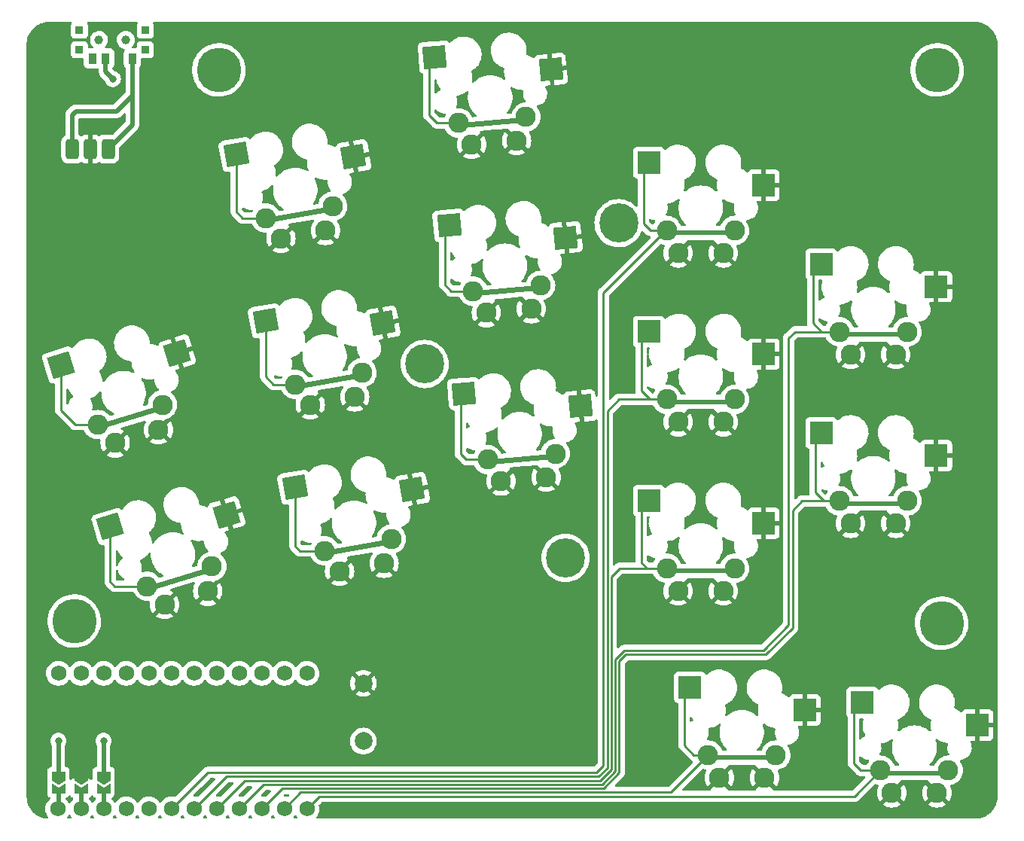
<source format=gbr>
%TF.GenerationSoftware,KiCad,Pcbnew,(6.0.4)*%
%TF.CreationDate,2022-09-04T01:45:43+02:00*%
%TF.ProjectId,wizza,77697a7a-612e-46b6-9963-61645f706362,v1.0.0*%
%TF.SameCoordinates,Original*%
%TF.FileFunction,Copper,L1,Top*%
%TF.FilePolarity,Positive*%
%FSLAX46Y46*%
G04 Gerber Fmt 4.6, Leading zero omitted, Abs format (unit mm)*
G04 Created by KiCad (PCBNEW (6.0.4)) date 2022-09-04 01:45:43*
%MOMM*%
%LPD*%
G01*
G04 APERTURE LIST*
G04 Aperture macros list*
%AMRoundRect*
0 Rectangle with rounded corners*
0 $1 Rounding radius*
0 $2 $3 $4 $5 $6 $7 $8 $9 X,Y pos of 4 corners*
0 Add a 4 corners polygon primitive as box body*
4,1,4,$2,$3,$4,$5,$6,$7,$8,$9,$2,$3,0*
0 Add four circle primitives for the rounded corners*
1,1,$1+$1,$2,$3*
1,1,$1+$1,$4,$5*
1,1,$1+$1,$6,$7*
1,1,$1+$1,$8,$9*
0 Add four rect primitives between the rounded corners*
20,1,$1+$1,$2,$3,$4,$5,0*
20,1,$1+$1,$4,$5,$6,$7,0*
20,1,$1+$1,$6,$7,$8,$9,0*
20,1,$1+$1,$8,$9,$2,$3,0*%
%AMRotRect*
0 Rectangle, with rotation*
0 The origin of the aperture is its center*
0 $1 length*
0 $2 width*
0 $3 Rotation angle, in degrees counterclockwise*
0 Add horizontal line*
21,1,$1,$2,0,0,$3*%
%AMFreePoly0*
4,1,6,0.500000,-0.750000,-0.650000,-0.750000,-0.150000,0.000000,-0.650000,0.750000,0.500000,0.750000,0.500000,-0.750000,0.500000,-0.750000,$1*%
%AMFreePoly1*
4,1,6,1.000000,0.000000,0.500000,-0.750000,-0.500000,-0.750000,-0.500000,0.750000,0.500000,0.750000,1.000000,0.000000,1.000000,0.000000,$1*%
G04 Aperture macros list end*
%TA.AperFunction,SMDPad,CuDef*%
%ADD10R,2.550000X2.500000*%
%TD*%
%TA.AperFunction,ComponentPad*%
%ADD11C,2.286000*%
%TD*%
%TA.AperFunction,SMDPad,CuDef*%
%ADD12RoundRect,0.147609X3.662391X0.147609X-3.662391X0.147609X-3.662391X-0.147609X3.662391X-0.147609X0*%
%TD*%
%TA.AperFunction,SMDPad,CuDef*%
%ADD13RotRect,2.550000X2.500000X5.000000*%
%TD*%
%TA.AperFunction,SMDPad,CuDef*%
%ADD14RoundRect,0.147609X3.635590X0.466246X-3.661319X-0.172151X-3.635590X-0.466246X3.661319X0.172151X0*%
%TD*%
%TA.AperFunction,SMDPad,CuDef*%
%ADD15RotRect,2.550000X2.500000X10.000000*%
%TD*%
%TA.AperFunction,SMDPad,CuDef*%
%ADD16RoundRect,0.147609X3.581119X0.781334X-3.632383X-0.490601X-3.581119X-0.781334X3.632383X0.490601X0*%
%TD*%
%TA.AperFunction,SMDPad,CuDef*%
%ADD17RotRect,2.550000X2.500000X17.000000*%
%TD*%
%TA.AperFunction,SMDPad,CuDef*%
%ADD18RoundRect,0.147609X3.459205X1.211939X-3.545519X-0.929620X-3.459205X-1.211939X3.545519X0.929620X0*%
%TD*%
%TA.AperFunction,SMDPad,CuDef*%
%ADD19R,0.500000X1.524000*%
%TD*%
%TA.AperFunction,ComponentPad*%
%ADD20C,1.752600*%
%TD*%
%TA.AperFunction,SMDPad,CuDef*%
%ADD21FreePoly0,270.000000*%
%TD*%
%TA.AperFunction,SMDPad,CuDef*%
%ADD22FreePoly1,270.000000*%
%TD*%
%TA.AperFunction,ComponentPad*%
%ADD23C,4.400000*%
%TD*%
%TA.AperFunction,ComponentPad*%
%ADD24C,5.000000*%
%TD*%
%TA.AperFunction,WasherPad*%
%ADD25C,1.000000*%
%TD*%
%TA.AperFunction,ComponentPad*%
%ADD26RoundRect,0.375000X-0.375000X-0.750000X0.375000X-0.750000X0.375000X0.750000X-0.375000X0.750000X0*%
%TD*%
%TA.AperFunction,ComponentPad*%
%ADD27C,2.000000*%
%TD*%
%TA.AperFunction,SMDPad,CuDef*%
%ADD28R,0.900000X0.900000*%
%TD*%
%TA.AperFunction,SMDPad,CuDef*%
%ADD29R,0.900000X1.250000*%
%TD*%
%TA.AperFunction,ViaPad*%
%ADD30C,0.800000*%
%TD*%
%TA.AperFunction,Conductor*%
%ADD31C,0.500000*%
%TD*%
%TA.AperFunction,Conductor*%
%ADD32C,0.250000*%
%TD*%
G04 APERTURE END LIST*
D10*
%TO.P,S13,1*%
%TO.N,GND*%
X297600601Y-86846367D03*
D11*
X293055601Y-94466367D03*
X287975601Y-94466367D03*
%TO.P,S13,2*%
%TO.N,matrix_inner_home*%
X286705601Y-91926367D03*
X294325601Y-91926367D03*
D10*
X284673601Y-84306367D03*
D12*
X290515601Y-92221585D03*
%TD*%
D13*
%TO.P,S7,1*%
%TO.N,GND*%
X255927488Y-81357884D03*
D11*
X252063910Y-89345010D03*
X247003241Y-89787762D03*
%TO.P,S7,2*%
%TO.N,matrix_middle_home*%
X245516698Y-87368115D03*
X253107701Y-86703988D03*
D13*
X242828303Y-79954212D03*
D14*
X249337930Y-87330146D03*
%TD*%
D13*
%TO.P,S8,1*%
%TO.N,GND*%
X254271529Y-62430185D03*
D11*
X250407951Y-70417311D03*
X245347282Y-70860063D03*
%TO.P,S8,2*%
%TO.N,matrix_middle_top*%
X243860739Y-68440416D03*
X251451742Y-67776289D03*
D13*
X241172344Y-61026513D03*
D14*
X247681971Y-68402447D03*
%TD*%
D15*
%TO.P,S4,1*%
%TO.N,GND*%
X235362718Y-90956788D03*
D11*
X232209965Y-99250254D03*
X227207142Y-100132387D03*
%TO.P,S4,2*%
%TO.N,matrix_ring_home*%
X225515370Y-97851508D03*
X233019605Y-96528309D03*
D15*
X222191041Y-90700126D03*
D16*
X229318751Y-97480642D03*
%TD*%
D17*
%TO.P,S1,1*%
%TO.N,GND*%
X217798981Y-112488373D03*
D11*
X215680448Y-121104245D03*
X210822420Y-122589493D03*
%TO.P,S1,2*%
%TO.N,matrix_pinky_home*%
X208865289Y-120531791D03*
X216152331Y-118303919D03*
D17*
X204694205Y-113838848D03*
D18*
X212595124Y-119700173D03*
%TD*%
D10*
%TO.P,S9,1*%
%TO.N,GND*%
X278200601Y-113446367D03*
D11*
X273655601Y-121066367D03*
X268575601Y-121066367D03*
%TO.P,S9,2*%
%TO.N,matrix_index_bottom*%
X267305601Y-118526367D03*
X274925601Y-118526367D03*
D10*
X265273601Y-110906367D03*
D12*
X271115601Y-118821585D03*
%TD*%
D10*
%TO.P,S12,1*%
%TO.N,GND*%
X297600601Y-105846367D03*
D11*
X293055601Y-113466367D03*
X287975601Y-113466367D03*
%TO.P,S12,2*%
%TO.N,matrix_inner_bottom*%
X286705601Y-110926367D03*
X294325601Y-110926367D03*
D10*
X284673601Y-103306367D03*
D12*
X290515601Y-111221585D03*
%TD*%
D10*
%TO.P,S14,1*%
%TO.N,GND*%
X282825601Y-134446367D03*
D11*
X278280601Y-142066367D03*
X273200601Y-142066367D03*
%TO.P,S14,2*%
%TO.N,thumb_tucky*%
X271930601Y-139526367D03*
X279550601Y-139526367D03*
D10*
X269898601Y-131906367D03*
D12*
X275740601Y-139821585D03*
%TD*%
D15*
%TO.P,S3,1*%
%TO.N,GND*%
X238662034Y-109668135D03*
D11*
X235509281Y-117961601D03*
X230506458Y-118843734D03*
%TO.P,S3,2*%
%TO.N,matrix_ring_bottom*%
X228814686Y-116562855D03*
X236318921Y-115239656D03*
D15*
X225490357Y-109411473D03*
D16*
X232618067Y-116191989D03*
%TD*%
D13*
%TO.P,S6,1*%
%TO.N,GND*%
X257583448Y-100285583D03*
D11*
X253719870Y-108272709D03*
X248659201Y-108715461D03*
%TO.P,S6,2*%
%TO.N,matrix_middle_bottom*%
X247172658Y-106295814D03*
X254763661Y-105631687D03*
D13*
X244484263Y-98881911D03*
D14*
X250993890Y-106257845D03*
%TD*%
D10*
%TO.P,S15,1*%
%TO.N,GND*%
X302225601Y-136156367D03*
D11*
X297680601Y-143776367D03*
X292600601Y-143776367D03*
%TO.P,S15,2*%
%TO.N,thumb_reachy*%
X291330601Y-141236367D03*
X298950601Y-141236367D03*
D10*
X289298601Y-133616367D03*
D12*
X295140601Y-141531585D03*
%TD*%
D10*
%TO.P,S11,1*%
%TO.N,GND*%
X278200601Y-75446367D03*
D11*
X273655601Y-83066367D03*
X268575601Y-83066367D03*
%TO.P,S11,2*%
%TO.N,matrix_index_top*%
X267305601Y-80526367D03*
X274925601Y-80526367D03*
D10*
X265273601Y-72906367D03*
D12*
X271115601Y-80821585D03*
%TD*%
D17*
%TO.P,S2,1*%
%TO.N,GND*%
X212243918Y-94318582D03*
D11*
X210125385Y-102934454D03*
X205267357Y-104419702D03*
%TO.P,S2,2*%
%TO.N,matrix_pinky_top*%
X203310226Y-102362000D03*
X210597268Y-100134128D03*
D17*
X199139142Y-95669057D03*
D18*
X207040061Y-101530382D03*
%TD*%
D15*
%TO.P,S5,1*%
%TO.N,GND*%
X232063403Y-72245441D03*
D11*
X228910650Y-80538907D03*
X223907827Y-81421040D03*
%TO.P,S5,2*%
%TO.N,matrix_ring_top*%
X222216055Y-79140161D03*
X229720290Y-77816962D03*
D15*
X218891726Y-71988779D03*
D16*
X226019436Y-78769295D03*
%TD*%
D10*
%TO.P,S10,1*%
%TO.N,GND*%
X278200601Y-94446367D03*
D11*
X273655601Y-102066367D03*
X268575601Y-102066367D03*
%TO.P,S10,2*%
%TO.N,matrix_index_home*%
X267305601Y-99526367D03*
X274925601Y-99526367D03*
D10*
X265273601Y-91906367D03*
D12*
X271115601Y-99821585D03*
%TD*%
D19*
%TO.P,MCU1,*%
%TO.N,*%
X203962000Y-144242523D03*
D20*
X198798254Y-145574000D03*
D19*
X198882000Y-144242523D03*
D20*
X198882000Y-130334000D03*
X201422000Y-145574000D03*
D21*
X203962000Y-143317523D03*
D20*
X203962000Y-130334000D03*
D19*
X201422000Y-144242523D03*
D20*
X201422000Y-130334000D03*
D21*
X201422000Y-143317523D03*
X198882000Y-143317523D03*
D20*
X203962000Y-145574000D03*
D22*
%TO.P,MCU1,1*%
%TO.N,RAW*%
X198882000Y-141867523D03*
%TO.P,MCU1,2*%
%TO.N,GND*%
X201422000Y-141867523D03*
%TO.P,MCU1,3*%
%TO.N,RST*%
X203962000Y-141867523D03*
D20*
%TO.P,MCU1,4*%
%TO.N,N/C*%
X206502000Y-145574000D03*
%TO.P,MCU1,5*%
X209042000Y-145574000D03*
%TO.P,MCU1,6*%
%TO.N,matrix_index_top*%
X211582000Y-145574000D03*
%TO.P,MCU1,7*%
%TO.N,matrix_index_home*%
X214122000Y-145574000D03*
%TO.P,MCU1,8*%
%TO.N,matrix_index_bottom*%
X216662000Y-145574000D03*
%TO.P,MCU1,9*%
%TO.N,matrix_inner_home*%
X219202000Y-145574000D03*
%TO.P,MCU1,10*%
%TO.N,matrix_inner_bottom*%
X221742000Y-145574000D03*
%TO.P,MCU1,11*%
%TO.N,thumb_tucky*%
X224282000Y-145574000D03*
%TO.P,MCU1,12*%
%TO.N,thumb_reachy*%
X226822000Y-145574000D03*
%TO.P,MCU1,16*%
%TO.N,N/C*%
X206502000Y-130334000D03*
%TO.P,MCU1,17*%
%TO.N,matrix_pinky_top*%
X209042000Y-130334000D03*
%TO.P,MCU1,18*%
%TO.N,matrix_pinky_home*%
X211582000Y-130334000D03*
%TO.P,MCU1,19*%
%TO.N,matrix_ring_top*%
X214122000Y-130334000D03*
%TO.P,MCU1,20*%
%TO.N,matrix_ring_home*%
X216662000Y-130334000D03*
%TO.P,MCU1,21*%
%TO.N,matrix_ring_bottom*%
X219202000Y-130334000D03*
%TO.P,MCU1,22*%
%TO.N,matrix_middle_top*%
X221742000Y-130334000D03*
%TO.P,MCU1,23*%
%TO.N,matrix_middle_home*%
X224282000Y-130334000D03*
%TO.P,MCU1,24*%
%TO.N,matrix_middle_bottom*%
X226822000Y-130334000D03*
%TD*%
D23*
%TO.P,,1*%
%TO.N,N/C*%
X255913847Y-117348000D03*
X261874000Y-79717074D03*
X240078461Y-95552461D03*
%TD*%
D24*
%TO.P,,1,1*%
%TO.N,N/C*%
X200660000Y-124460000D03*
%TD*%
D25*
%TO.P,T2,*%
%TO.N,*%
X203450615Y-59106416D03*
X206450615Y-59106416D03*
%TD*%
D24*
%TO.P,,1,1*%
%TO.N,N/C*%
X297688000Y-62484000D03*
%TD*%
%TO.P,,1,1*%
%TO.N,N/C*%
X216916000Y-62484000D03*
%TD*%
%TO.P,,1,1*%
%TO.N,N/C*%
X298196000Y-124714000D03*
%TD*%
D26*
%TO.P,PAD1,1*%
%TO.N,b+*%
X204470000Y-71374000D03*
%TO.P,PAD1,2*%
%TO.N,GND*%
X202470000Y-71374000D03*
%TO.P,PAD1,3*%
%TO.N,b+*%
X200470000Y-71374000D03*
%TD*%
D27*
%TO.P,B1,1*%
%TO.N,RST*%
X233172000Y-137954000D03*
%TO.P,B1,2*%
%TO.N,GND*%
X233172000Y-131454000D03*
%TD*%
D28*
%TO.P,T1,*%
%TO.N,*%
X208650615Y-60206416D03*
X201250615Y-58006416D03*
X208650615Y-58006416D03*
X201250615Y-60206416D03*
D29*
%TO.P,T1,1*%
%TO.N,b+*%
X207200615Y-61181416D03*
%TO.P,T1,2*%
%TO.N,RAW*%
X204200615Y-61181416D03*
%TO.P,T1,3*%
%TO.N,N/C*%
X202700615Y-61181416D03*
%TD*%
D30*
%TO.N,GND*%
X201422000Y-137922000D03*
%TO.N,RAW*%
X205002642Y-63493715D03*
X198882000Y-137922000D03*
%TO.N,RST*%
X203962000Y-137922000D03*
%TD*%
D31*
%TO.N,GND*%
X201422000Y-137954000D02*
X201422000Y-141867523D01*
D32*
%TO.N,matrix_pinky_home*%
X205212683Y-120531791D02*
X208865289Y-120531791D01*
X204694205Y-113838848D02*
X204694205Y-120013313D01*
X204694205Y-120013313D02*
X205212683Y-120531791D01*
%TO.N,matrix_ring_bottom*%
X225490357Y-116016357D02*
X226036855Y-116562855D01*
X225490357Y-109411473D02*
X225490357Y-116016357D01*
X226036855Y-116562855D02*
X228814686Y-116562855D01*
%TO.N,matrix_ring_home*%
X222191041Y-96969041D02*
X223073508Y-97851508D01*
X222191041Y-90700126D02*
X222191041Y-96969041D01*
X223073508Y-97851508D02*
X225515370Y-97851508D01*
%TO.N,matrix_ring_top*%
X218891726Y-71988779D02*
X218891726Y-78429726D01*
X218891726Y-78429726D02*
X219602161Y-79140161D01*
X219602161Y-79140161D02*
X222216055Y-79140161D01*
%TO.N,matrix_middle_bottom*%
X244725814Y-106295814D02*
X247172658Y-106295814D01*
X244094000Y-99272174D02*
X244094000Y-105664000D01*
X244094000Y-105664000D02*
X244725814Y-106295814D01*
X244484263Y-98881911D02*
X244094000Y-99272174D01*
%TO.N,matrix_middle_home*%
X243070115Y-87368115D02*
X245516698Y-87368115D01*
X242828303Y-79954212D02*
X242316000Y-80466515D01*
X242316000Y-86614000D02*
X243070115Y-87368115D01*
X242316000Y-80466515D02*
X242316000Y-86614000D01*
%TO.N,matrix_middle_top*%
X241414416Y-68440416D02*
X243860739Y-68440416D01*
X241172344Y-61026513D02*
X240538000Y-61660857D01*
X240538000Y-67564000D02*
X241414416Y-68440416D01*
X240538000Y-61660857D02*
X240538000Y-67564000D01*
X250787615Y-68440416D02*
X251451742Y-67776289D01*
%TO.N,matrix_index_bottom*%
X265084367Y-118526367D02*
X267305601Y-118526367D01*
X261053520Y-141156197D02*
X261053520Y-119438480D01*
X216662000Y-145574000D02*
X219858960Y-142377040D01*
X259832678Y-142377040D02*
X261053520Y-141156197D01*
X264414000Y-117856000D02*
X265084367Y-118526367D01*
X264414000Y-111765968D02*
X264414000Y-117856000D01*
X261053520Y-119438480D02*
X261965633Y-118526367D01*
X261965633Y-118526367D02*
X267305601Y-118526367D01*
X265273601Y-110906367D02*
X264414000Y-111765968D01*
X219858960Y-142377040D02*
X259832678Y-142377040D01*
%TO.N,matrix_index_home*%
X260604000Y-100838000D02*
X261915633Y-99526367D01*
X264414000Y-98552000D02*
X265388367Y-99526367D01*
X265273601Y-91906367D02*
X264414000Y-92765968D01*
X260604000Y-140970000D02*
X260604000Y-100838000D01*
X264414000Y-92765968D02*
X264414000Y-98552000D01*
X214122000Y-145574000D02*
X217768480Y-141927520D01*
X217768480Y-141927520D02*
X259646480Y-141927520D01*
X259646480Y-141927520D02*
X260604000Y-140970000D01*
X265388367Y-99526367D02*
X267305601Y-99526367D01*
X261915633Y-99526367D02*
X267305601Y-99526367D01*
%TO.N,matrix_index_top*%
X265273601Y-72906367D02*
X264668000Y-73511968D01*
X260154480Y-87571520D02*
X267199633Y-80526367D01*
X264668000Y-73511968D02*
X264668000Y-79756000D01*
X260154480Y-140716000D02*
X260154480Y-87571520D01*
X264668000Y-79756000D02*
X265438367Y-80526367D01*
X211582000Y-145574000D02*
X215678000Y-141478000D01*
X267199633Y-80526367D02*
X267305601Y-80526367D01*
X215678000Y-141478000D02*
X259392480Y-141478000D01*
X265438367Y-80526367D02*
X267305601Y-80526367D01*
X259392480Y-141478000D02*
X260154480Y-140716000D01*
%TO.N,matrix_inner_bottom*%
X283972000Y-109982000D02*
X284916367Y-110926367D01*
X261952560Y-128954876D02*
X262695916Y-128211520D01*
X284673601Y-103306367D02*
X283972000Y-104007968D01*
X260205074Y-143276079D02*
X261952560Y-141528591D01*
X221742000Y-145574000D02*
X224039920Y-143276080D01*
X262695916Y-128211520D02*
X278442480Y-128211520D01*
X224039920Y-143276080D02*
X260205074Y-143276079D01*
X281432000Y-112014000D02*
X282519633Y-110926367D01*
X281432000Y-125222000D02*
X281432000Y-112014000D01*
X283972000Y-104007968D02*
X283972000Y-109982000D01*
X278442480Y-128211520D02*
X281432000Y-125222000D01*
X261952560Y-141528591D02*
X261952560Y-128954876D01*
X282519633Y-110926367D02*
X286705601Y-110926367D01*
X284916367Y-110926367D02*
X286705601Y-110926367D01*
%TO.N,matrix_inner_home*%
X278130000Y-127762000D02*
X280982000Y-124910000D01*
X221949440Y-142826560D02*
X260018876Y-142826560D01*
X283718000Y-85261968D02*
X283718000Y-90932000D01*
X260018876Y-142826560D02*
X261503040Y-141342394D01*
X262509718Y-127762000D02*
X278130000Y-127762000D01*
X284673601Y-84306367D02*
X283718000Y-85261968D01*
X281707633Y-91926367D02*
X286705601Y-91926367D01*
X280982000Y-124910000D02*
X280982000Y-92652000D01*
X284712367Y-91926367D02*
X286705601Y-91926367D01*
X261503040Y-141342394D02*
X261503040Y-128768678D01*
X261503040Y-128768678D02*
X262509718Y-127762000D01*
X219202000Y-145574000D02*
X221949440Y-142826560D01*
X283718000Y-90932000D02*
X284712367Y-91926367D01*
X280982000Y-92652000D02*
X281707633Y-91926367D01*
%TO.N,thumb_tucky*%
X271930601Y-139526367D02*
X267730888Y-143726080D01*
X269240000Y-138430000D02*
X270336367Y-139526367D01*
X270336367Y-139526367D02*
X271930601Y-139526367D01*
X267730888Y-143726080D02*
X226129920Y-143726080D01*
X226129920Y-143726080D02*
X224282000Y-145574000D01*
X269898601Y-131906367D02*
X269240000Y-132564968D01*
X269240000Y-132564968D02*
X269240000Y-138430000D01*
%TO.N,thumb_reachy*%
X289064367Y-141236367D02*
X291330601Y-141236367D01*
X288390888Y-144176080D02*
X291330601Y-141236367D01*
X288290000Y-134624968D02*
X288290000Y-140462000D01*
X226822000Y-145574000D02*
X228219920Y-144176080D01*
X288290000Y-140462000D02*
X289064367Y-141236367D01*
X289298601Y-133616367D02*
X288290000Y-134624968D01*
X228219920Y-144176080D02*
X288390888Y-144176080D01*
D31*
%TO.N,RAW*%
X204200615Y-61181416D02*
X204200615Y-62691688D01*
X204200615Y-62691688D02*
X205002642Y-63493715D01*
X198882000Y-141867523D02*
X198882000Y-137954000D01*
%TO.N,RST*%
X203962000Y-141867523D02*
X203962000Y-137954000D01*
D32*
%TO.N,matrix_pinky_top*%
X200758892Y-102362000D02*
X203310226Y-102362000D01*
X199139142Y-95669057D02*
X199139142Y-100742250D01*
X199139142Y-100742250D02*
X200758892Y-102362000D01*
D31*
%TO.N,b+*%
X207200615Y-65341385D02*
X205422000Y-67120000D01*
X205422000Y-67120000D02*
X200850000Y-67120000D01*
X200406000Y-67564000D02*
X200406000Y-71310000D01*
X200850000Y-67120000D02*
X200406000Y-67564000D01*
X200406000Y-71310000D02*
X200470000Y-71374000D01*
X207200615Y-61181416D02*
X207200615Y-68643385D01*
X207200615Y-61181416D02*
X207200615Y-65341385D01*
X207200615Y-68643385D02*
X204470000Y-71374000D01*
%TD*%
%TA.AperFunction,Conductor*%
%TO.N,GND*%
G36*
X200330953Y-57109924D02*
G01*
X200377446Y-57163580D01*
X200387550Y-57233854D01*
X200363660Y-57291484D01*
X200350000Y-57309711D01*
X200298870Y-57446100D01*
X200292115Y-57508282D01*
X200292115Y-58504550D01*
X200298870Y-58566732D01*
X200350000Y-58703121D01*
X200437354Y-58819677D01*
X200553910Y-58907031D01*
X200690299Y-58958161D01*
X200752481Y-58964916D01*
X201748749Y-58964916D01*
X201810931Y-58958161D01*
X201947320Y-58907031D01*
X202063876Y-58819677D01*
X202151230Y-58703121D01*
X202202360Y-58566732D01*
X202209115Y-58504550D01*
X202209115Y-57508282D01*
X202202360Y-57446100D01*
X202151230Y-57309711D01*
X202137570Y-57291485D01*
X202112724Y-57224980D01*
X202127777Y-57155598D01*
X202177952Y-57105368D01*
X202238398Y-57089922D01*
X207662832Y-57089922D01*
X207730953Y-57109924D01*
X207777446Y-57163580D01*
X207787550Y-57233854D01*
X207763660Y-57291484D01*
X207750000Y-57309711D01*
X207698870Y-57446100D01*
X207692115Y-57508282D01*
X207692115Y-58504550D01*
X207698870Y-58566732D01*
X207750000Y-58703121D01*
X207837354Y-58819677D01*
X207953910Y-58907031D01*
X208090299Y-58958161D01*
X208152481Y-58964916D01*
X209148749Y-58964916D01*
X209210931Y-58958161D01*
X209347320Y-58907031D01*
X209463876Y-58819677D01*
X209551230Y-58703121D01*
X209602360Y-58566732D01*
X209609115Y-58504550D01*
X209609115Y-57508282D01*
X209602360Y-57446100D01*
X209551230Y-57309711D01*
X209537570Y-57291485D01*
X209512724Y-57224980D01*
X209527777Y-57155598D01*
X209577952Y-57105368D01*
X209638398Y-57089922D01*
X301941234Y-57089922D01*
X301960619Y-57091422D01*
X301975452Y-57093732D01*
X301975456Y-57093732D01*
X301984325Y-57095113D01*
X302001524Y-57092864D01*
X302025464Y-57092031D01*
X302283310Y-57107628D01*
X302298414Y-57109462D01*
X302579355Y-57160947D01*
X302594128Y-57164588D01*
X302866824Y-57249563D01*
X302881040Y-57254955D01*
X303002702Y-57309711D01*
X303141505Y-57372182D01*
X303154977Y-57379253D01*
X303368417Y-57508282D01*
X303399403Y-57527014D01*
X303411925Y-57535657D01*
X303636763Y-57711808D01*
X303648152Y-57721898D01*
X303850114Y-57923861D01*
X303860203Y-57935250D01*
X304036353Y-58160091D01*
X304044997Y-58172613D01*
X304192757Y-58417042D01*
X304199824Y-58430506D01*
X304317055Y-58690986D01*
X304322443Y-58705194D01*
X304367107Y-58848530D01*
X304407417Y-58977891D01*
X304411058Y-58992665D01*
X304462540Y-59273604D01*
X304464374Y-59288706D01*
X304478646Y-59524663D01*
X304479539Y-59539429D01*
X304478298Y-59565795D01*
X304478292Y-59566266D01*
X304476910Y-59575142D01*
X304478074Y-59584045D01*
X304478074Y-59584052D01*
X304481037Y-59606712D01*
X304482101Y-59623048D01*
X304482101Y-144147006D01*
X304480601Y-144166390D01*
X304476910Y-144190097D01*
X304478077Y-144199018D01*
X304479159Y-144207293D01*
X304479992Y-144231235D01*
X304464398Y-144489079D01*
X304462564Y-144504184D01*
X304411082Y-144785121D01*
X304407441Y-144799895D01*
X304322468Y-145072587D01*
X304317074Y-145086810D01*
X304199948Y-145347051D01*
X304199852Y-145347265D01*
X304192781Y-145360738D01*
X304045018Y-145605164D01*
X304036375Y-145617686D01*
X303860225Y-145842523D01*
X303850135Y-145853912D01*
X303749114Y-145954931D01*
X303648168Y-146055874D01*
X303636779Y-146065963D01*
X303411944Y-146242106D01*
X303399426Y-146250746D01*
X303154985Y-146398509D01*
X303141513Y-146405579D01*
X303023924Y-146458499D01*
X302881056Y-146522795D01*
X302866844Y-146528185D01*
X302690035Y-146583276D01*
X302594146Y-146613153D01*
X302579373Y-146616794D01*
X302298424Y-146668272D01*
X302283319Y-146670105D01*
X302175828Y-146676604D01*
X302032410Y-146685275D01*
X302006863Y-146684071D01*
X302005764Y-146684058D01*
X301996894Y-146682676D01*
X301987990Y-146683840D01*
X301965317Y-146686804D01*
X301948984Y-146687867D01*
X227970815Y-146687867D01*
X227902694Y-146667865D01*
X227856201Y-146614209D01*
X227846097Y-146543935D01*
X227874860Y-146480205D01*
X227876532Y-146478240D01*
X227880193Y-146474592D01*
X228013073Y-146289669D01*
X228034244Y-146246834D01*
X228111673Y-146090168D01*
X228111674Y-146090166D01*
X228113967Y-146085526D01*
X228180164Y-145867646D01*
X228181972Y-145853913D01*
X228209450Y-145645201D01*
X228209451Y-145645194D01*
X228209887Y-145641879D01*
X228210784Y-145605179D01*
X228211464Y-145577365D01*
X228211464Y-145577360D01*
X228211546Y-145574000D01*
X228198139Y-145410928D01*
X228193311Y-145352202D01*
X228193310Y-145352196D01*
X228192887Y-145347051D01*
X228160495Y-145218090D01*
X228163300Y-145147149D01*
X228184110Y-145113604D01*
X291628718Y-145113604D01*
X291633040Y-145119783D01*
X291844525Y-145249381D01*
X291853319Y-145253862D01*
X292084263Y-145349522D01*
X292093648Y-145352571D01*
X292336716Y-145410928D01*
X292346463Y-145412471D01*
X292595671Y-145432084D01*
X292605531Y-145432084D01*
X292854739Y-145412471D01*
X292864486Y-145410928D01*
X293107554Y-145352571D01*
X293116939Y-145349522D01*
X293347883Y-145253862D01*
X293356677Y-145249381D01*
X293566729Y-145120661D01*
X293571335Y-145113604D01*
X296708718Y-145113604D01*
X296713040Y-145119783D01*
X296924525Y-145249381D01*
X296933319Y-145253862D01*
X297164263Y-145349522D01*
X297173648Y-145352571D01*
X297416716Y-145410928D01*
X297426463Y-145412471D01*
X297675671Y-145432084D01*
X297685531Y-145432084D01*
X297934739Y-145412471D01*
X297944486Y-145410928D01*
X298187554Y-145352571D01*
X298196939Y-145349522D01*
X298427883Y-145253862D01*
X298436677Y-145249381D01*
X298646729Y-145120661D01*
X298652557Y-145111732D01*
X298646553Y-145101530D01*
X297693412Y-144148388D01*
X297679469Y-144140775D01*
X297677635Y-144140906D01*
X297671021Y-144145157D01*
X296716107Y-145100072D01*
X296708718Y-145113604D01*
X293571335Y-145113604D01*
X293572557Y-145111732D01*
X293566553Y-145101530D01*
X292613412Y-144148388D01*
X292599469Y-144140775D01*
X292597635Y-144140906D01*
X292591021Y-144145157D01*
X291636107Y-145100072D01*
X291628718Y-145113604D01*
X228184110Y-145113604D01*
X228193604Y-145098300D01*
X228445419Y-144846485D01*
X228507731Y-144812459D01*
X228534514Y-144809580D01*
X288312121Y-144809580D01*
X288323304Y-144810107D01*
X288330797Y-144811782D01*
X288338723Y-144811533D01*
X288338724Y-144811533D01*
X288398874Y-144809642D01*
X288402833Y-144809580D01*
X288430744Y-144809580D01*
X288434679Y-144809083D01*
X288434744Y-144809075D01*
X288446581Y-144808142D01*
X288478839Y-144807128D01*
X288482858Y-144807002D01*
X288490777Y-144806753D01*
X288510231Y-144801101D01*
X288529588Y-144797093D01*
X288541818Y-144795548D01*
X288541819Y-144795548D01*
X288549685Y-144794554D01*
X288557056Y-144791635D01*
X288557058Y-144791635D01*
X288590800Y-144778276D01*
X288602030Y-144774431D01*
X288636871Y-144764309D01*
X288636872Y-144764309D01*
X288644481Y-144762098D01*
X288651300Y-144758065D01*
X288651305Y-144758063D01*
X288661916Y-144751787D01*
X288679664Y-144743092D01*
X288698505Y-144735632D01*
X288734275Y-144709644D01*
X288744195Y-144703128D01*
X288775423Y-144684660D01*
X288775426Y-144684658D01*
X288782250Y-144680622D01*
X288796571Y-144666301D01*
X288811605Y-144653460D01*
X288821582Y-144646211D01*
X288827995Y-144641552D01*
X288856186Y-144607475D01*
X288864176Y-144598696D01*
X290640565Y-142822307D01*
X290702877Y-142788281D01*
X290777878Y-142794993D01*
X290811226Y-142808806D01*
X290818681Y-142811894D01*
X291033948Y-142863574D01*
X291095516Y-142898926D01*
X291128199Y-142961953D01*
X291120942Y-143034311D01*
X291027446Y-143260029D01*
X291024397Y-143269414D01*
X290966040Y-143512482D01*
X290964497Y-143522229D01*
X290944884Y-143771437D01*
X290944884Y-143781297D01*
X290964497Y-144030505D01*
X290966040Y-144040252D01*
X291024397Y-144283320D01*
X291027446Y-144292705D01*
X291123106Y-144523649D01*
X291127587Y-144532443D01*
X291256307Y-144742495D01*
X291265236Y-144748323D01*
X291275440Y-144742317D01*
X292240259Y-143777499D01*
X292965009Y-143777499D01*
X292965140Y-143779333D01*
X292969391Y-143785947D01*
X293924306Y-144740861D01*
X293937838Y-144748250D01*
X293944017Y-144743928D01*
X294073615Y-144532443D01*
X294078096Y-144523649D01*
X294173756Y-144292705D01*
X294176805Y-144283320D01*
X294235162Y-144040252D01*
X294236705Y-144030505D01*
X294256318Y-143781297D01*
X296024884Y-143781297D01*
X296044497Y-144030505D01*
X296046040Y-144040252D01*
X296104397Y-144283320D01*
X296107446Y-144292705D01*
X296203106Y-144523649D01*
X296207587Y-144532443D01*
X296336307Y-144742495D01*
X296345236Y-144748323D01*
X296355438Y-144742319D01*
X297308580Y-143789178D01*
X297316193Y-143775235D01*
X297316062Y-143773401D01*
X297311811Y-143766787D01*
X296356896Y-142811873D01*
X296343364Y-142804484D01*
X296337185Y-142808806D01*
X296207587Y-143020291D01*
X296203106Y-143029085D01*
X296107446Y-143260029D01*
X296104397Y-143269414D01*
X296046040Y-143512482D01*
X296044497Y-143522229D01*
X296024884Y-143771437D01*
X296024884Y-143781297D01*
X294256318Y-143781297D01*
X294256318Y-143771437D01*
X294236705Y-143522229D01*
X294235162Y-143512482D01*
X294176805Y-143269414D01*
X294173756Y-143260029D01*
X294078096Y-143029085D01*
X294073615Y-143020291D01*
X293944895Y-142810239D01*
X293935966Y-142804411D01*
X293925764Y-142810415D01*
X292972622Y-143763556D01*
X292965009Y-143777499D01*
X292240259Y-143777499D01*
X292600601Y-143417157D01*
X293565093Y-142452664D01*
X293587877Y-142410939D01*
X293590060Y-142400907D01*
X293640267Y-142350710D01*
X293700642Y-142335303D01*
X296582248Y-142335303D01*
X296650369Y-142355305D01*
X296696862Y-142408961D01*
X296700900Y-142427843D01*
X296714649Y-142451204D01*
X297680601Y-143417157D01*
X299004303Y-144740858D01*
X299017839Y-144748249D01*
X299024018Y-144743927D01*
X299153615Y-144532443D01*
X299158096Y-144523649D01*
X299253756Y-144292705D01*
X299256805Y-144283320D01*
X299315162Y-144040252D01*
X299316705Y-144030505D01*
X299336318Y-143781297D01*
X299336318Y-143771437D01*
X299316705Y-143522229D01*
X299315162Y-143512482D01*
X299256805Y-143269414D01*
X299253756Y-143260029D01*
X299160260Y-143034311D01*
X299152671Y-142963721D01*
X299184450Y-142900234D01*
X299247254Y-142863574D01*
X299462521Y-142811894D01*
X299467094Y-142810000D01*
X299698113Y-142714309D01*
X299698115Y-142714308D01*
X299702685Y-142712415D01*
X299924330Y-142576590D01*
X300010394Y-142503085D01*
X300118237Y-142410978D01*
X300121999Y-142407765D01*
X300166804Y-142355305D01*
X300287606Y-142213864D01*
X300287607Y-142213863D01*
X300290824Y-142210096D01*
X300426649Y-141988451D01*
X300434501Y-141969496D01*
X300524234Y-141752860D01*
X300524235Y-141752858D01*
X300526128Y-141748287D01*
X300550010Y-141648810D01*
X300585657Y-141500330D01*
X300585658Y-141500324D01*
X300586812Y-141495517D01*
X300607208Y-141236367D01*
X300586812Y-140977217D01*
X300584941Y-140969420D01*
X300536972Y-140769617D01*
X300526128Y-140724447D01*
X300522461Y-140715593D01*
X300428543Y-140488855D01*
X300428541Y-140488851D01*
X300426649Y-140484283D01*
X300290824Y-140262638D01*
X300284642Y-140255400D01*
X300255612Y-140190612D01*
X300266217Y-140120412D01*
X300313092Y-140067089D01*
X300369800Y-140048022D01*
X300397265Y-140045692D01*
X300445163Y-140041628D01*
X300445167Y-140041627D01*
X300450474Y-140041177D01*
X300455629Y-140039839D01*
X300455635Y-140039838D01*
X300668604Y-139984562D01*
X300668608Y-139984561D01*
X300673773Y-139983220D01*
X300678639Y-139981028D01*
X300678642Y-139981027D01*
X300879250Y-139890660D01*
X300884116Y-139888468D01*
X300888536Y-139885492D01*
X300888540Y-139885490D01*
X300989749Y-139817351D01*
X301075486Y-139759629D01*
X301242413Y-139600389D01*
X301297487Y-139526367D01*
X301376938Y-139419581D01*
X301376940Y-139419578D01*
X301380122Y-139415301D01*
X301436642Y-139304135D01*
X301482259Y-139214413D01*
X301482259Y-139214412D01*
X301484678Y-139209655D01*
X301523944Y-139083198D01*
X301551506Y-138994437D01*
X301551507Y-138994431D01*
X301553090Y-138989334D01*
X301571931Y-138847175D01*
X301582701Y-138765920D01*
X301582701Y-138765915D01*
X301583401Y-138760635D01*
X301574747Y-138530099D01*
X301527373Y-138304317D01*
X301525384Y-138299279D01*
X301442634Y-138089745D01*
X301444148Y-138089147D01*
X301433056Y-138026485D01*
X301460441Y-137960983D01*
X301518893Y-137920684D01*
X301558289Y-137914367D01*
X301953486Y-137914367D01*
X301968725Y-137909892D01*
X301969930Y-137908502D01*
X301971601Y-137900819D01*
X301971601Y-137896251D01*
X302479601Y-137896251D01*
X302484076Y-137911490D01*
X302485466Y-137912695D01*
X302493149Y-137914366D01*
X303545270Y-137914366D01*
X303552091Y-137913996D01*
X303602953Y-137908472D01*
X303618205Y-137904846D01*
X303738655Y-137859691D01*
X303754250Y-137851153D01*
X303856325Y-137774652D01*
X303868886Y-137762091D01*
X303945387Y-137660016D01*
X303953925Y-137644421D01*
X303999079Y-137523973D01*
X304002706Y-137508718D01*
X304008232Y-137457853D01*
X304008601Y-137451039D01*
X304008601Y-136428482D01*
X304004126Y-136413243D01*
X304002736Y-136412038D01*
X303995053Y-136410367D01*
X302497716Y-136410367D01*
X302482477Y-136414842D01*
X302481272Y-136416232D01*
X302479601Y-136423915D01*
X302479601Y-137896251D01*
X301971601Y-137896251D01*
X301971601Y-135884252D01*
X302479601Y-135884252D01*
X302484076Y-135899491D01*
X302485466Y-135900696D01*
X302493149Y-135902367D01*
X303990485Y-135902367D01*
X304005724Y-135897892D01*
X304006929Y-135896502D01*
X304008600Y-135888819D01*
X304008600Y-134861698D01*
X304008230Y-134854877D01*
X304002706Y-134804015D01*
X303999080Y-134788763D01*
X303953925Y-134668313D01*
X303945387Y-134652718D01*
X303868886Y-134550643D01*
X303856325Y-134538082D01*
X303754250Y-134461581D01*
X303738655Y-134453043D01*
X303618207Y-134407889D01*
X303602952Y-134404262D01*
X303552087Y-134398736D01*
X303545273Y-134398367D01*
X302497716Y-134398367D01*
X302482477Y-134402842D01*
X302481272Y-134404232D01*
X302479601Y-134411915D01*
X302479601Y-135884252D01*
X301971601Y-135884252D01*
X301971601Y-134416483D01*
X301967126Y-134401244D01*
X301965736Y-134400039D01*
X301958053Y-134398368D01*
X300905932Y-134398368D01*
X300899111Y-134398738D01*
X300848249Y-134404262D01*
X300832997Y-134407888D01*
X300712547Y-134453043D01*
X300696952Y-134461581D01*
X300594877Y-134538082D01*
X300582316Y-134550643D01*
X300500429Y-134659905D01*
X300497618Y-134657798D01*
X300459266Y-134696038D01*
X300389870Y-134711028D01*
X300318052Y-134681883D01*
X300137430Y-134530323D01*
X300137427Y-134530321D01*
X300134051Y-134527488D01*
X299895837Y-134378636D01*
X299690622Y-134287268D01*
X299636526Y-134241288D01*
X299615877Y-134173360D01*
X299619614Y-134141679D01*
X299662354Y-133970260D01*
X299662355Y-133970255D01*
X299663418Y-133965991D01*
X299664124Y-133959280D01*
X299692320Y-133691003D01*
X299692320Y-133691000D01*
X299692779Y-133686634D01*
X299692626Y-133682240D01*
X299683130Y-133410306D01*
X299683129Y-133410300D01*
X299682976Y-133405909D01*
X299680994Y-133394664D01*
X299634961Y-133133603D01*
X299634199Y-133129280D01*
X299547398Y-132862132D01*
X299527007Y-132820323D01*
X299482921Y-132729936D01*
X299424261Y-132609665D01*
X299421806Y-132606026D01*
X299421803Y-132606020D01*
X299275509Y-132389131D01*
X299267186Y-132376791D01*
X299079230Y-132168045D01*
X299062838Y-132154290D01*
X298964077Y-132071420D01*
X298864051Y-131987488D01*
X298625837Y-131838636D01*
X298369226Y-131724385D01*
X298099211Y-131646960D01*
X298094861Y-131646349D01*
X298094858Y-131646348D01*
X297973055Y-131629230D01*
X297821049Y-131607867D01*
X297610455Y-131607867D01*
X297608269Y-131608020D01*
X297608265Y-131608020D01*
X297404774Y-131622249D01*
X297404769Y-131622250D01*
X297400389Y-131622556D01*
X297125631Y-131680958D01*
X297121502Y-131682461D01*
X297121498Y-131682462D01*
X296865820Y-131775521D01*
X296865816Y-131775523D01*
X296861675Y-131777030D01*
X296613659Y-131908903D01*
X296610100Y-131911489D01*
X296610098Y-131911490D01*
X296474117Y-132010286D01*
X296386409Y-132074009D01*
X296184349Y-132269136D01*
X296011413Y-132490485D01*
X296009217Y-132494289D01*
X296009212Y-132494296D01*
X295897166Y-132688367D01*
X295870965Y-132733748D01*
X295765739Y-132994191D01*
X295764674Y-132998464D01*
X295764673Y-132998466D01*
X295699758Y-133258827D01*
X295697784Y-133266743D01*
X295697325Y-133271111D01*
X295697324Y-133271116D01*
X295668882Y-133541731D01*
X295668423Y-133546100D01*
X295668576Y-133550488D01*
X295668576Y-133550494D01*
X295677232Y-133798349D01*
X295678226Y-133826825D01*
X295678988Y-133831148D01*
X295678989Y-133831155D01*
X295702765Y-133965991D01*
X295727003Y-134103454D01*
X295813804Y-134370602D01*
X295815732Y-134374555D01*
X295815734Y-134374560D01*
X295854013Y-134453043D01*
X295936941Y-134623069D01*
X295939396Y-134626708D01*
X295939399Y-134626714D01*
X295960366Y-134657798D01*
X296094016Y-134855943D01*
X296281972Y-135064689D01*
X296497151Y-135245246D01*
X296735365Y-135394098D01*
X296867816Y-135453069D01*
X296940580Y-135485466D01*
X296994676Y-135531446D01*
X297015325Y-135599374D01*
X297011588Y-135631055D01*
X296969785Y-135798718D01*
X296967784Y-135806743D01*
X296967325Y-135811111D01*
X296967324Y-135811116D01*
X296938882Y-136081731D01*
X296938423Y-136086100D01*
X296938576Y-136090488D01*
X296938576Y-136090494D01*
X296947274Y-136339561D01*
X296948226Y-136366825D01*
X296948988Y-136371148D01*
X296948989Y-136371155D01*
X296972765Y-136505991D01*
X296997003Y-136643454D01*
X296998361Y-136647632D01*
X296998362Y-136647637D01*
X297014492Y-136697282D01*
X297016519Y-136768249D01*
X296979856Y-136829047D01*
X296916144Y-136860372D01*
X296845610Y-136852278D01*
X296814344Y-136833302D01*
X296809058Y-136828929D01*
X296614383Y-136667880D01*
X296348525Y-136499161D01*
X296344946Y-136497477D01*
X296344939Y-136497473D01*
X296067207Y-136366783D01*
X296067203Y-136366781D01*
X296063617Y-136365094D01*
X295764153Y-136267792D01*
X295454855Y-136208790D01*
X295357977Y-136202695D01*
X295221243Y-136194092D01*
X295221227Y-136194091D01*
X295219248Y-136193967D01*
X295061954Y-136193967D01*
X295059975Y-136194091D01*
X295059959Y-136194092D01*
X294923225Y-136202695D01*
X294826347Y-136208790D01*
X294517049Y-136267792D01*
X294217585Y-136365094D01*
X294213999Y-136366781D01*
X294213995Y-136366783D01*
X293936263Y-136497473D01*
X293936256Y-136497477D01*
X293932677Y-136499161D01*
X293666819Y-136667880D01*
X293476896Y-136824998D01*
X293466014Y-136834000D01*
X293400777Y-136862010D01*
X293330752Y-136850303D01*
X293278172Y-136802596D01*
X293259732Y-136734036D01*
X293263442Y-136706433D01*
X293312354Y-136510260D01*
X293312355Y-136510255D01*
X293313418Y-136505991D01*
X293314314Y-136497473D01*
X293342320Y-136231003D01*
X293342320Y-136231000D01*
X293342779Y-136226634D01*
X293342626Y-136222240D01*
X293333130Y-135950306D01*
X293333129Y-135950300D01*
X293332976Y-135945909D01*
X293330951Y-135934421D01*
X293289530Y-135699514D01*
X293284199Y-135669280D01*
X293274054Y-135638056D01*
X293272028Y-135567088D01*
X293308692Y-135506291D01*
X293350794Y-135480721D01*
X293415383Y-135457213D01*
X293415392Y-135457209D01*
X293419527Y-135455704D01*
X293667543Y-135323831D01*
X293671104Y-135321244D01*
X293891230Y-135161314D01*
X293891233Y-135161311D01*
X293894793Y-135158725D01*
X293911825Y-135142278D01*
X293998839Y-135058249D01*
X294096853Y-134963598D01*
X294269789Y-134742249D01*
X294271985Y-134738445D01*
X294271990Y-134738438D01*
X294408036Y-134502798D01*
X294410237Y-134498986D01*
X294515463Y-134238543D01*
X294549145Y-134103454D01*
X294582354Y-133970260D01*
X294582355Y-133970255D01*
X294583418Y-133965991D01*
X294584124Y-133959280D01*
X294612320Y-133691003D01*
X294612320Y-133691000D01*
X294612779Y-133686634D01*
X294612626Y-133682240D01*
X294603130Y-133410306D01*
X294603129Y-133410300D01*
X294602976Y-133405909D01*
X294600994Y-133394664D01*
X294554961Y-133133603D01*
X294554199Y-133129280D01*
X294467398Y-132862132D01*
X294447007Y-132820323D01*
X294402921Y-132729936D01*
X294344261Y-132609665D01*
X294341806Y-132606026D01*
X294341803Y-132606020D01*
X294195509Y-132389131D01*
X294187186Y-132376791D01*
X293999230Y-132168045D01*
X293982838Y-132154290D01*
X293884077Y-132071420D01*
X293784051Y-131987488D01*
X293545837Y-131838636D01*
X293289226Y-131724385D01*
X293019211Y-131646960D01*
X293014861Y-131646349D01*
X293014858Y-131646348D01*
X292893055Y-131629230D01*
X292741049Y-131607867D01*
X292530455Y-131607867D01*
X292528269Y-131608020D01*
X292528265Y-131608020D01*
X292324774Y-131622249D01*
X292324769Y-131622250D01*
X292320389Y-131622556D01*
X292045631Y-131680958D01*
X292041502Y-131682461D01*
X292041498Y-131682462D01*
X291785820Y-131775521D01*
X291785816Y-131775523D01*
X291781675Y-131777030D01*
X291533659Y-131908903D01*
X291530100Y-131911489D01*
X291530098Y-131911490D01*
X291394117Y-132010286D01*
X291306409Y-132074009D01*
X291303245Y-132077065D01*
X291303242Y-132077067D01*
X291223276Y-132154290D01*
X291160380Y-132187222D01*
X291089663Y-132180922D01*
X291033579Y-132137390D01*
X291026888Y-132126790D01*
X291024216Y-132119662D01*
X290936862Y-132003106D01*
X290820306Y-131915752D01*
X290683917Y-131864622D01*
X290621735Y-131857867D01*
X287975467Y-131857867D01*
X287913285Y-131864622D01*
X287776896Y-131915752D01*
X287660340Y-132003106D01*
X287572986Y-132119662D01*
X287521856Y-132256051D01*
X287515101Y-132318233D01*
X287515101Y-134914501D01*
X287521856Y-134976683D01*
X287572986Y-135113072D01*
X287578372Y-135120258D01*
X287631326Y-135190915D01*
X287656174Y-135257421D01*
X287656500Y-135266480D01*
X287656500Y-140383233D01*
X287655973Y-140394416D01*
X287654298Y-140401909D01*
X287654547Y-140409835D01*
X287654547Y-140409836D01*
X287656438Y-140469986D01*
X287656500Y-140473945D01*
X287656500Y-140501856D01*
X287656997Y-140505790D01*
X287656997Y-140505791D01*
X287657005Y-140505856D01*
X287657938Y-140517693D01*
X287659327Y-140561889D01*
X287664288Y-140578964D01*
X287664978Y-140581339D01*
X287668987Y-140600700D01*
X287671526Y-140620797D01*
X287674445Y-140628168D01*
X287674445Y-140628170D01*
X287687804Y-140661912D01*
X287691649Y-140673142D01*
X287699150Y-140698961D01*
X287703982Y-140715593D01*
X287708015Y-140722412D01*
X287708017Y-140722417D01*
X287714293Y-140733028D01*
X287722988Y-140750776D01*
X287730448Y-140769617D01*
X287735110Y-140776033D01*
X287735110Y-140776034D01*
X287756436Y-140805387D01*
X287762952Y-140815307D01*
X287781067Y-140845937D01*
X287785458Y-140853362D01*
X287799779Y-140867683D01*
X287812619Y-140882716D01*
X287824528Y-140899107D01*
X287838897Y-140910994D01*
X287858605Y-140927298D01*
X287867384Y-140935288D01*
X288560710Y-141628614D01*
X288568254Y-141636904D01*
X288572367Y-141643385D01*
X288578144Y-141648810D01*
X288622034Y-141690025D01*
X288624876Y-141692780D01*
X288644597Y-141712501D01*
X288647792Y-141714979D01*
X288656814Y-141722685D01*
X288689046Y-141752953D01*
X288695995Y-141756773D01*
X288706799Y-141762713D01*
X288723323Y-141773566D01*
X288739326Y-141785980D01*
X288779910Y-141803543D01*
X288790540Y-141808750D01*
X288829307Y-141830062D01*
X288836984Y-141832033D01*
X288836989Y-141832035D01*
X288848925Y-141835099D01*
X288867633Y-141841504D01*
X288886222Y-141849548D01*
X288894050Y-141850788D01*
X288894057Y-141850790D01*
X288929891Y-141856466D01*
X288941511Y-141858872D01*
X288976656Y-141867895D01*
X288984337Y-141869867D01*
X289004591Y-141869867D01*
X289024301Y-141871418D01*
X289044310Y-141874587D01*
X289052202Y-141873841D01*
X289088328Y-141870426D01*
X289100186Y-141869867D01*
X289497007Y-141869867D01*
X289565128Y-141889869D01*
X289611621Y-141943525D01*
X289621725Y-142013799D01*
X289592231Y-142078379D01*
X289586104Y-142084960D01*
X288866652Y-142804411D01*
X288165388Y-143505675D01*
X288103076Y-143539701D01*
X288076293Y-143542580D01*
X279378705Y-143542580D01*
X279310584Y-143522578D01*
X279264091Y-143468922D01*
X279252708Y-143415689D01*
X279252804Y-143402151D01*
X279246553Y-143391530D01*
X278293412Y-142438388D01*
X278279469Y-142430775D01*
X278277635Y-142430906D01*
X278271021Y-142435157D01*
X277316107Y-143390072D01*
X277308496Y-143404011D01*
X277308752Y-143407593D01*
X277293660Y-143476966D01*
X277243457Y-143527168D01*
X277183073Y-143542580D01*
X274298705Y-143542580D01*
X274230584Y-143522578D01*
X274184091Y-143468922D01*
X274172708Y-143415689D01*
X274172804Y-143402151D01*
X274166553Y-143391530D01*
X273213412Y-142438388D01*
X273199469Y-142430775D01*
X273197635Y-142430906D01*
X273191021Y-142435157D01*
X272236107Y-143390072D01*
X272228496Y-143404011D01*
X272228752Y-143407593D01*
X272213660Y-143476966D01*
X272163457Y-143527168D01*
X272103073Y-143542580D01*
X269114482Y-143542580D01*
X269046361Y-143522578D01*
X268999868Y-143468922D01*
X268989764Y-143398648D01*
X269019258Y-143334068D01*
X269025387Y-143327485D01*
X270056343Y-142296530D01*
X271240566Y-141112307D01*
X271302878Y-141078281D01*
X271377878Y-141084993D01*
X271418681Y-141101894D01*
X271633948Y-141153574D01*
X271695516Y-141188926D01*
X271728199Y-141251953D01*
X271720942Y-141324311D01*
X271627446Y-141550029D01*
X271624397Y-141559414D01*
X271566040Y-141802482D01*
X271564497Y-141812229D01*
X271544884Y-142061437D01*
X271544884Y-142071297D01*
X271564497Y-142320505D01*
X271566040Y-142330252D01*
X271624397Y-142573320D01*
X271627446Y-142582705D01*
X271723106Y-142813649D01*
X271727587Y-142822443D01*
X271856307Y-143032495D01*
X271865236Y-143038323D01*
X271875440Y-143032317D01*
X272840259Y-142067499D01*
X273565009Y-142067499D01*
X273565140Y-142069333D01*
X273569391Y-142075947D01*
X274524306Y-143030861D01*
X274537838Y-143038250D01*
X274544017Y-143033928D01*
X274673615Y-142822443D01*
X274678096Y-142813649D01*
X274773756Y-142582705D01*
X274776805Y-142573320D01*
X274835162Y-142330252D01*
X274836705Y-142320505D01*
X274856318Y-142071297D01*
X276624884Y-142071297D01*
X276644497Y-142320505D01*
X276646040Y-142330252D01*
X276704397Y-142573320D01*
X276707446Y-142582705D01*
X276803106Y-142813649D01*
X276807587Y-142822443D01*
X276936307Y-143032495D01*
X276945236Y-143038323D01*
X276955438Y-143032319D01*
X277908580Y-142079178D01*
X277916193Y-142065235D01*
X277916062Y-142063401D01*
X277911811Y-142056787D01*
X276956896Y-141101873D01*
X276943364Y-141094484D01*
X276937185Y-141098806D01*
X276807587Y-141310291D01*
X276803106Y-141319085D01*
X276707446Y-141550029D01*
X276704397Y-141559414D01*
X276646040Y-141802482D01*
X276644497Y-141812229D01*
X276624884Y-142061437D01*
X276624884Y-142071297D01*
X274856318Y-142071297D01*
X274856318Y-142061437D01*
X274836705Y-141812229D01*
X274835162Y-141802482D01*
X274776805Y-141559414D01*
X274773756Y-141550029D01*
X274678096Y-141319085D01*
X274673615Y-141310291D01*
X274544895Y-141100239D01*
X274535966Y-141094411D01*
X274525764Y-141100415D01*
X273572622Y-142053556D01*
X273565009Y-142067499D01*
X272840259Y-142067499D01*
X273200601Y-141707157D01*
X274165093Y-140742664D01*
X274187877Y-140700939D01*
X274190060Y-140690907D01*
X274240267Y-140640710D01*
X274300642Y-140625303D01*
X277182248Y-140625303D01*
X277250369Y-140645305D01*
X277296862Y-140698961D01*
X277300900Y-140717843D01*
X277314649Y-140741204D01*
X278280601Y-141707157D01*
X279604303Y-143030858D01*
X279617839Y-143038249D01*
X279624018Y-143033927D01*
X279753615Y-142822443D01*
X279758096Y-142813649D01*
X279853756Y-142582705D01*
X279856805Y-142573320D01*
X279915162Y-142330252D01*
X279916705Y-142320505D01*
X279936318Y-142071297D01*
X279936318Y-142061437D01*
X279916705Y-141812229D01*
X279915162Y-141802482D01*
X279856805Y-141559414D01*
X279853756Y-141550029D01*
X279760260Y-141324311D01*
X279752671Y-141253721D01*
X279784450Y-141190234D01*
X279847254Y-141153574D01*
X280062521Y-141101894D01*
X280067094Y-141100000D01*
X280298113Y-141004309D01*
X280298115Y-141004308D01*
X280302685Y-141002415D01*
X280524330Y-140866590D01*
X280529185Y-140862444D01*
X280718237Y-140700978D01*
X280721999Y-140697765D01*
X280766804Y-140645305D01*
X280887606Y-140503864D01*
X280887607Y-140503863D01*
X280890824Y-140500096D01*
X281026649Y-140278451D01*
X281068756Y-140176797D01*
X281124234Y-140042860D01*
X281124235Y-140042858D01*
X281126128Y-140038287D01*
X281150958Y-139934861D01*
X281185657Y-139790330D01*
X281185658Y-139790324D01*
X281186812Y-139785517D01*
X281207208Y-139526367D01*
X281186812Y-139267217D01*
X281165436Y-139178176D01*
X281127283Y-139019259D01*
X281126128Y-139014447D01*
X281119260Y-138997865D01*
X281028543Y-138778855D01*
X281028542Y-138778853D01*
X281026649Y-138774283D01*
X280890824Y-138552638D01*
X280884642Y-138545400D01*
X280855612Y-138480612D01*
X280866217Y-138410412D01*
X280913092Y-138357089D01*
X280969800Y-138338022D01*
X280997265Y-138335692D01*
X281045163Y-138331628D01*
X281045167Y-138331627D01*
X281050474Y-138331177D01*
X281055629Y-138329839D01*
X281055635Y-138329838D01*
X281268604Y-138274562D01*
X281268608Y-138274561D01*
X281273773Y-138273220D01*
X281278639Y-138271028D01*
X281278642Y-138271027D01*
X281479250Y-138180660D01*
X281484116Y-138178468D01*
X281488536Y-138175492D01*
X281488540Y-138175490D01*
X281663934Y-138057406D01*
X281675486Y-138049629D01*
X281842413Y-137890389D01*
X281877979Y-137842587D01*
X281976938Y-137709581D01*
X281976940Y-137709578D01*
X281980122Y-137705301D01*
X282034906Y-137597550D01*
X282082259Y-137504413D01*
X282082259Y-137504412D01*
X282084678Y-137499655D01*
X282124493Y-137371430D01*
X282151506Y-137284437D01*
X282151507Y-137284431D01*
X282153090Y-137279334D01*
X282180994Y-137068798D01*
X282182701Y-137055920D01*
X282182701Y-137055915D01*
X282183401Y-137050635D01*
X282174747Y-136820099D01*
X282127373Y-136594317D01*
X282107348Y-136543609D01*
X282042634Y-136379745D01*
X282044148Y-136379147D01*
X282033056Y-136316485D01*
X282060441Y-136250983D01*
X282118893Y-136210684D01*
X282158289Y-136204367D01*
X282553486Y-136204367D01*
X282568725Y-136199892D01*
X282569930Y-136198502D01*
X282571601Y-136190819D01*
X282571601Y-136186251D01*
X283079601Y-136186251D01*
X283084076Y-136201490D01*
X283085466Y-136202695D01*
X283093149Y-136204366D01*
X284145270Y-136204366D01*
X284152091Y-136203996D01*
X284202953Y-136198472D01*
X284218205Y-136194846D01*
X284338655Y-136149691D01*
X284354250Y-136141153D01*
X284456325Y-136064652D01*
X284468886Y-136052091D01*
X284545387Y-135950016D01*
X284553925Y-135934421D01*
X284599079Y-135813973D01*
X284602706Y-135798718D01*
X284608232Y-135747853D01*
X284608601Y-135741039D01*
X284608601Y-134718482D01*
X284604126Y-134703243D01*
X284602736Y-134702038D01*
X284595053Y-134700367D01*
X283097716Y-134700367D01*
X283082477Y-134704842D01*
X283081272Y-134706232D01*
X283079601Y-134713915D01*
X283079601Y-136186251D01*
X282571601Y-136186251D01*
X282571601Y-134174252D01*
X283079601Y-134174252D01*
X283084076Y-134189491D01*
X283085466Y-134190696D01*
X283093149Y-134192367D01*
X284590485Y-134192367D01*
X284605724Y-134187892D01*
X284606929Y-134186502D01*
X284608600Y-134178819D01*
X284608600Y-133151698D01*
X284608230Y-133144877D01*
X284602706Y-133094015D01*
X284599080Y-133078763D01*
X284553925Y-132958313D01*
X284545387Y-132942718D01*
X284468886Y-132840643D01*
X284456325Y-132828082D01*
X284354250Y-132751581D01*
X284338655Y-132743043D01*
X284218207Y-132697889D01*
X284202952Y-132694262D01*
X284152087Y-132688736D01*
X284145273Y-132688367D01*
X283097716Y-132688367D01*
X283082477Y-132692842D01*
X283081272Y-132694232D01*
X283079601Y-132701915D01*
X283079601Y-134174252D01*
X282571601Y-134174252D01*
X282571601Y-132706483D01*
X282567126Y-132691244D01*
X282565736Y-132690039D01*
X282558053Y-132688368D01*
X281505932Y-132688368D01*
X281499111Y-132688738D01*
X281448249Y-132694262D01*
X281432997Y-132697888D01*
X281312547Y-132743043D01*
X281296952Y-132751581D01*
X281194877Y-132828082D01*
X281182316Y-132840643D01*
X281100429Y-132949905D01*
X281097618Y-132947798D01*
X281059266Y-132986038D01*
X280989870Y-133001028D01*
X280918052Y-132971883D01*
X280737430Y-132820323D01*
X280737427Y-132820321D01*
X280734051Y-132817488D01*
X280495837Y-132668636D01*
X280290622Y-132577268D01*
X280236526Y-132531288D01*
X280215877Y-132463360D01*
X280219614Y-132431679D01*
X280262354Y-132260260D01*
X280262355Y-132260255D01*
X280263418Y-132255991D01*
X280264190Y-132248652D01*
X280292320Y-131981003D01*
X280292320Y-131981000D01*
X280292779Y-131976634D01*
X280292626Y-131972240D01*
X280283130Y-131700306D01*
X280283129Y-131700300D01*
X280282976Y-131695909D01*
X280278303Y-131669403D01*
X280240844Y-131456965D01*
X280234199Y-131419280D01*
X280147398Y-131152132D01*
X280113182Y-131081978D01*
X280064413Y-130981988D01*
X280024261Y-130899665D01*
X280021806Y-130896026D01*
X280021803Y-130896020D01*
X279926226Y-130754322D01*
X279867186Y-130666791D01*
X279679230Y-130458045D01*
X279662838Y-130444290D01*
X279497084Y-130305206D01*
X279464051Y-130277488D01*
X279225837Y-130128636D01*
X278969226Y-130014385D01*
X278699211Y-129936960D01*
X278694861Y-129936349D01*
X278694858Y-129936348D01*
X278591911Y-129921880D01*
X278421049Y-129897867D01*
X278210455Y-129897867D01*
X278208269Y-129898020D01*
X278208265Y-129898020D01*
X278004774Y-129912249D01*
X278004769Y-129912250D01*
X278000389Y-129912556D01*
X277725631Y-129970958D01*
X277721502Y-129972461D01*
X277721498Y-129972462D01*
X277465820Y-130065521D01*
X277465816Y-130065523D01*
X277461675Y-130067030D01*
X277213659Y-130198903D01*
X277210100Y-130201489D01*
X277210098Y-130201490D01*
X277067345Y-130305206D01*
X276986409Y-130364009D01*
X276983245Y-130367065D01*
X276983242Y-130367067D01*
X276947193Y-130401879D01*
X276784349Y-130559136D01*
X276700240Y-130666791D01*
X276618170Y-130771837D01*
X276611413Y-130780485D01*
X276609217Y-130784289D01*
X276609212Y-130784296D01*
X276510236Y-130955728D01*
X276470965Y-131023748D01*
X276365739Y-131284191D01*
X276364674Y-131288464D01*
X276364673Y-131288466D01*
X276318851Y-131472249D01*
X276297784Y-131556743D01*
X276297325Y-131561111D01*
X276297324Y-131561116D01*
X276269822Y-131822790D01*
X276268423Y-131836100D01*
X276268576Y-131840488D01*
X276268576Y-131840494D01*
X276276838Y-132077067D01*
X276278226Y-132116825D01*
X276278988Y-132121148D01*
X276278989Y-132121155D01*
X276302765Y-132255991D01*
X276327003Y-132393454D01*
X276413804Y-132660602D01*
X276415732Y-132664555D01*
X276415734Y-132664560D01*
X276449480Y-132733748D01*
X276536941Y-132913069D01*
X276539396Y-132916708D01*
X276539399Y-132916714D01*
X276576611Y-132971883D01*
X276694016Y-133145943D01*
X276881972Y-133354689D01*
X277097151Y-133535246D01*
X277335365Y-133684098D01*
X277353410Y-133692132D01*
X277540580Y-133775466D01*
X277594676Y-133821446D01*
X277615325Y-133889374D01*
X277611588Y-133921055D01*
X277600980Y-133963603D01*
X277567784Y-134096743D01*
X277567325Y-134101111D01*
X277567324Y-134101116D01*
X277552695Y-134240306D01*
X277538423Y-134376100D01*
X277538576Y-134380488D01*
X277538576Y-134380494D01*
X277547175Y-134626714D01*
X277548226Y-134656825D01*
X277548988Y-134661148D01*
X277548989Y-134661155D01*
X277572765Y-134795991D01*
X277597003Y-134933454D01*
X277598362Y-134937635D01*
X277598362Y-134937637D01*
X277614492Y-134987282D01*
X277616519Y-135058249D01*
X277579856Y-135119047D01*
X277516144Y-135150372D01*
X277445610Y-135142278D01*
X277414344Y-135123302D01*
X277214383Y-134957880D01*
X276948525Y-134789161D01*
X276944946Y-134787477D01*
X276944939Y-134787473D01*
X276667207Y-134656783D01*
X276667203Y-134656781D01*
X276663617Y-134655094D01*
X276656305Y-134652718D01*
X276367929Y-134559019D01*
X276367930Y-134559019D01*
X276364153Y-134557792D01*
X276054855Y-134498790D01*
X275961301Y-134492904D01*
X275821243Y-134484092D01*
X275821227Y-134484091D01*
X275819248Y-134483967D01*
X275661954Y-134483967D01*
X275659975Y-134484091D01*
X275659959Y-134484092D01*
X275519901Y-134492904D01*
X275426347Y-134498790D01*
X275117049Y-134557792D01*
X275113272Y-134559019D01*
X275113273Y-134559019D01*
X274824898Y-134652718D01*
X274817585Y-134655094D01*
X274813999Y-134656781D01*
X274813995Y-134656783D01*
X274536263Y-134787473D01*
X274536256Y-134787477D01*
X274532677Y-134789161D01*
X274266819Y-134957880D01*
X274141652Y-135061427D01*
X274066014Y-135124000D01*
X274000777Y-135152010D01*
X273930752Y-135140303D01*
X273878172Y-135092596D01*
X273859732Y-135024036D01*
X273863442Y-134996433D01*
X273866522Y-134984082D01*
X273884722Y-134911084D01*
X273912354Y-134800260D01*
X273912355Y-134800255D01*
X273913418Y-134795991D01*
X273914314Y-134787473D01*
X273942320Y-134521003D01*
X273942320Y-134521000D01*
X273942779Y-134516634D01*
X273942156Y-134498790D01*
X273933130Y-134240306D01*
X273933129Y-134240300D01*
X273932976Y-134235909D01*
X273925299Y-134192367D01*
X273884961Y-133963603D01*
X273884199Y-133959280D01*
X273874054Y-133928056D01*
X273872028Y-133857088D01*
X273908692Y-133796291D01*
X273950794Y-133770721D01*
X274015383Y-133747213D01*
X274015392Y-133747209D01*
X274019527Y-133745704D01*
X274267543Y-133613831D01*
X274284383Y-133601596D01*
X274491230Y-133451314D01*
X274491233Y-133451311D01*
X274494793Y-133448725D01*
X274696853Y-133253598D01*
X274869789Y-133032249D01*
X274871985Y-133028445D01*
X274871990Y-133028438D01*
X275008036Y-132792798D01*
X275010237Y-132788986D01*
X275115463Y-132528543D01*
X275149145Y-132393454D01*
X275182354Y-132260260D01*
X275182355Y-132260255D01*
X275183418Y-132255991D01*
X275184190Y-132248652D01*
X275212320Y-131981003D01*
X275212320Y-131981000D01*
X275212779Y-131976634D01*
X275212626Y-131972240D01*
X275203130Y-131700306D01*
X275203129Y-131700300D01*
X275202976Y-131695909D01*
X275198303Y-131669403D01*
X275160844Y-131456965D01*
X275154199Y-131419280D01*
X275067398Y-131152132D01*
X275033182Y-131081978D01*
X274984413Y-130981988D01*
X274944261Y-130899665D01*
X274941806Y-130896026D01*
X274941803Y-130896020D01*
X274846226Y-130754322D01*
X274787186Y-130666791D01*
X274599230Y-130458045D01*
X274582838Y-130444290D01*
X274417084Y-130305206D01*
X274384051Y-130277488D01*
X274145837Y-130128636D01*
X273889226Y-130014385D01*
X273619211Y-129936960D01*
X273614861Y-129936349D01*
X273614858Y-129936348D01*
X273511911Y-129921880D01*
X273341049Y-129897867D01*
X273130455Y-129897867D01*
X273128269Y-129898020D01*
X273128265Y-129898020D01*
X272924774Y-129912249D01*
X272924769Y-129912250D01*
X272920389Y-129912556D01*
X272645631Y-129970958D01*
X272641502Y-129972461D01*
X272641498Y-129972462D01*
X272385820Y-130065521D01*
X272385816Y-130065523D01*
X272381675Y-130067030D01*
X272133659Y-130198903D01*
X272130100Y-130201489D01*
X272130098Y-130201490D01*
X271987345Y-130305206D01*
X271906409Y-130364009D01*
X271903245Y-130367065D01*
X271903242Y-130367067D01*
X271823276Y-130444290D01*
X271760380Y-130477222D01*
X271689663Y-130470922D01*
X271633579Y-130427390D01*
X271626888Y-130416790D01*
X271624216Y-130409662D01*
X271536862Y-130293106D01*
X271420306Y-130205752D01*
X271283917Y-130154622D01*
X271221735Y-130147867D01*
X268575467Y-130147867D01*
X268513285Y-130154622D01*
X268376896Y-130205752D01*
X268260340Y-130293106D01*
X268172986Y-130409662D01*
X268121856Y-130546051D01*
X268115101Y-130608233D01*
X268115101Y-133204501D01*
X268121856Y-133266683D01*
X268172986Y-133403072D01*
X268260340Y-133519628D01*
X268376896Y-133606982D01*
X268513285Y-133658112D01*
X268513223Y-133658277D01*
X268571291Y-133691448D01*
X268604112Y-133754402D01*
X268606500Y-133778815D01*
X268606500Y-138351233D01*
X268605973Y-138362416D01*
X268604298Y-138369909D01*
X268604547Y-138377835D01*
X268604547Y-138377836D01*
X268606438Y-138437986D01*
X268606500Y-138441945D01*
X268606500Y-138469856D01*
X268606997Y-138473790D01*
X268606997Y-138473791D01*
X268607005Y-138473856D01*
X268607938Y-138485693D01*
X268609327Y-138529889D01*
X268614978Y-138549339D01*
X268618987Y-138568700D01*
X268621526Y-138588797D01*
X268624445Y-138596168D01*
X268624445Y-138596170D01*
X268637804Y-138629912D01*
X268641649Y-138641142D01*
X268653982Y-138683593D01*
X268658015Y-138690412D01*
X268658017Y-138690417D01*
X268664293Y-138701028D01*
X268672988Y-138718776D01*
X268680448Y-138737617D01*
X268685110Y-138744033D01*
X268685110Y-138744034D01*
X268706436Y-138773387D01*
X268712952Y-138783307D01*
X268731190Y-138814145D01*
X268735458Y-138821362D01*
X268749779Y-138835683D01*
X268762619Y-138850716D01*
X268774528Y-138867107D01*
X268780634Y-138872158D01*
X268808605Y-138895298D01*
X268817384Y-138903288D01*
X269832715Y-139918620D01*
X269840255Y-139926906D01*
X269844367Y-139933385D01*
X269850144Y-139938810D01*
X269894018Y-139980010D01*
X269896860Y-139982765D01*
X269916597Y-140002502D01*
X269919794Y-140004982D01*
X269928814Y-140012685D01*
X269961046Y-140042953D01*
X269967992Y-140046772D01*
X269967995Y-140046774D01*
X269978801Y-140052715D01*
X269995320Y-140063566D01*
X270011326Y-140075981D01*
X270018595Y-140079126D01*
X270018599Y-140079129D01*
X270051904Y-140093541D01*
X270062554Y-140098758D01*
X270101307Y-140120062D01*
X270108982Y-140122033D01*
X270108983Y-140122033D01*
X270120929Y-140125100D01*
X270139634Y-140131504D01*
X270158222Y-140139548D01*
X270160545Y-140139916D01*
X270218289Y-140176797D01*
X270247964Y-140241294D01*
X270238057Y-140311597D01*
X270212392Y-140348672D01*
X268854328Y-141706735D01*
X267505388Y-143055675D01*
X267443076Y-143089701D01*
X267416293Y-143092580D01*
X261588668Y-143092580D01*
X261520547Y-143072578D01*
X261474054Y-143018922D01*
X261463950Y-142948648D01*
X261493444Y-142884068D01*
X261499572Y-142877485D01*
X262344814Y-142032241D01*
X262353098Y-142024703D01*
X262359578Y-142020591D01*
X262406219Y-141970923D01*
X262408973Y-141968082D01*
X262428695Y-141948360D01*
X262431172Y-141945167D01*
X262438877Y-141936146D01*
X262463719Y-141909691D01*
X262469146Y-141903912D01*
X262476866Y-141889869D01*
X262478906Y-141886159D01*
X262489762Y-141869632D01*
X262497317Y-141859893D01*
X262497318Y-141859891D01*
X262502174Y-141853631D01*
X262519733Y-141813055D01*
X262524954Y-141802398D01*
X262536652Y-141781120D01*
X262546255Y-141763651D01*
X262551296Y-141744019D01*
X262557697Y-141725324D01*
X262560600Y-141718616D01*
X262565741Y-141706735D01*
X262572657Y-141663066D01*
X262575065Y-141651442D01*
X262584089Y-141616298D01*
X262584089Y-141616297D01*
X262586060Y-141608621D01*
X262586060Y-141588367D01*
X262587611Y-141568656D01*
X262589540Y-141556477D01*
X262590780Y-141548648D01*
X262586619Y-141504629D01*
X262586060Y-141492772D01*
X262586060Y-129269470D01*
X262606062Y-129201349D01*
X262622965Y-129180375D01*
X262921415Y-128881925D01*
X262983727Y-128847899D01*
X263010510Y-128845020D01*
X278363713Y-128845020D01*
X278374896Y-128845547D01*
X278382389Y-128847222D01*
X278390315Y-128846973D01*
X278390316Y-128846973D01*
X278450466Y-128845082D01*
X278454425Y-128845020D01*
X278482336Y-128845020D01*
X278486271Y-128844523D01*
X278486336Y-128844515D01*
X278498173Y-128843582D01*
X278530431Y-128842568D01*
X278534450Y-128842442D01*
X278542369Y-128842193D01*
X278561823Y-128836541D01*
X278581180Y-128832533D01*
X278593410Y-128830988D01*
X278593411Y-128830988D01*
X278601277Y-128829994D01*
X278608648Y-128827075D01*
X278608650Y-128827075D01*
X278642392Y-128813716D01*
X278653622Y-128809871D01*
X278688463Y-128799749D01*
X278688464Y-128799749D01*
X278696073Y-128797538D01*
X278702892Y-128793505D01*
X278702897Y-128793503D01*
X278713508Y-128787227D01*
X278731256Y-128778532D01*
X278750097Y-128771072D01*
X278785867Y-128745084D01*
X278795787Y-128738568D01*
X278827015Y-128720100D01*
X278827018Y-128720098D01*
X278833842Y-128716062D01*
X278848163Y-128701741D01*
X278863197Y-128688900D01*
X278873174Y-128681651D01*
X278879587Y-128676992D01*
X278907778Y-128642915D01*
X278915768Y-128634136D01*
X281824253Y-125725652D01*
X281832539Y-125718112D01*
X281839018Y-125714000D01*
X281885644Y-125664348D01*
X281888398Y-125661507D01*
X281908135Y-125641770D01*
X281910615Y-125638573D01*
X281918320Y-125629551D01*
X281943159Y-125603100D01*
X281948586Y-125597321D01*
X281952405Y-125590375D01*
X281952407Y-125590372D01*
X281958348Y-125579566D01*
X281969199Y-125563047D01*
X281976758Y-125553301D01*
X281981614Y-125547041D01*
X281984759Y-125539772D01*
X281984762Y-125539768D01*
X281999174Y-125506463D01*
X282004391Y-125495813D01*
X282025695Y-125457060D01*
X282030733Y-125437437D01*
X282037137Y-125418734D01*
X282042033Y-125407420D01*
X282042033Y-125407419D01*
X282045181Y-125400145D01*
X282046420Y-125392322D01*
X282046423Y-125392312D01*
X282052099Y-125356476D01*
X282054505Y-125344856D01*
X282063528Y-125309711D01*
X282063528Y-125309710D01*
X282065500Y-125302030D01*
X282065500Y-125281776D01*
X282067051Y-125262065D01*
X282068980Y-125249886D01*
X282070220Y-125242057D01*
X282066059Y-125198038D01*
X282065500Y-125186181D01*
X282065500Y-124619341D01*
X295183888Y-124619341D01*
X295183983Y-124622971D01*
X295183983Y-124622972D01*
X295186319Y-124712171D01*
X295192970Y-124966171D01*
X295241856Y-125309660D01*
X295329897Y-125645253D01*
X295455927Y-125968503D01*
X295457624Y-125971708D01*
X295591113Y-126223825D01*
X295618275Y-126275126D01*
X295620325Y-126278109D01*
X295620327Y-126278112D01*
X295812733Y-126558064D01*
X295812739Y-126558071D01*
X295814790Y-126561056D01*
X295952259Y-126718640D01*
X296024984Y-126802006D01*
X296042866Y-126822505D01*
X296045551Y-126824948D01*
X296255268Y-127015775D01*
X296299481Y-127056006D01*
X296581233Y-127258466D01*
X296884388Y-127427200D01*
X297204928Y-127559972D01*
X297208422Y-127560967D01*
X297208424Y-127560968D01*
X297535103Y-127654025D01*
X297535108Y-127654026D01*
X297538604Y-127655022D01*
X297735304Y-127687233D01*
X297877412Y-127710504D01*
X297877419Y-127710505D01*
X297880993Y-127711090D01*
X298054276Y-127719262D01*
X298223931Y-127727263D01*
X298223932Y-127727263D01*
X298227558Y-127727434D01*
X298236415Y-127726830D01*
X298570073Y-127704084D01*
X298570081Y-127704083D01*
X298573704Y-127703836D01*
X298577279Y-127703173D01*
X298577282Y-127703173D01*
X298911279Y-127641270D01*
X298911283Y-127641269D01*
X298914844Y-127640609D01*
X299246456Y-127538592D01*
X299564145Y-127399136D01*
X299584452Y-127387270D01*
X299860560Y-127225926D01*
X299860562Y-127225925D01*
X299863700Y-127224091D01*
X299914040Y-127186295D01*
X300138244Y-127017958D01*
X300138248Y-127017955D01*
X300141151Y-127015775D01*
X300392819Y-126776950D01*
X300407599Y-126759274D01*
X300613048Y-126513560D01*
X300615370Y-126510783D01*
X300805853Y-126220799D01*
X300935229Y-125963563D01*
X300960117Y-125914080D01*
X300960120Y-125914072D01*
X300961744Y-125910844D01*
X301051949Y-125664349D01*
X301079729Y-125588437D01*
X301079730Y-125588433D01*
X301080977Y-125585026D01*
X301081822Y-125581504D01*
X301081825Y-125581496D01*
X301161124Y-125251191D01*
X301161125Y-125251187D01*
X301161971Y-125247662D01*
X301185206Y-125055660D01*
X301203316Y-124906004D01*
X301203316Y-124905997D01*
X301203652Y-124903225D01*
X301209599Y-124714000D01*
X301206689Y-124663527D01*
X301189836Y-124371246D01*
X301189835Y-124371241D01*
X301189627Y-124367626D01*
X301129976Y-124025842D01*
X301031437Y-123693180D01*
X300975218Y-123561376D01*
X300896740Y-123377386D01*
X300896738Y-123377383D01*
X300895316Y-123374048D01*
X300880081Y-123347337D01*
X300725208Y-123075816D01*
X300723417Y-123072676D01*
X300518018Y-122793060D01*
X300487262Y-122759962D01*
X300324271Y-122584563D01*
X300281842Y-122538904D01*
X300018019Y-122313578D01*
X299730047Y-122120069D01*
X299705343Y-122107318D01*
X299424961Y-121962602D01*
X299421741Y-121960940D01*
X299097189Y-121838302D01*
X299093668Y-121837418D01*
X299093663Y-121837416D01*
X298932378Y-121796904D01*
X298760692Y-121753780D01*
X298738476Y-121750855D01*
X298420315Y-121708968D01*
X298420307Y-121708967D01*
X298416711Y-121708494D01*
X298272045Y-121706221D01*
X298073446Y-121703101D01*
X298073442Y-121703101D01*
X298069804Y-121703044D01*
X298066190Y-121703405D01*
X298066184Y-121703405D01*
X297822843Y-121727694D01*
X297724569Y-121737503D01*
X297385583Y-121811414D01*
X297382156Y-121812587D01*
X297382150Y-121812589D01*
X297060765Y-121922624D01*
X297057339Y-121923797D01*
X296744188Y-122073163D01*
X296450279Y-122257532D01*
X296447443Y-122259804D01*
X296447436Y-122259809D01*
X296270287Y-122401732D01*
X296179509Y-122474459D01*
X295935466Y-122721071D01*
X295933225Y-122723929D01*
X295876732Y-122795978D01*
X295721386Y-122994098D01*
X295719493Y-122997187D01*
X295719491Y-122997190D01*
X295673233Y-123072676D01*
X295540105Y-123289921D01*
X295538580Y-123293206D01*
X295538578Y-123293210D01*
X295499505Y-123377386D01*
X295394027Y-123604620D01*
X295285087Y-123934023D01*
X295284351Y-123937578D01*
X295284350Y-123937581D01*
X295225024Y-124224054D01*
X295214730Y-124273764D01*
X295183888Y-124619341D01*
X282065500Y-124619341D01*
X282065500Y-114803604D01*
X287003718Y-114803604D01*
X287008040Y-114809783D01*
X287219525Y-114939381D01*
X287228319Y-114943862D01*
X287459263Y-115039522D01*
X287468648Y-115042571D01*
X287711716Y-115100928D01*
X287721463Y-115102471D01*
X287970671Y-115122084D01*
X287980531Y-115122084D01*
X288229739Y-115102471D01*
X288239486Y-115100928D01*
X288482554Y-115042571D01*
X288491939Y-115039522D01*
X288722883Y-114943862D01*
X288731677Y-114939381D01*
X288941729Y-114810661D01*
X288946335Y-114803604D01*
X292083718Y-114803604D01*
X292088040Y-114809783D01*
X292299525Y-114939381D01*
X292308319Y-114943862D01*
X292539263Y-115039522D01*
X292548648Y-115042571D01*
X292791716Y-115100928D01*
X292801463Y-115102471D01*
X293050671Y-115122084D01*
X293060531Y-115122084D01*
X293309739Y-115102471D01*
X293319486Y-115100928D01*
X293562554Y-115042571D01*
X293571939Y-115039522D01*
X293802883Y-114943862D01*
X293811677Y-114939381D01*
X294021729Y-114810661D01*
X294027557Y-114801732D01*
X294021553Y-114791530D01*
X293068412Y-113838388D01*
X293054469Y-113830775D01*
X293052635Y-113830906D01*
X293046021Y-113835157D01*
X292091107Y-114790072D01*
X292083718Y-114803604D01*
X288946335Y-114803604D01*
X288947557Y-114801732D01*
X288941553Y-114791530D01*
X287988412Y-113838388D01*
X287974469Y-113830775D01*
X287972635Y-113830906D01*
X287966021Y-113835157D01*
X287011107Y-114790072D01*
X287003718Y-114803604D01*
X282065500Y-114803604D01*
X282065500Y-112328594D01*
X282085502Y-112260473D01*
X282102405Y-112239499D01*
X282745132Y-111596772D01*
X282807444Y-111562746D01*
X282834227Y-111559867D01*
X284856591Y-111559867D01*
X284876301Y-111561418D01*
X284896310Y-111564587D01*
X284904202Y-111563841D01*
X284929834Y-111561418D01*
X284940329Y-111560426D01*
X284952186Y-111559867D01*
X285096243Y-111559867D01*
X285164364Y-111579869D01*
X285212652Y-111637648D01*
X285229553Y-111678451D01*
X285365378Y-111900096D01*
X285368595Y-111903863D01*
X285368596Y-111903864D01*
X285488161Y-112043857D01*
X285534203Y-112097765D01*
X285564207Y-112123391D01*
X285722783Y-112258827D01*
X285731872Y-112266590D01*
X285953517Y-112402415D01*
X285958087Y-112404308D01*
X285958089Y-112404309D01*
X286189108Y-112500000D01*
X286193681Y-112501894D01*
X286408948Y-112553574D01*
X286470516Y-112588926D01*
X286503199Y-112651953D01*
X286495942Y-112724311D01*
X286402446Y-112950029D01*
X286399397Y-112959414D01*
X286341040Y-113202482D01*
X286339497Y-113212229D01*
X286319884Y-113461437D01*
X286319884Y-113471297D01*
X286339497Y-113720505D01*
X286341040Y-113730252D01*
X286399397Y-113973320D01*
X286402446Y-113982705D01*
X286498106Y-114213649D01*
X286502587Y-114222443D01*
X286631307Y-114432495D01*
X286640236Y-114438323D01*
X286650440Y-114432317D01*
X287615259Y-113467499D01*
X288340009Y-113467499D01*
X288340140Y-113469333D01*
X288344391Y-113475947D01*
X289299306Y-114430861D01*
X289312838Y-114438250D01*
X289319017Y-114433928D01*
X289448615Y-114222443D01*
X289453096Y-114213649D01*
X289548756Y-113982705D01*
X289551805Y-113973320D01*
X289610162Y-113730252D01*
X289611705Y-113720505D01*
X289631318Y-113471297D01*
X291399884Y-113471297D01*
X291419497Y-113720505D01*
X291421040Y-113730252D01*
X291479397Y-113973320D01*
X291482446Y-113982705D01*
X291578106Y-114213649D01*
X291582587Y-114222443D01*
X291711307Y-114432495D01*
X291720236Y-114438323D01*
X291730438Y-114432319D01*
X292683580Y-113479178D01*
X292691193Y-113465235D01*
X292691062Y-113463401D01*
X292686811Y-113456787D01*
X291731896Y-112501873D01*
X291718364Y-112494484D01*
X291712185Y-112498806D01*
X291582587Y-112710291D01*
X291578106Y-112719085D01*
X291482446Y-112950029D01*
X291479397Y-112959414D01*
X291421040Y-113202482D01*
X291419497Y-113212229D01*
X291399884Y-113461437D01*
X291399884Y-113471297D01*
X289631318Y-113471297D01*
X289631318Y-113461437D01*
X289611705Y-113212229D01*
X289610162Y-113202482D01*
X289551805Y-112959414D01*
X289548756Y-112950029D01*
X289453096Y-112719085D01*
X289448615Y-112710291D01*
X289319895Y-112500239D01*
X289310966Y-112494411D01*
X289300764Y-112500415D01*
X288347622Y-113453556D01*
X288340009Y-113467499D01*
X287615259Y-113467499D01*
X287975601Y-113107157D01*
X288940093Y-112142664D01*
X288962877Y-112100939D01*
X288965060Y-112090907D01*
X289015267Y-112040710D01*
X289075642Y-112025303D01*
X291957248Y-112025303D01*
X292025369Y-112045305D01*
X292071862Y-112098961D01*
X292075900Y-112117843D01*
X292089649Y-112141204D01*
X293055601Y-113107157D01*
X294379303Y-114430858D01*
X294392839Y-114438249D01*
X294399018Y-114433927D01*
X294528615Y-114222443D01*
X294533096Y-114213649D01*
X294628756Y-113982705D01*
X294631805Y-113973320D01*
X294690162Y-113730252D01*
X294691705Y-113720505D01*
X294711318Y-113471297D01*
X294711318Y-113461437D01*
X294691705Y-113212229D01*
X294690162Y-113202482D01*
X294631805Y-112959414D01*
X294628756Y-112950029D01*
X294535260Y-112724311D01*
X294527671Y-112653721D01*
X294559450Y-112590234D01*
X294622254Y-112553574D01*
X294837521Y-112501894D01*
X294842094Y-112500000D01*
X295073113Y-112404309D01*
X295073115Y-112404308D01*
X295077685Y-112402415D01*
X295299330Y-112266590D01*
X295308420Y-112258827D01*
X295466995Y-112123391D01*
X295496999Y-112097765D01*
X295543041Y-112043857D01*
X295662606Y-111903864D01*
X295662607Y-111903863D01*
X295665824Y-111900096D01*
X295801649Y-111678451D01*
X295805715Y-111668636D01*
X295899234Y-111442860D01*
X295899235Y-111442858D01*
X295901128Y-111438287D01*
X295936374Y-111291476D01*
X295960657Y-111190330D01*
X295960658Y-111190324D01*
X295961812Y-111185517D01*
X295982208Y-110926367D01*
X295961812Y-110667217D01*
X295955913Y-110642642D01*
X295911161Y-110456237D01*
X295901128Y-110414447D01*
X295893608Y-110396292D01*
X295803543Y-110178855D01*
X295803542Y-110178853D01*
X295801649Y-110174283D01*
X295665824Y-109952638D01*
X295659642Y-109945400D01*
X295630612Y-109880612D01*
X295641217Y-109810412D01*
X295688092Y-109757089D01*
X295744800Y-109738022D01*
X295774880Y-109735470D01*
X295820163Y-109731628D01*
X295820167Y-109731627D01*
X295825474Y-109731177D01*
X295830629Y-109729839D01*
X295830635Y-109729838D01*
X296043604Y-109674562D01*
X296043608Y-109674561D01*
X296048773Y-109673220D01*
X296053639Y-109671028D01*
X296053642Y-109671027D01*
X296254250Y-109580660D01*
X296259116Y-109578468D01*
X296263536Y-109575492D01*
X296263540Y-109575490D01*
X296383102Y-109494995D01*
X296450486Y-109449629D01*
X296617413Y-109290389D01*
X296667988Y-109222414D01*
X296751938Y-109109581D01*
X296751940Y-109109578D01*
X296755122Y-109105301D01*
X296809906Y-108997550D01*
X296857259Y-108904413D01*
X296857259Y-108904412D01*
X296859678Y-108899655D01*
X296898944Y-108773198D01*
X296926506Y-108684437D01*
X296926507Y-108684431D01*
X296928090Y-108679334D01*
X296952829Y-108492679D01*
X296957701Y-108455920D01*
X296957701Y-108455915D01*
X296958401Y-108450635D01*
X296958106Y-108442762D01*
X296951679Y-108271577D01*
X296949747Y-108220099D01*
X296902373Y-107994317D01*
X296898520Y-107984559D01*
X296817634Y-107779745D01*
X296819148Y-107779147D01*
X296808056Y-107716485D01*
X296835441Y-107650983D01*
X296893893Y-107610684D01*
X296933289Y-107604367D01*
X297328486Y-107604367D01*
X297343725Y-107599892D01*
X297344930Y-107598502D01*
X297346601Y-107590819D01*
X297346601Y-107586251D01*
X297854601Y-107586251D01*
X297859076Y-107601490D01*
X297860466Y-107602695D01*
X297868149Y-107604366D01*
X298920270Y-107604366D01*
X298927091Y-107603996D01*
X298977953Y-107598472D01*
X298993205Y-107594846D01*
X299113655Y-107549691D01*
X299129250Y-107541153D01*
X299231325Y-107464652D01*
X299243886Y-107452091D01*
X299320387Y-107350016D01*
X299328925Y-107334421D01*
X299374079Y-107213973D01*
X299377706Y-107198718D01*
X299383232Y-107147853D01*
X299383601Y-107141039D01*
X299383601Y-106118482D01*
X299379126Y-106103243D01*
X299377736Y-106102038D01*
X299370053Y-106100367D01*
X297872716Y-106100367D01*
X297857477Y-106104842D01*
X297856272Y-106106232D01*
X297854601Y-106113915D01*
X297854601Y-107586251D01*
X297346601Y-107586251D01*
X297346601Y-105574252D01*
X297854601Y-105574252D01*
X297859076Y-105589491D01*
X297860466Y-105590696D01*
X297868149Y-105592367D01*
X299365485Y-105592367D01*
X299380724Y-105587892D01*
X299381929Y-105586502D01*
X299383600Y-105578819D01*
X299383600Y-104551698D01*
X299383230Y-104544877D01*
X299377706Y-104494015D01*
X299374080Y-104478763D01*
X299328925Y-104358313D01*
X299320387Y-104342718D01*
X299243886Y-104240643D01*
X299231325Y-104228082D01*
X299129250Y-104151581D01*
X299113655Y-104143043D01*
X298993207Y-104097889D01*
X298977952Y-104094262D01*
X298927087Y-104088736D01*
X298920273Y-104088367D01*
X297872716Y-104088367D01*
X297857477Y-104092842D01*
X297856272Y-104094232D01*
X297854601Y-104101915D01*
X297854601Y-105574252D01*
X297346601Y-105574252D01*
X297346601Y-104106483D01*
X297342126Y-104091244D01*
X297340736Y-104090039D01*
X297333053Y-104088368D01*
X296280932Y-104088368D01*
X296274111Y-104088738D01*
X296223249Y-104094262D01*
X296207997Y-104097888D01*
X296087547Y-104143043D01*
X296071952Y-104151581D01*
X295969877Y-104228082D01*
X295957316Y-104240643D01*
X295875429Y-104349905D01*
X295872618Y-104347798D01*
X295834266Y-104386038D01*
X295764870Y-104401028D01*
X295693052Y-104371883D01*
X295512430Y-104220323D01*
X295512427Y-104220321D01*
X295509051Y-104217488D01*
X295270837Y-104068636D01*
X295065622Y-103977268D01*
X295011526Y-103931288D01*
X294990877Y-103863360D01*
X294994614Y-103831679D01*
X295037354Y-103660260D01*
X295037355Y-103660255D01*
X295038418Y-103655991D01*
X295039829Y-103642571D01*
X295067320Y-103381003D01*
X295067320Y-103381000D01*
X295067779Y-103376634D01*
X295067626Y-103372240D01*
X295058130Y-103100306D01*
X295058129Y-103100300D01*
X295057976Y-103095909D01*
X295055606Y-103082464D01*
X295021377Y-102888346D01*
X295009199Y-102819280D01*
X294922398Y-102552132D01*
X294916689Y-102540425D01*
X294829189Y-102361027D01*
X294799261Y-102299665D01*
X294796806Y-102296026D01*
X294796803Y-102296020D01*
X294693245Y-102142489D01*
X294642186Y-102066791D01*
X294454230Y-101858045D01*
X294437838Y-101844290D01*
X294339077Y-101761420D01*
X294239051Y-101677488D01*
X294000837Y-101528636D01*
X293803957Y-101440979D01*
X293748240Y-101416172D01*
X293748238Y-101416171D01*
X293744226Y-101414385D01*
X293474211Y-101336960D01*
X293469861Y-101336349D01*
X293469858Y-101336348D01*
X293347023Y-101319085D01*
X293196049Y-101297867D01*
X292985455Y-101297867D01*
X292983269Y-101298020D01*
X292983265Y-101298020D01*
X292779774Y-101312249D01*
X292779769Y-101312250D01*
X292775389Y-101312556D01*
X292500631Y-101370958D01*
X292496502Y-101372461D01*
X292496498Y-101372462D01*
X292240820Y-101465521D01*
X292240816Y-101465523D01*
X292236675Y-101467030D01*
X291988659Y-101598903D01*
X291985100Y-101601489D01*
X291985098Y-101601490D01*
X291774844Y-101754248D01*
X291761409Y-101764009D01*
X291758245Y-101767065D01*
X291758242Y-101767067D01*
X291682000Y-101840693D01*
X291559349Y-101959136D01*
X291452822Y-102095485D01*
X291400950Y-102161879D01*
X291386413Y-102180485D01*
X291384217Y-102184289D01*
X291384212Y-102184296D01*
X291305572Y-102320505D01*
X291245965Y-102423748D01*
X291140739Y-102684191D01*
X291139674Y-102688464D01*
X291139673Y-102688466D01*
X291075953Y-102944034D01*
X291072784Y-102956743D01*
X291072325Y-102961111D01*
X291072324Y-102961116D01*
X291051195Y-103162151D01*
X291043423Y-103236100D01*
X291043576Y-103240488D01*
X291043576Y-103240494D01*
X291052943Y-103508711D01*
X291053226Y-103516825D01*
X291053988Y-103521148D01*
X291053989Y-103521155D01*
X291082304Y-103681736D01*
X291102003Y-103793454D01*
X291188804Y-104060602D01*
X291190732Y-104064555D01*
X291190734Y-104064560D01*
X291226260Y-104137398D01*
X291311941Y-104313069D01*
X291314396Y-104316708D01*
X291314399Y-104316714D01*
X291375614Y-104407468D01*
X291469016Y-104545943D01*
X291656972Y-104754689D01*
X291660334Y-104757510D01*
X291660335Y-104757511D01*
X291692191Y-104784241D01*
X291872151Y-104935246D01*
X292110365Y-105084098D01*
X292209370Y-105128178D01*
X292315580Y-105175466D01*
X292369676Y-105221446D01*
X292390325Y-105289374D01*
X292386588Y-105321055D01*
X292351471Y-105461903D01*
X292342784Y-105496743D01*
X292342325Y-105501111D01*
X292342324Y-105501116D01*
X292315539Y-105755970D01*
X292313423Y-105776100D01*
X292313576Y-105780488D01*
X292313576Y-105780494D01*
X292322937Y-106048535D01*
X292323226Y-106056825D01*
X292323988Y-106061148D01*
X292323989Y-106061155D01*
X292347765Y-106195991D01*
X292372003Y-106333454D01*
X292373362Y-106337635D01*
X292373362Y-106337637D01*
X292389492Y-106387282D01*
X292391519Y-106458249D01*
X292354856Y-106519047D01*
X292291144Y-106550372D01*
X292220610Y-106542278D01*
X292189344Y-106523302D01*
X292184201Y-106519047D01*
X291989383Y-106357880D01*
X291723525Y-106189161D01*
X291719946Y-106187477D01*
X291719939Y-106187473D01*
X291442207Y-106056783D01*
X291442203Y-106056781D01*
X291438617Y-106055094D01*
X291329477Y-106019632D01*
X291291790Y-106007387D01*
X291139153Y-105957792D01*
X290829855Y-105898790D01*
X290733311Y-105892716D01*
X290596243Y-105884092D01*
X290596227Y-105884091D01*
X290594248Y-105883967D01*
X290436954Y-105883967D01*
X290434975Y-105884091D01*
X290434959Y-105884092D01*
X290297891Y-105892716D01*
X290201347Y-105898790D01*
X289892049Y-105957792D01*
X289739412Y-106007387D01*
X289701726Y-106019632D01*
X289592585Y-106055094D01*
X289588999Y-106056781D01*
X289588995Y-106056783D01*
X289311263Y-106187473D01*
X289311256Y-106187477D01*
X289307677Y-106189161D01*
X289041819Y-106357880D01*
X288847001Y-106519047D01*
X288841014Y-106524000D01*
X288775777Y-106552010D01*
X288705752Y-106540303D01*
X288653172Y-106492596D01*
X288634732Y-106424036D01*
X288638442Y-106396433D01*
X288687354Y-106200260D01*
X288687355Y-106200255D01*
X288688418Y-106195991D01*
X288689314Y-106187473D01*
X288717320Y-105921003D01*
X288717320Y-105921000D01*
X288717779Y-105916634D01*
X288717156Y-105898790D01*
X288708130Y-105640306D01*
X288708129Y-105640300D01*
X288707976Y-105635909D01*
X288706363Y-105626757D01*
X288662764Y-105379499D01*
X288659199Y-105359280D01*
X288649054Y-105328056D01*
X288647028Y-105257088D01*
X288683692Y-105196291D01*
X288725794Y-105170721D01*
X288790383Y-105147213D01*
X288790392Y-105147209D01*
X288794527Y-105145704D01*
X289042543Y-105013831D01*
X289059383Y-105001596D01*
X289266230Y-104851314D01*
X289266233Y-104851311D01*
X289269793Y-104848725D01*
X289471853Y-104653598D01*
X289644789Y-104432249D01*
X289646985Y-104428445D01*
X289646990Y-104428438D01*
X289783036Y-104192798D01*
X289785237Y-104188986D01*
X289890463Y-103928543D01*
X289895814Y-103907081D01*
X289957354Y-103660260D01*
X289957355Y-103660255D01*
X289958418Y-103655991D01*
X289959829Y-103642571D01*
X289987320Y-103381003D01*
X289987320Y-103381000D01*
X289987779Y-103376634D01*
X289987626Y-103372240D01*
X289978130Y-103100306D01*
X289978129Y-103100300D01*
X289977976Y-103095909D01*
X289975606Y-103082464D01*
X289941377Y-102888346D01*
X289929199Y-102819280D01*
X289842398Y-102552132D01*
X289836689Y-102540425D01*
X289749189Y-102361027D01*
X289719261Y-102299665D01*
X289716806Y-102296026D01*
X289716803Y-102296020D01*
X289613245Y-102142489D01*
X289562186Y-102066791D01*
X289374230Y-101858045D01*
X289357838Y-101844290D01*
X289259077Y-101761420D01*
X289159051Y-101677488D01*
X288920837Y-101528636D01*
X288723957Y-101440979D01*
X288668240Y-101416172D01*
X288668238Y-101416171D01*
X288664226Y-101414385D01*
X288394211Y-101336960D01*
X288389861Y-101336349D01*
X288389858Y-101336348D01*
X288267023Y-101319085D01*
X288116049Y-101297867D01*
X287905455Y-101297867D01*
X287903269Y-101298020D01*
X287903265Y-101298020D01*
X287699774Y-101312249D01*
X287699769Y-101312250D01*
X287695389Y-101312556D01*
X287420631Y-101370958D01*
X287416502Y-101372461D01*
X287416498Y-101372462D01*
X287160820Y-101465521D01*
X287160816Y-101465523D01*
X287156675Y-101467030D01*
X286908659Y-101598903D01*
X286905100Y-101601489D01*
X286905098Y-101601490D01*
X286694844Y-101754248D01*
X286681409Y-101764009D01*
X286678245Y-101767065D01*
X286678242Y-101767067D01*
X286674854Y-101770339D01*
X286602001Y-101840693D01*
X286598276Y-101844290D01*
X286535380Y-101877222D01*
X286464663Y-101870922D01*
X286408579Y-101827390D01*
X286401888Y-101816790D01*
X286399216Y-101809662D01*
X286311862Y-101693106D01*
X286195306Y-101605752D01*
X286058917Y-101554622D01*
X285996735Y-101547867D01*
X283350467Y-101547867D01*
X283288285Y-101554622D01*
X283151896Y-101605752D01*
X283035340Y-101693106D01*
X282947986Y-101809662D01*
X282896856Y-101946051D01*
X282890101Y-102008233D01*
X282890101Y-104604501D01*
X282896856Y-104666683D01*
X282947986Y-104803072D01*
X283035340Y-104919628D01*
X283151896Y-105006982D01*
X283160304Y-105010134D01*
X283256730Y-105046283D01*
X283313494Y-105088925D01*
X283338194Y-105155487D01*
X283338500Y-105164265D01*
X283338500Y-109903233D01*
X283337973Y-109914416D01*
X283336298Y-109921909D01*
X283336547Y-109929835D01*
X283336547Y-109929836D01*
X283338438Y-109989986D01*
X283338500Y-109993945D01*
X283338500Y-110021856D01*
X283338997Y-110025790D01*
X283338997Y-110025791D01*
X283339005Y-110025856D01*
X283339938Y-110037693D01*
X283341327Y-110081889D01*
X283346978Y-110101339D01*
X283350987Y-110120700D01*
X283352531Y-110132926D01*
X283352532Y-110132931D01*
X283353128Y-110137644D01*
X283353526Y-110140798D01*
X283353017Y-110140862D01*
X283350769Y-110206484D01*
X283310363Y-110264861D01*
X283244810Y-110292125D01*
X283231159Y-110292867D01*
X282598396Y-110292867D01*
X282587212Y-110292340D01*
X282579724Y-110290666D01*
X282571801Y-110290915D01*
X282511666Y-110292805D01*
X282507708Y-110292867D01*
X282479777Y-110292867D01*
X282475862Y-110293362D01*
X282475858Y-110293362D01*
X282475800Y-110293370D01*
X282475771Y-110293373D01*
X282463929Y-110294306D01*
X282419743Y-110295694D01*
X282402377Y-110300739D01*
X282400291Y-110301345D01*
X282380939Y-110305353D01*
X282373868Y-110306247D01*
X282360836Y-110307893D01*
X282353467Y-110310810D01*
X282353465Y-110310811D01*
X282319730Y-110324167D01*
X282308502Y-110328012D01*
X282266040Y-110340349D01*
X282259218Y-110344383D01*
X282259212Y-110344386D01*
X282248601Y-110350661D01*
X282230851Y-110359357D01*
X282219389Y-110363895D01*
X282219384Y-110363898D01*
X282212016Y-110366815D01*
X282194603Y-110379466D01*
X282176258Y-110392794D01*
X282166340Y-110399310D01*
X282149726Y-110409136D01*
X282128270Y-110421825D01*
X282113946Y-110436149D01*
X282098914Y-110448988D01*
X282082526Y-110460895D01*
X282054345Y-110494960D01*
X282046355Y-110503740D01*
X281830595Y-110719500D01*
X281768283Y-110753526D01*
X281697468Y-110748461D01*
X281640632Y-110705914D01*
X281615821Y-110639394D01*
X281615500Y-110630405D01*
X281615500Y-95803604D01*
X287003718Y-95803604D01*
X287008040Y-95809783D01*
X287219525Y-95939381D01*
X287228319Y-95943862D01*
X287459263Y-96039522D01*
X287468648Y-96042571D01*
X287711716Y-96100928D01*
X287721463Y-96102471D01*
X287970671Y-96122084D01*
X287980531Y-96122084D01*
X288229739Y-96102471D01*
X288239486Y-96100928D01*
X288482554Y-96042571D01*
X288491939Y-96039522D01*
X288722883Y-95943862D01*
X288731677Y-95939381D01*
X288941729Y-95810661D01*
X288946335Y-95803604D01*
X292083718Y-95803604D01*
X292088040Y-95809783D01*
X292299525Y-95939381D01*
X292308319Y-95943862D01*
X292539263Y-96039522D01*
X292548648Y-96042571D01*
X292791716Y-96100928D01*
X292801463Y-96102471D01*
X293050671Y-96122084D01*
X293060531Y-96122084D01*
X293309739Y-96102471D01*
X293319486Y-96100928D01*
X293562554Y-96042571D01*
X293571939Y-96039522D01*
X293802883Y-95943862D01*
X293811677Y-95939381D01*
X294021729Y-95810661D01*
X294027557Y-95801732D01*
X294021553Y-95791530D01*
X293068412Y-94838388D01*
X293054469Y-94830775D01*
X293052635Y-94830906D01*
X293046021Y-94835157D01*
X292091107Y-95790072D01*
X292083718Y-95803604D01*
X288946335Y-95803604D01*
X288947557Y-95801732D01*
X288941553Y-95791530D01*
X287988412Y-94838388D01*
X287974469Y-94830775D01*
X287972635Y-94830906D01*
X287966021Y-94835157D01*
X287011107Y-95790072D01*
X287003718Y-95803604D01*
X281615500Y-95803604D01*
X281615500Y-92966595D01*
X281635502Y-92898474D01*
X281652405Y-92877499D01*
X281933134Y-92596771D01*
X281995446Y-92562746D01*
X282022229Y-92559867D01*
X284652591Y-92559867D01*
X284672301Y-92561418D01*
X284692310Y-92564587D01*
X284700202Y-92563841D01*
X284736328Y-92560426D01*
X284748186Y-92559867D01*
X285096243Y-92559867D01*
X285164364Y-92579869D01*
X285212652Y-92637648D01*
X285229553Y-92678451D01*
X285365378Y-92900096D01*
X285368595Y-92903863D01*
X285368596Y-92903864D01*
X285489398Y-93045305D01*
X285534203Y-93097765D01*
X285537965Y-93100978D01*
X285722783Y-93258827D01*
X285731872Y-93266590D01*
X285953517Y-93402415D01*
X285958087Y-93404308D01*
X285958089Y-93404309D01*
X286189108Y-93500000D01*
X286193681Y-93501894D01*
X286408948Y-93553574D01*
X286470516Y-93588926D01*
X286503199Y-93651953D01*
X286495942Y-93724311D01*
X286402446Y-93950029D01*
X286399397Y-93959414D01*
X286341040Y-94202482D01*
X286339497Y-94212229D01*
X286319884Y-94461437D01*
X286319884Y-94471297D01*
X286339497Y-94720505D01*
X286341040Y-94730252D01*
X286399397Y-94973320D01*
X286402446Y-94982705D01*
X286498106Y-95213649D01*
X286502587Y-95222443D01*
X286631307Y-95432495D01*
X286640236Y-95438323D01*
X286650440Y-95432317D01*
X287615259Y-94467499D01*
X288340009Y-94467499D01*
X288340140Y-94469333D01*
X288344391Y-94475947D01*
X289299306Y-95430861D01*
X289312838Y-95438250D01*
X289319017Y-95433928D01*
X289448615Y-95222443D01*
X289453096Y-95213649D01*
X289548756Y-94982705D01*
X289551805Y-94973320D01*
X289610162Y-94730252D01*
X289611705Y-94720505D01*
X289631318Y-94471297D01*
X291399884Y-94471297D01*
X291419497Y-94720505D01*
X291421040Y-94730252D01*
X291479397Y-94973320D01*
X291482446Y-94982705D01*
X291578106Y-95213649D01*
X291582587Y-95222443D01*
X291711307Y-95432495D01*
X291720236Y-95438323D01*
X291730438Y-95432319D01*
X292683580Y-94479178D01*
X292691193Y-94465235D01*
X292691062Y-94463401D01*
X292686811Y-94456787D01*
X291731896Y-93501873D01*
X291718364Y-93494484D01*
X291712185Y-93498806D01*
X291582587Y-93710291D01*
X291578106Y-93719085D01*
X291482446Y-93950029D01*
X291479397Y-93959414D01*
X291421040Y-94202482D01*
X291419497Y-94212229D01*
X291399884Y-94461437D01*
X291399884Y-94471297D01*
X289631318Y-94471297D01*
X289631318Y-94461437D01*
X289611705Y-94212229D01*
X289610162Y-94202482D01*
X289551805Y-93959414D01*
X289548756Y-93950029D01*
X289453096Y-93719085D01*
X289448615Y-93710291D01*
X289319895Y-93500239D01*
X289310966Y-93494411D01*
X289300764Y-93500415D01*
X288347622Y-94453556D01*
X288340009Y-94467499D01*
X287615259Y-94467499D01*
X287975601Y-94107157D01*
X288940093Y-93142664D01*
X288962877Y-93100939D01*
X288965060Y-93090907D01*
X289015267Y-93040710D01*
X289075642Y-93025303D01*
X291957248Y-93025303D01*
X292025369Y-93045305D01*
X292071862Y-93098961D01*
X292075900Y-93117843D01*
X292089649Y-93141204D01*
X293055601Y-94107157D01*
X294379303Y-95430858D01*
X294392839Y-95438249D01*
X294399018Y-95433927D01*
X294528615Y-95222443D01*
X294533096Y-95213649D01*
X294628756Y-94982705D01*
X294631805Y-94973320D01*
X294690162Y-94730252D01*
X294691705Y-94720505D01*
X294711318Y-94471297D01*
X294711318Y-94461437D01*
X294691705Y-94212229D01*
X294690162Y-94202482D01*
X294631805Y-93959414D01*
X294628756Y-93950029D01*
X294535260Y-93724311D01*
X294527671Y-93653721D01*
X294559450Y-93590234D01*
X294622254Y-93553574D01*
X294837521Y-93501894D01*
X294842094Y-93500000D01*
X295073113Y-93404309D01*
X295073115Y-93404308D01*
X295077685Y-93402415D01*
X295299330Y-93266590D01*
X295308420Y-93258827D01*
X295493237Y-93100978D01*
X295496999Y-93097765D01*
X295541804Y-93045305D01*
X295662606Y-92903864D01*
X295662607Y-92903863D01*
X295665824Y-92900096D01*
X295801649Y-92678451D01*
X295805715Y-92668636D01*
X295899234Y-92442860D01*
X295899235Y-92442858D01*
X295901128Y-92438287D01*
X295933579Y-92303117D01*
X295960657Y-92190330D01*
X295960658Y-92190324D01*
X295961812Y-92185517D01*
X295982208Y-91926367D01*
X295961812Y-91667217D01*
X295901128Y-91414447D01*
X295893609Y-91396294D01*
X295803543Y-91178855D01*
X295803541Y-91178851D01*
X295801649Y-91174283D01*
X295665824Y-90952638D01*
X295659642Y-90945400D01*
X295630612Y-90880612D01*
X295641217Y-90810412D01*
X295688092Y-90757089D01*
X295744800Y-90738022D01*
X295772265Y-90735692D01*
X295820163Y-90731628D01*
X295820167Y-90731627D01*
X295825474Y-90731177D01*
X295830629Y-90729839D01*
X295830635Y-90729838D01*
X296043604Y-90674562D01*
X296043608Y-90674561D01*
X296048773Y-90673220D01*
X296053639Y-90671028D01*
X296053642Y-90671027D01*
X296254250Y-90580660D01*
X296259116Y-90578468D01*
X296263536Y-90575492D01*
X296263540Y-90575490D01*
X296410775Y-90476364D01*
X296450486Y-90449629D01*
X296617413Y-90290389D01*
X296651505Y-90244567D01*
X296751938Y-90109581D01*
X296751940Y-90109578D01*
X296755122Y-90105301D01*
X296811378Y-89994653D01*
X296857259Y-89904413D01*
X296857259Y-89904412D01*
X296859678Y-89899655D01*
X296907399Y-89745970D01*
X296926506Y-89684437D01*
X296926507Y-89684431D01*
X296928090Y-89679334D01*
X296954947Y-89476696D01*
X296957701Y-89455920D01*
X296957701Y-89455915D01*
X296958401Y-89450635D01*
X296954394Y-89343878D01*
X296952601Y-89296138D01*
X296949747Y-89220099D01*
X296902373Y-88994317D01*
X296899010Y-88985800D01*
X296817634Y-88779745D01*
X296819148Y-88779147D01*
X296808056Y-88716485D01*
X296835441Y-88650983D01*
X296893893Y-88610684D01*
X296933289Y-88604367D01*
X297328486Y-88604367D01*
X297343725Y-88599892D01*
X297344930Y-88598502D01*
X297346601Y-88590819D01*
X297346601Y-88586251D01*
X297854601Y-88586251D01*
X297859076Y-88601490D01*
X297860466Y-88602695D01*
X297868149Y-88604366D01*
X298920270Y-88604366D01*
X298927091Y-88603996D01*
X298977953Y-88598472D01*
X298993205Y-88594846D01*
X299113655Y-88549691D01*
X299129250Y-88541153D01*
X299231325Y-88464652D01*
X299243886Y-88452091D01*
X299320387Y-88350016D01*
X299328925Y-88334421D01*
X299374079Y-88213973D01*
X299377706Y-88198718D01*
X299383232Y-88147853D01*
X299383601Y-88141039D01*
X299383601Y-87118482D01*
X299379126Y-87103243D01*
X299377736Y-87102038D01*
X299370053Y-87100367D01*
X297872716Y-87100367D01*
X297857477Y-87104842D01*
X297856272Y-87106232D01*
X297854601Y-87113915D01*
X297854601Y-88586251D01*
X297346601Y-88586251D01*
X297346601Y-86574252D01*
X297854601Y-86574252D01*
X297859076Y-86589491D01*
X297860466Y-86590696D01*
X297868149Y-86592367D01*
X299365485Y-86592367D01*
X299380724Y-86587892D01*
X299381929Y-86586502D01*
X299383600Y-86578819D01*
X299383600Y-85551698D01*
X299383230Y-85544877D01*
X299377706Y-85494015D01*
X299374080Y-85478763D01*
X299328925Y-85358313D01*
X299320387Y-85342718D01*
X299243886Y-85240643D01*
X299231325Y-85228082D01*
X299129250Y-85151581D01*
X299113655Y-85143043D01*
X298993207Y-85097889D01*
X298977952Y-85094262D01*
X298927087Y-85088736D01*
X298920273Y-85088367D01*
X297872716Y-85088367D01*
X297857477Y-85092842D01*
X297856272Y-85094232D01*
X297854601Y-85101915D01*
X297854601Y-86574252D01*
X297346601Y-86574252D01*
X297346601Y-85106483D01*
X297342126Y-85091244D01*
X297340736Y-85090039D01*
X297333053Y-85088368D01*
X296280932Y-85088368D01*
X296274111Y-85088738D01*
X296223249Y-85094262D01*
X296207997Y-85097888D01*
X296087547Y-85143043D01*
X296071952Y-85151581D01*
X295969877Y-85228082D01*
X295957316Y-85240643D01*
X295875429Y-85349905D01*
X295872618Y-85347798D01*
X295834266Y-85386038D01*
X295764870Y-85401028D01*
X295693052Y-85371883D01*
X295512430Y-85220323D01*
X295512427Y-85220321D01*
X295509051Y-85217488D01*
X295270837Y-85068636D01*
X295065622Y-84977268D01*
X295011526Y-84931288D01*
X294990877Y-84863360D01*
X294994614Y-84831679D01*
X295037354Y-84660260D01*
X295037355Y-84660255D01*
X295038418Y-84655991D01*
X295039829Y-84642571D01*
X295067320Y-84381003D01*
X295067320Y-84381000D01*
X295067779Y-84376634D01*
X295067626Y-84372240D01*
X295058130Y-84100306D01*
X295058129Y-84100300D01*
X295057976Y-84095909D01*
X295047810Y-84038250D01*
X295009961Y-83823603D01*
X295009199Y-83819280D01*
X294922398Y-83552132D01*
X294913318Y-83533514D01*
X294809425Y-83320505D01*
X294799261Y-83299665D01*
X294796806Y-83296026D01*
X294796803Y-83296020D01*
X294682882Y-83127126D01*
X294642186Y-83066791D01*
X294632111Y-83055601D01*
X294533471Y-82946051D01*
X294454230Y-82858045D01*
X294437838Y-82844290D01*
X294386496Y-82801210D01*
X294239051Y-82677488D01*
X294000837Y-82528636D01*
X293820977Y-82448557D01*
X293748240Y-82416172D01*
X293748238Y-82416171D01*
X293744226Y-82414385D01*
X293563852Y-82362664D01*
X293478438Y-82338172D01*
X293478437Y-82338172D01*
X293474211Y-82336960D01*
X293469861Y-82336349D01*
X293469858Y-82336348D01*
X293347023Y-82319085D01*
X293196049Y-82297867D01*
X292985455Y-82297867D01*
X292983269Y-82298020D01*
X292983265Y-82298020D01*
X292779774Y-82312249D01*
X292779769Y-82312250D01*
X292775389Y-82312556D01*
X292500631Y-82370958D01*
X292496502Y-82372461D01*
X292496498Y-82372462D01*
X292240820Y-82465521D01*
X292240816Y-82465523D01*
X292236675Y-82467030D01*
X291988659Y-82598903D01*
X291985100Y-82601489D01*
X291985098Y-82601490D01*
X291786531Y-82745757D01*
X291761409Y-82764009D01*
X291559349Y-82959136D01*
X291461112Y-83084874D01*
X291396335Y-83167786D01*
X291386413Y-83180485D01*
X291384217Y-83184289D01*
X291384212Y-83184296D01*
X291307138Y-83317793D01*
X291245965Y-83423748D01*
X291140739Y-83684191D01*
X291139674Y-83688464D01*
X291139673Y-83688466D01*
X291086426Y-83902029D01*
X291072784Y-83956743D01*
X291072325Y-83961111D01*
X291072324Y-83961116D01*
X291043882Y-84231731D01*
X291043423Y-84236100D01*
X291043576Y-84240488D01*
X291043576Y-84240494D01*
X291051345Y-84462952D01*
X291053226Y-84516825D01*
X291053988Y-84521148D01*
X291053989Y-84521155D01*
X291077765Y-84655991D01*
X291102003Y-84793454D01*
X291188804Y-85060602D01*
X291190732Y-85064555D01*
X291190734Y-85064560D01*
X291222825Y-85130355D01*
X291311941Y-85313069D01*
X291314396Y-85316708D01*
X291314399Y-85316714D01*
X291375821Y-85407776D01*
X291469016Y-85545943D01*
X291656972Y-85754689D01*
X291660334Y-85757510D01*
X291660335Y-85757511D01*
X291683945Y-85777322D01*
X291872151Y-85935246D01*
X292110365Y-86084098D01*
X292197170Y-86122746D01*
X292315580Y-86175466D01*
X292369676Y-86221446D01*
X292390325Y-86289374D01*
X292386588Y-86321055D01*
X292353990Y-86451800D01*
X292342784Y-86496743D01*
X292342325Y-86501111D01*
X292342324Y-86501116D01*
X292317917Y-86733339D01*
X292313423Y-86776100D01*
X292313576Y-86780488D01*
X292313576Y-86780494D01*
X292322174Y-87026697D01*
X292323226Y-87056825D01*
X292323988Y-87061148D01*
X292323989Y-87061155D01*
X292352083Y-87220481D01*
X292372003Y-87333454D01*
X292373361Y-87337632D01*
X292373362Y-87337637D01*
X292389492Y-87387282D01*
X292391519Y-87458249D01*
X292354856Y-87519047D01*
X292291144Y-87550372D01*
X292220610Y-87542278D01*
X292189344Y-87523302D01*
X292175373Y-87511744D01*
X291989383Y-87357880D01*
X291723525Y-87189161D01*
X291719946Y-87187477D01*
X291719939Y-87187473D01*
X291442207Y-87056783D01*
X291442203Y-87056781D01*
X291438617Y-87055094D01*
X291426347Y-87051107D01*
X291155606Y-86963138D01*
X291139153Y-86957792D01*
X290829855Y-86898790D01*
X290736301Y-86892904D01*
X290596243Y-86884092D01*
X290596227Y-86884091D01*
X290594248Y-86883967D01*
X290436954Y-86883967D01*
X290434975Y-86884091D01*
X290434959Y-86884092D01*
X290294901Y-86892904D01*
X290201347Y-86898790D01*
X289892049Y-86957792D01*
X289875596Y-86963138D01*
X289604856Y-87051107D01*
X289592585Y-87055094D01*
X289588999Y-87056781D01*
X289588995Y-87056783D01*
X289311263Y-87187473D01*
X289311256Y-87187477D01*
X289307677Y-87189161D01*
X289041819Y-87357880D01*
X288855829Y-87511744D01*
X288841014Y-87524000D01*
X288775777Y-87552010D01*
X288705752Y-87540303D01*
X288653172Y-87492596D01*
X288634732Y-87424036D01*
X288638442Y-87396433D01*
X288639205Y-87393375D01*
X288677391Y-87240219D01*
X288687354Y-87200260D01*
X288687355Y-87200255D01*
X288688418Y-87195991D01*
X288689314Y-87187473D01*
X288717320Y-86921003D01*
X288717320Y-86921000D01*
X288717779Y-86916634D01*
X288717626Y-86912240D01*
X288708130Y-86640306D01*
X288708129Y-86640300D01*
X288707976Y-86635909D01*
X288706220Y-86625945D01*
X288664351Y-86388499D01*
X288659199Y-86359280D01*
X288649054Y-86328056D01*
X288647028Y-86257088D01*
X288683692Y-86196291D01*
X288725794Y-86170721D01*
X288790383Y-86147213D01*
X288790392Y-86147209D01*
X288794527Y-86145704D01*
X289042543Y-86013831D01*
X289147497Y-85937578D01*
X289266230Y-85851314D01*
X289266233Y-85851311D01*
X289269793Y-85848725D01*
X289355697Y-85765769D01*
X289390765Y-85731904D01*
X289471853Y-85653598D01*
X289644789Y-85432249D01*
X289646985Y-85428445D01*
X289646990Y-85428438D01*
X289783036Y-85192798D01*
X289785237Y-85188986D01*
X289890463Y-84928543D01*
X289924145Y-84793454D01*
X289957354Y-84660260D01*
X289957355Y-84660255D01*
X289958418Y-84655991D01*
X289959829Y-84642571D01*
X289987320Y-84381003D01*
X289987320Y-84381000D01*
X289987779Y-84376634D01*
X289987626Y-84372240D01*
X289978130Y-84100306D01*
X289978129Y-84100300D01*
X289977976Y-84095909D01*
X289967810Y-84038250D01*
X289929961Y-83823603D01*
X289929199Y-83819280D01*
X289842398Y-83552132D01*
X289833318Y-83533514D01*
X289729425Y-83320505D01*
X289719261Y-83299665D01*
X289716806Y-83296026D01*
X289716803Y-83296020D01*
X289602882Y-83127126D01*
X289562186Y-83066791D01*
X289552111Y-83055601D01*
X289453471Y-82946051D01*
X289374230Y-82858045D01*
X289357838Y-82844290D01*
X289306496Y-82801210D01*
X289159051Y-82677488D01*
X288920837Y-82528636D01*
X288740977Y-82448557D01*
X288668240Y-82416172D01*
X288668238Y-82416171D01*
X288664226Y-82414385D01*
X288483852Y-82362664D01*
X288398438Y-82338172D01*
X288398437Y-82338172D01*
X288394211Y-82336960D01*
X288389861Y-82336349D01*
X288389858Y-82336348D01*
X288267023Y-82319085D01*
X288116049Y-82297867D01*
X287905455Y-82297867D01*
X287903269Y-82298020D01*
X287903265Y-82298020D01*
X287699774Y-82312249D01*
X287699769Y-82312250D01*
X287695389Y-82312556D01*
X287420631Y-82370958D01*
X287416502Y-82372461D01*
X287416498Y-82372462D01*
X287160820Y-82465521D01*
X287160816Y-82465523D01*
X287156675Y-82467030D01*
X286908659Y-82598903D01*
X286905100Y-82601489D01*
X286905098Y-82601490D01*
X286706531Y-82745757D01*
X286681409Y-82764009D01*
X286615265Y-82827884D01*
X286598276Y-82844290D01*
X286535380Y-82877222D01*
X286464663Y-82870922D01*
X286408579Y-82827390D01*
X286401888Y-82816790D01*
X286399216Y-82809662D01*
X286311862Y-82693106D01*
X286195306Y-82605752D01*
X286058917Y-82554622D01*
X285996735Y-82547867D01*
X283350467Y-82547867D01*
X283288285Y-82554622D01*
X283151896Y-82605752D01*
X283035340Y-82693106D01*
X282947986Y-82809662D01*
X282896856Y-82946051D01*
X282890101Y-83008233D01*
X282890101Y-85604501D01*
X282896856Y-85666683D01*
X282947986Y-85803072D01*
X282953372Y-85810258D01*
X283029956Y-85912445D01*
X283029959Y-85912448D01*
X283035340Y-85919628D01*
X283042520Y-85925009D01*
X283047597Y-85930086D01*
X283081621Y-85992399D01*
X283084500Y-86019180D01*
X283084500Y-90853233D01*
X283083973Y-90864416D01*
X283082298Y-90871909D01*
X283082547Y-90879835D01*
X283082547Y-90879836D01*
X283084438Y-90939986D01*
X283084500Y-90943945D01*
X283084500Y-90971856D01*
X283084997Y-90975790D01*
X283084997Y-90975791D01*
X283085005Y-90975856D01*
X283085938Y-90987693D01*
X283087327Y-91031889D01*
X283092978Y-91051339D01*
X283096987Y-91070700D01*
X283099526Y-91090797D01*
X283102445Y-91098168D01*
X283102445Y-91098170D01*
X283111279Y-91120482D01*
X283117760Y-91191182D01*
X283084988Y-91254162D01*
X283023369Y-91289427D01*
X282994128Y-91292867D01*
X281786400Y-91292867D01*
X281775217Y-91292340D01*
X281767724Y-91290665D01*
X281759798Y-91290914D01*
X281759797Y-91290914D01*
X281699647Y-91292805D01*
X281695688Y-91292867D01*
X281667777Y-91292867D01*
X281663843Y-91293364D01*
X281663842Y-91293364D01*
X281663777Y-91293372D01*
X281651940Y-91294305D01*
X281619682Y-91295319D01*
X281615663Y-91295445D01*
X281607744Y-91295694D01*
X281588290Y-91301346D01*
X281568933Y-91305354D01*
X281556703Y-91306899D01*
X281556702Y-91306899D01*
X281548836Y-91307893D01*
X281541465Y-91310812D01*
X281541463Y-91310812D01*
X281507721Y-91324171D01*
X281496491Y-91328016D01*
X281461650Y-91338138D01*
X281461649Y-91338138D01*
X281454040Y-91340349D01*
X281447221Y-91344382D01*
X281447216Y-91344384D01*
X281436605Y-91350660D01*
X281418857Y-91359355D01*
X281400016Y-91366815D01*
X281393600Y-91371477D01*
X281393599Y-91371477D01*
X281364246Y-91392803D01*
X281354326Y-91399319D01*
X281323098Y-91417787D01*
X281323095Y-91417789D01*
X281316271Y-91421825D01*
X281301950Y-91436146D01*
X281286917Y-91448986D01*
X281270526Y-91460895D01*
X281244149Y-91492780D01*
X281242345Y-91494960D01*
X281234355Y-91503741D01*
X280589742Y-92148353D01*
X280581463Y-92155887D01*
X280574982Y-92160000D01*
X280528357Y-92209651D01*
X280525602Y-92212493D01*
X280505865Y-92232230D01*
X280503385Y-92235427D01*
X280495682Y-92244447D01*
X280465414Y-92276679D01*
X280461595Y-92283625D01*
X280461593Y-92283628D01*
X280455652Y-92294434D01*
X280444801Y-92310953D01*
X280432386Y-92326959D01*
X280429241Y-92334228D01*
X280429238Y-92334232D01*
X280414826Y-92367537D01*
X280409609Y-92378187D01*
X280388305Y-92416940D01*
X280386334Y-92424615D01*
X280386334Y-92424616D01*
X280383267Y-92436562D01*
X280376863Y-92455266D01*
X280373361Y-92463360D01*
X280368819Y-92473855D01*
X280367579Y-92481681D01*
X280367578Y-92481686D01*
X280361901Y-92517524D01*
X280359495Y-92529144D01*
X280353015Y-92554385D01*
X280348500Y-92571970D01*
X280348500Y-92592224D01*
X280346949Y-92611934D01*
X280343780Y-92631943D01*
X280344526Y-92639835D01*
X280347941Y-92675961D01*
X280348500Y-92687819D01*
X280348500Y-124595406D01*
X280328498Y-124663527D01*
X280311595Y-124684501D01*
X277904500Y-127091595D01*
X277842188Y-127125621D01*
X277815405Y-127128500D01*
X262588486Y-127128500D01*
X262577303Y-127127973D01*
X262569810Y-127126298D01*
X262561884Y-127126547D01*
X262561883Y-127126547D01*
X262501720Y-127128438D01*
X262497762Y-127128500D01*
X262469862Y-127128500D01*
X262465872Y-127129004D01*
X262454038Y-127129936D01*
X262409829Y-127131326D01*
X262402213Y-127133539D01*
X262402211Y-127133539D01*
X262390370Y-127136979D01*
X262371011Y-127140988D01*
X262369701Y-127141154D01*
X262350921Y-127143526D01*
X262343555Y-127146442D01*
X262343549Y-127146444D01*
X262309816Y-127159800D01*
X262298586Y-127163645D01*
X262265697Y-127173200D01*
X262256125Y-127175981D01*
X262249302Y-127180016D01*
X262238684Y-127186295D01*
X262220931Y-127194992D01*
X262213286Y-127198019D01*
X262202101Y-127202448D01*
X262195686Y-127207109D01*
X262166330Y-127228437D01*
X262156413Y-127234951D01*
X262118356Y-127257458D01*
X262104035Y-127271779D01*
X262089002Y-127284619D01*
X262072611Y-127296528D01*
X262044420Y-127330605D01*
X262036430Y-127339384D01*
X261902115Y-127473699D01*
X261839803Y-127507725D01*
X261768988Y-127502660D01*
X261712152Y-127460113D01*
X261687341Y-127393593D01*
X261687020Y-127384604D01*
X261687020Y-122403604D01*
X267603718Y-122403604D01*
X267608040Y-122409783D01*
X267819525Y-122539381D01*
X267828319Y-122543862D01*
X268059263Y-122639522D01*
X268068648Y-122642571D01*
X268311716Y-122700928D01*
X268321463Y-122702471D01*
X268570671Y-122722084D01*
X268580531Y-122722084D01*
X268829739Y-122702471D01*
X268839486Y-122700928D01*
X269082554Y-122642571D01*
X269091939Y-122639522D01*
X269322883Y-122543862D01*
X269331677Y-122539381D01*
X269541729Y-122410661D01*
X269546335Y-122403604D01*
X272683718Y-122403604D01*
X272688040Y-122409783D01*
X272899525Y-122539381D01*
X272908319Y-122543862D01*
X273139263Y-122639522D01*
X273148648Y-122642571D01*
X273391716Y-122700928D01*
X273401463Y-122702471D01*
X273650671Y-122722084D01*
X273660531Y-122722084D01*
X273909739Y-122702471D01*
X273919486Y-122700928D01*
X274162554Y-122642571D01*
X274171939Y-122639522D01*
X274402883Y-122543862D01*
X274411677Y-122539381D01*
X274621729Y-122410661D01*
X274627557Y-122401732D01*
X274621553Y-122391530D01*
X273668412Y-121438388D01*
X273654469Y-121430775D01*
X273652635Y-121430906D01*
X273646021Y-121435157D01*
X272691107Y-122390072D01*
X272683718Y-122403604D01*
X269546335Y-122403604D01*
X269547557Y-122401732D01*
X269541553Y-122391530D01*
X268588412Y-121438388D01*
X268574469Y-121430775D01*
X268572635Y-121430906D01*
X268566021Y-121435157D01*
X267611107Y-122390072D01*
X267603718Y-122403604D01*
X261687020Y-122403604D01*
X261687020Y-119753074D01*
X261707022Y-119684953D01*
X261723925Y-119663979D01*
X262191132Y-119196772D01*
X262253444Y-119162746D01*
X262280227Y-119159867D01*
X265024591Y-119159867D01*
X265044301Y-119161418D01*
X265064310Y-119164587D01*
X265072202Y-119163841D01*
X265108328Y-119160426D01*
X265120186Y-119159867D01*
X265696243Y-119159867D01*
X265764364Y-119179869D01*
X265812652Y-119237648D01*
X265829553Y-119278451D01*
X265965378Y-119500096D01*
X265968595Y-119503863D01*
X265968596Y-119503864D01*
X266085656Y-119640924D01*
X266134203Y-119697765D01*
X266137965Y-119700978D01*
X266293116Y-119833489D01*
X266331872Y-119866590D01*
X266553517Y-120002415D01*
X266558087Y-120004308D01*
X266558089Y-120004309D01*
X266789108Y-120100000D01*
X266793681Y-120101894D01*
X267008948Y-120153574D01*
X267070516Y-120188926D01*
X267103199Y-120251953D01*
X267095942Y-120324311D01*
X267002446Y-120550029D01*
X266999397Y-120559414D01*
X266941040Y-120802482D01*
X266939497Y-120812229D01*
X266919884Y-121061437D01*
X266919884Y-121071297D01*
X266939497Y-121320505D01*
X266941040Y-121330252D01*
X266999397Y-121573320D01*
X267002446Y-121582705D01*
X267098106Y-121813649D01*
X267102587Y-121822443D01*
X267231307Y-122032495D01*
X267240236Y-122038323D01*
X267250440Y-122032317D01*
X268215259Y-121067499D01*
X268940009Y-121067499D01*
X268940140Y-121069333D01*
X268944391Y-121075947D01*
X269899306Y-122030861D01*
X269912838Y-122038250D01*
X269919017Y-122033928D01*
X270048615Y-121822443D01*
X270053096Y-121813649D01*
X270148756Y-121582705D01*
X270151805Y-121573320D01*
X270210162Y-121330252D01*
X270211705Y-121320505D01*
X270231318Y-121071297D01*
X271999884Y-121071297D01*
X272019497Y-121320505D01*
X272021040Y-121330252D01*
X272079397Y-121573320D01*
X272082446Y-121582705D01*
X272178106Y-121813649D01*
X272182587Y-121822443D01*
X272311307Y-122032495D01*
X272320236Y-122038323D01*
X272330438Y-122032319D01*
X273283580Y-121079178D01*
X273291193Y-121065235D01*
X273291062Y-121063401D01*
X273286811Y-121056787D01*
X272331896Y-120101873D01*
X272318364Y-120094484D01*
X272312185Y-120098806D01*
X272182587Y-120310291D01*
X272178106Y-120319085D01*
X272082446Y-120550029D01*
X272079397Y-120559414D01*
X272021040Y-120802482D01*
X272019497Y-120812229D01*
X271999884Y-121061437D01*
X271999884Y-121071297D01*
X270231318Y-121071297D01*
X270231318Y-121061437D01*
X270211705Y-120812229D01*
X270210162Y-120802482D01*
X270151805Y-120559414D01*
X270148756Y-120550029D01*
X270053096Y-120319085D01*
X270048615Y-120310291D01*
X269919895Y-120100239D01*
X269910966Y-120094411D01*
X269900764Y-120100415D01*
X268947622Y-121053556D01*
X268940009Y-121067499D01*
X268215259Y-121067499D01*
X268575601Y-120707157D01*
X269540093Y-119742664D01*
X269562877Y-119700939D01*
X269565060Y-119690907D01*
X269615267Y-119640710D01*
X269675642Y-119625303D01*
X272557248Y-119625303D01*
X272625369Y-119645305D01*
X272671862Y-119698961D01*
X272675900Y-119717843D01*
X272689649Y-119741204D01*
X273655601Y-120707157D01*
X274979303Y-122030858D01*
X274992839Y-122038249D01*
X274999018Y-122033927D01*
X275128615Y-121822443D01*
X275133096Y-121813649D01*
X275228756Y-121582705D01*
X275231805Y-121573320D01*
X275290162Y-121330252D01*
X275291705Y-121320505D01*
X275311318Y-121071297D01*
X275311318Y-121061437D01*
X275291705Y-120812229D01*
X275290162Y-120802482D01*
X275231805Y-120559414D01*
X275228756Y-120550029D01*
X275135260Y-120324311D01*
X275127671Y-120253721D01*
X275159450Y-120190234D01*
X275222254Y-120153574D01*
X275437521Y-120101894D01*
X275442094Y-120100000D01*
X275673113Y-120004309D01*
X275673115Y-120004308D01*
X275677685Y-120002415D01*
X275899330Y-119866590D01*
X275938087Y-119833489D01*
X276093237Y-119700978D01*
X276096999Y-119697765D01*
X276145546Y-119640924D01*
X276262606Y-119503864D01*
X276262607Y-119503863D01*
X276265824Y-119500096D01*
X276401649Y-119278451D01*
X276427619Y-119215755D01*
X276499234Y-119042860D01*
X276499235Y-119042858D01*
X276501128Y-119038287D01*
X276546652Y-118848664D01*
X276560657Y-118790330D01*
X276560658Y-118790324D01*
X276561812Y-118785517D01*
X276582208Y-118526367D01*
X276561812Y-118267217D01*
X276559805Y-118258854D01*
X276511204Y-118056418D01*
X276501128Y-118014447D01*
X276494260Y-117997865D01*
X276403543Y-117778855D01*
X276403541Y-117778851D01*
X276401649Y-117774283D01*
X276265824Y-117552638D01*
X276259642Y-117545400D01*
X276230612Y-117480612D01*
X276241217Y-117410412D01*
X276288092Y-117357089D01*
X276344800Y-117338022D01*
X276372265Y-117335692D01*
X276420163Y-117331628D01*
X276420167Y-117331627D01*
X276425474Y-117331177D01*
X276430629Y-117329839D01*
X276430635Y-117329838D01*
X276643604Y-117274562D01*
X276643608Y-117274561D01*
X276648773Y-117273220D01*
X276653639Y-117271028D01*
X276653642Y-117271027D01*
X276854250Y-117180660D01*
X276859116Y-117178468D01*
X276863536Y-117175492D01*
X276863540Y-117175490D01*
X276964749Y-117107351D01*
X277050486Y-117049629D01*
X277217413Y-116890389D01*
X277273368Y-116815183D01*
X277351938Y-116709581D01*
X277351940Y-116709578D01*
X277355122Y-116705301D01*
X277412040Y-116593352D01*
X277457259Y-116504413D01*
X277457259Y-116504412D01*
X277459678Y-116499655D01*
X277503387Y-116358891D01*
X277526506Y-116284437D01*
X277526507Y-116284431D01*
X277528090Y-116279334D01*
X277542940Y-116167287D01*
X277557701Y-116055920D01*
X277557701Y-116055915D01*
X277558401Y-116050635D01*
X277549747Y-115820099D01*
X277502373Y-115594317D01*
X277486279Y-115553563D01*
X277417634Y-115379745D01*
X277419148Y-115379147D01*
X277408056Y-115316485D01*
X277435441Y-115250983D01*
X277493893Y-115210684D01*
X277533289Y-115204367D01*
X277928486Y-115204367D01*
X277943725Y-115199892D01*
X277944930Y-115198502D01*
X277946601Y-115190819D01*
X277946601Y-115186251D01*
X278454601Y-115186251D01*
X278459076Y-115201490D01*
X278460466Y-115202695D01*
X278468149Y-115204366D01*
X279520270Y-115204366D01*
X279527091Y-115203996D01*
X279577953Y-115198472D01*
X279593205Y-115194846D01*
X279713655Y-115149691D01*
X279729250Y-115141153D01*
X279831325Y-115064652D01*
X279843886Y-115052091D01*
X279920387Y-114950016D01*
X279928925Y-114934421D01*
X279974079Y-114813973D01*
X279977706Y-114798718D01*
X279983232Y-114747853D01*
X279983601Y-114741039D01*
X279983601Y-113718482D01*
X279979126Y-113703243D01*
X279977736Y-113702038D01*
X279970053Y-113700367D01*
X278472716Y-113700367D01*
X278457477Y-113704842D01*
X278456272Y-113706232D01*
X278454601Y-113713915D01*
X278454601Y-115186251D01*
X277946601Y-115186251D01*
X277946601Y-113174252D01*
X278454601Y-113174252D01*
X278459076Y-113189491D01*
X278460466Y-113190696D01*
X278468149Y-113192367D01*
X279965485Y-113192367D01*
X279980724Y-113187892D01*
X279981929Y-113186502D01*
X279983600Y-113178819D01*
X279983600Y-112151698D01*
X279983230Y-112144877D01*
X279977706Y-112094015D01*
X279974080Y-112078763D01*
X279928925Y-111958313D01*
X279920387Y-111942718D01*
X279843886Y-111840643D01*
X279831325Y-111828082D01*
X279729250Y-111751581D01*
X279713655Y-111743043D01*
X279593207Y-111697889D01*
X279577952Y-111694262D01*
X279527087Y-111688736D01*
X279520273Y-111688367D01*
X278472716Y-111688367D01*
X278457477Y-111692842D01*
X278456272Y-111694232D01*
X278454601Y-111701915D01*
X278454601Y-113174252D01*
X277946601Y-113174252D01*
X277946601Y-111706483D01*
X277942126Y-111691244D01*
X277940736Y-111690039D01*
X277933053Y-111688368D01*
X276880932Y-111688368D01*
X276874111Y-111688738D01*
X276823249Y-111694262D01*
X276807997Y-111697888D01*
X276687547Y-111743043D01*
X276671952Y-111751581D01*
X276569877Y-111828082D01*
X276557316Y-111840643D01*
X276475429Y-111949905D01*
X276472618Y-111947798D01*
X276434266Y-111986038D01*
X276364870Y-112001028D01*
X276293052Y-111971883D01*
X276112430Y-111820323D01*
X276112427Y-111820321D01*
X276109051Y-111817488D01*
X275870837Y-111668636D01*
X275665622Y-111577268D01*
X275611526Y-111531288D01*
X275590877Y-111463360D01*
X275594614Y-111431679D01*
X275637354Y-111260260D01*
X275637355Y-111260255D01*
X275638418Y-111255991D01*
X275639071Y-111249786D01*
X275667320Y-110981003D01*
X275667320Y-110981000D01*
X275667779Y-110976634D01*
X275667342Y-110964107D01*
X275658130Y-110700306D01*
X275658129Y-110700300D01*
X275657976Y-110695909D01*
X275657174Y-110691356D01*
X275624414Y-110505570D01*
X275609199Y-110419280D01*
X275522398Y-110152132D01*
X275517954Y-110143019D01*
X275455253Y-110014465D01*
X275399261Y-109899665D01*
X275396806Y-109896026D01*
X275396803Y-109896020D01*
X275303561Y-109757783D01*
X275242186Y-109666791D01*
X275206074Y-109626684D01*
X275066378Y-109471537D01*
X275054230Y-109458045D01*
X275047956Y-109452780D01*
X274977989Y-109394071D01*
X274839051Y-109277488D01*
X274600837Y-109128636D01*
X274376569Y-109028785D01*
X274348240Y-109016172D01*
X274348238Y-109016171D01*
X274344226Y-109014385D01*
X274074211Y-108936960D01*
X274069861Y-108936349D01*
X274069858Y-108936348D01*
X273966911Y-108921880D01*
X273796049Y-108897867D01*
X273585455Y-108897867D01*
X273583269Y-108898020D01*
X273583265Y-108898020D01*
X273379774Y-108912249D01*
X273379769Y-108912250D01*
X273375389Y-108912556D01*
X273100631Y-108970958D01*
X273096502Y-108972461D01*
X273096498Y-108972462D01*
X272840820Y-109065521D01*
X272840816Y-109065523D01*
X272836675Y-109067030D01*
X272588659Y-109198903D01*
X272585100Y-109201489D01*
X272585098Y-109201490D01*
X272376928Y-109352734D01*
X272361409Y-109364009D01*
X272358245Y-109367065D01*
X272358242Y-109367067D01*
X272304690Y-109418782D01*
X272159349Y-109559136D01*
X271986413Y-109780485D01*
X271984217Y-109784289D01*
X271984212Y-109784296D01*
X271891506Y-109944869D01*
X271845965Y-110023748D01*
X271740739Y-110284191D01*
X271739674Y-110288464D01*
X271739673Y-110288466D01*
X271684526Y-110509650D01*
X271672784Y-110556743D01*
X271672325Y-110561111D01*
X271672324Y-110561116D01*
X271643882Y-110831731D01*
X271643423Y-110836100D01*
X271643576Y-110840488D01*
X271643576Y-110840494D01*
X271652570Y-111098033D01*
X271653226Y-111116825D01*
X271653988Y-111121148D01*
X271653989Y-111121155D01*
X271683704Y-111289674D01*
X271702003Y-111393454D01*
X271788804Y-111660602D01*
X271790732Y-111664555D01*
X271790734Y-111664560D01*
X271814669Y-111713633D01*
X271911941Y-111913069D01*
X271914396Y-111916708D01*
X271914399Y-111916714D01*
X271977435Y-112010168D01*
X272069016Y-112145943D01*
X272071961Y-112149214D01*
X272071962Y-112149215D01*
X272099482Y-112179779D01*
X272256972Y-112354689D01*
X272260334Y-112357510D01*
X272260335Y-112357511D01*
X272314632Y-112403072D01*
X272472151Y-112535246D01*
X272475883Y-112537578D01*
X272675214Y-112662133D01*
X272710365Y-112684098D01*
X272788947Y-112719085D01*
X272915580Y-112775466D01*
X272969676Y-112821446D01*
X272990325Y-112889374D01*
X272986588Y-112921055D01*
X272954550Y-113049554D01*
X272942784Y-113096743D01*
X272942325Y-113101111D01*
X272942324Y-113101116D01*
X272917812Y-113334342D01*
X272913423Y-113376100D01*
X272913576Y-113380488D01*
X272913576Y-113380494D01*
X272923056Y-113651951D01*
X272923226Y-113656825D01*
X272923988Y-113661148D01*
X272923989Y-113661155D01*
X272947681Y-113795515D01*
X272972003Y-113933454D01*
X272973361Y-113937632D01*
X272973362Y-113937637D01*
X272989492Y-113987282D01*
X272991519Y-114058249D01*
X272954856Y-114119047D01*
X272891144Y-114150372D01*
X272820610Y-114142278D01*
X272789344Y-114123302D01*
X272752227Y-114092596D01*
X272589383Y-113957880D01*
X272323525Y-113789161D01*
X272319946Y-113787477D01*
X272319939Y-113787473D01*
X272042207Y-113656783D01*
X272042203Y-113656781D01*
X272038617Y-113655094D01*
X271739153Y-113557792D01*
X271429855Y-113498790D01*
X271336301Y-113492904D01*
X271196243Y-113484092D01*
X271196227Y-113484091D01*
X271194248Y-113483967D01*
X271036954Y-113483967D01*
X271034975Y-113484091D01*
X271034959Y-113484092D01*
X270894901Y-113492904D01*
X270801347Y-113498790D01*
X270492049Y-113557792D01*
X270192585Y-113655094D01*
X270188999Y-113656781D01*
X270188995Y-113656783D01*
X269911263Y-113787473D01*
X269911256Y-113787477D01*
X269907677Y-113789161D01*
X269641819Y-113957880D01*
X269478975Y-114092596D01*
X269441014Y-114124000D01*
X269375777Y-114152010D01*
X269305752Y-114140303D01*
X269253172Y-114092596D01*
X269234732Y-114024036D01*
X269238442Y-113996433D01*
X269242092Y-113981796D01*
X269262627Y-113899433D01*
X269287354Y-113800260D01*
X269287355Y-113800255D01*
X269288418Y-113795991D01*
X269289314Y-113787473D01*
X269317320Y-113521003D01*
X269317320Y-113521000D01*
X269317779Y-113516634D01*
X269317626Y-113512240D01*
X269308130Y-113240306D01*
X269308129Y-113240300D01*
X269307976Y-113235909D01*
X269306464Y-113227330D01*
X269269800Y-113019400D01*
X269259199Y-112959280D01*
X269249054Y-112928056D01*
X269247028Y-112857088D01*
X269283692Y-112796291D01*
X269325794Y-112770721D01*
X269390383Y-112747213D01*
X269390392Y-112747209D01*
X269394527Y-112745704D01*
X269642543Y-112613831D01*
X269679110Y-112587264D01*
X269866230Y-112451314D01*
X269866233Y-112451311D01*
X269869793Y-112448725D01*
X269917749Y-112402415D01*
X270003367Y-112319734D01*
X270071853Y-112253598D01*
X270244789Y-112032249D01*
X270246985Y-112028445D01*
X270246990Y-112028438D01*
X270368781Y-111817488D01*
X270385237Y-111788986D01*
X270490463Y-111528543D01*
X270503443Y-111476484D01*
X270557354Y-111260260D01*
X270557355Y-111260255D01*
X270558418Y-111255991D01*
X270559071Y-111249786D01*
X270587320Y-110981003D01*
X270587320Y-110981000D01*
X270587779Y-110976634D01*
X270587342Y-110964107D01*
X270578130Y-110700306D01*
X270578129Y-110700300D01*
X270577976Y-110695909D01*
X270577174Y-110691356D01*
X270544414Y-110505570D01*
X270529199Y-110419280D01*
X270442398Y-110152132D01*
X270437954Y-110143019D01*
X270375253Y-110014465D01*
X270319261Y-109899665D01*
X270316806Y-109896026D01*
X270316803Y-109896020D01*
X270223561Y-109757783D01*
X270162186Y-109666791D01*
X270126074Y-109626684D01*
X269986378Y-109471537D01*
X269974230Y-109458045D01*
X269967956Y-109452780D01*
X269897989Y-109394071D01*
X269759051Y-109277488D01*
X269520837Y-109128636D01*
X269296569Y-109028785D01*
X269268240Y-109016172D01*
X269268238Y-109016171D01*
X269264226Y-109014385D01*
X268994211Y-108936960D01*
X268989861Y-108936349D01*
X268989858Y-108936348D01*
X268886911Y-108921880D01*
X268716049Y-108897867D01*
X268505455Y-108897867D01*
X268503269Y-108898020D01*
X268503265Y-108898020D01*
X268299774Y-108912249D01*
X268299769Y-108912250D01*
X268295389Y-108912556D01*
X268020631Y-108970958D01*
X268016502Y-108972461D01*
X268016498Y-108972462D01*
X267760820Y-109065521D01*
X267760816Y-109065523D01*
X267756675Y-109067030D01*
X267508659Y-109198903D01*
X267505100Y-109201489D01*
X267505098Y-109201490D01*
X267296928Y-109352734D01*
X267281409Y-109364009D01*
X267278245Y-109367065D01*
X267278242Y-109367067D01*
X267198276Y-109444290D01*
X267135380Y-109477222D01*
X267064663Y-109470922D01*
X267008579Y-109427390D01*
X267001888Y-109416790D01*
X266999216Y-109409662D01*
X266911862Y-109293106D01*
X266795306Y-109205752D01*
X266658917Y-109154622D01*
X266596735Y-109147867D01*
X263950467Y-109147867D01*
X263888285Y-109154622D01*
X263751896Y-109205752D01*
X263635340Y-109293106D01*
X263547986Y-109409662D01*
X263496856Y-109546051D01*
X263490101Y-109608233D01*
X263490101Y-112204501D01*
X263496856Y-112266683D01*
X263547986Y-112403072D01*
X263635340Y-112519628D01*
X263642520Y-112525009D01*
X263642521Y-112525010D01*
X263730065Y-112590621D01*
X263772580Y-112647481D01*
X263780500Y-112691447D01*
X263780500Y-117766867D01*
X263760498Y-117834988D01*
X263706842Y-117881481D01*
X263654500Y-117892867D01*
X262044401Y-117892867D01*
X262033218Y-117892340D01*
X262025725Y-117890665D01*
X262017799Y-117890914D01*
X262017798Y-117890914D01*
X261957635Y-117892805D01*
X261953677Y-117892867D01*
X261925777Y-117892867D01*
X261921787Y-117893371D01*
X261909953Y-117894303D01*
X261865744Y-117895693D01*
X261858128Y-117897906D01*
X261858126Y-117897906D01*
X261846285Y-117901346D01*
X261826926Y-117905355D01*
X261825616Y-117905521D01*
X261806836Y-117907893D01*
X261799470Y-117910809D01*
X261799464Y-117910811D01*
X261765731Y-117924167D01*
X261754501Y-117928012D01*
X261719650Y-117938137D01*
X261712040Y-117940348D01*
X261705217Y-117944383D01*
X261694599Y-117950662D01*
X261676846Y-117959359D01*
X261669201Y-117962386D01*
X261658016Y-117966815D01*
X261651601Y-117971476D01*
X261622245Y-117992804D01*
X261612328Y-117999318D01*
X261574271Y-118021825D01*
X261559950Y-118036146D01*
X261544917Y-118048986D01*
X261528526Y-118060895D01*
X261523475Y-118067000D01*
X261523470Y-118067005D01*
X261500339Y-118094965D01*
X261492351Y-118103743D01*
X261452595Y-118143499D01*
X261390283Y-118177525D01*
X261319468Y-118172460D01*
X261262632Y-118129913D01*
X261237821Y-118063393D01*
X261237500Y-118054404D01*
X261237500Y-103403604D01*
X267603718Y-103403604D01*
X267608040Y-103409783D01*
X267819525Y-103539381D01*
X267828319Y-103543862D01*
X268059263Y-103639522D01*
X268068648Y-103642571D01*
X268311716Y-103700928D01*
X268321463Y-103702471D01*
X268570671Y-103722084D01*
X268580531Y-103722084D01*
X268829739Y-103702471D01*
X268839486Y-103700928D01*
X269082554Y-103642571D01*
X269091939Y-103639522D01*
X269322883Y-103543862D01*
X269331677Y-103539381D01*
X269541729Y-103410661D01*
X269546335Y-103403604D01*
X272683718Y-103403604D01*
X272688040Y-103409783D01*
X272899525Y-103539381D01*
X272908319Y-103543862D01*
X273139263Y-103639522D01*
X273148648Y-103642571D01*
X273391716Y-103700928D01*
X273401463Y-103702471D01*
X273650671Y-103722084D01*
X273660531Y-103722084D01*
X273909739Y-103702471D01*
X273919486Y-103700928D01*
X274162554Y-103642571D01*
X274171939Y-103639522D01*
X274402883Y-103543862D01*
X274411677Y-103539381D01*
X274621729Y-103410661D01*
X274627557Y-103401732D01*
X274621553Y-103391530D01*
X273668412Y-102438388D01*
X273654469Y-102430775D01*
X273652635Y-102430906D01*
X273646021Y-102435157D01*
X272691107Y-103390072D01*
X272683718Y-103403604D01*
X269546335Y-103403604D01*
X269547557Y-103401732D01*
X269541553Y-103391530D01*
X268588412Y-102438388D01*
X268574469Y-102430775D01*
X268572635Y-102430906D01*
X268566021Y-102435157D01*
X267611107Y-103390072D01*
X267603718Y-103403604D01*
X261237500Y-103403604D01*
X261237500Y-101152594D01*
X261257502Y-101084473D01*
X261274405Y-101063499D01*
X262141132Y-100196772D01*
X262203444Y-100162746D01*
X262230227Y-100159867D01*
X265328591Y-100159867D01*
X265348301Y-100161418D01*
X265368310Y-100164587D01*
X265376202Y-100163841D01*
X265412328Y-100160426D01*
X265424186Y-100159867D01*
X265696243Y-100159867D01*
X265764364Y-100179869D01*
X265812652Y-100237648D01*
X265829553Y-100278451D01*
X265965378Y-100500096D01*
X265968595Y-100503863D01*
X265968596Y-100503864D01*
X266085923Y-100641236D01*
X266134203Y-100697765D01*
X266137965Y-100700978D01*
X266326017Y-100861589D01*
X266331872Y-100866590D01*
X266553517Y-101002415D01*
X266558087Y-101004308D01*
X266558089Y-101004309D01*
X266789108Y-101100000D01*
X266793681Y-101101894D01*
X267008948Y-101153574D01*
X267070516Y-101188926D01*
X267103199Y-101251953D01*
X267095942Y-101324311D01*
X267002446Y-101550029D01*
X266999397Y-101559414D01*
X266941040Y-101802482D01*
X266939497Y-101812229D01*
X266919884Y-102061437D01*
X266919884Y-102071297D01*
X266939497Y-102320505D01*
X266941040Y-102330252D01*
X266999397Y-102573320D01*
X267002446Y-102582705D01*
X267098106Y-102813649D01*
X267102587Y-102822443D01*
X267231307Y-103032495D01*
X267240236Y-103038323D01*
X267250440Y-103032317D01*
X268215259Y-102067499D01*
X268940009Y-102067499D01*
X268940140Y-102069333D01*
X268944391Y-102075947D01*
X269899306Y-103030861D01*
X269912838Y-103038250D01*
X269919017Y-103033928D01*
X270048615Y-102822443D01*
X270053096Y-102813649D01*
X270148756Y-102582705D01*
X270151805Y-102573320D01*
X270210162Y-102330252D01*
X270211705Y-102320505D01*
X270231318Y-102071297D01*
X271999884Y-102071297D01*
X272019497Y-102320505D01*
X272021040Y-102330252D01*
X272079397Y-102573320D01*
X272082446Y-102582705D01*
X272178106Y-102813649D01*
X272182587Y-102822443D01*
X272311307Y-103032495D01*
X272320236Y-103038323D01*
X272330438Y-103032319D01*
X273283580Y-102079178D01*
X273291193Y-102065235D01*
X273291062Y-102063401D01*
X273286811Y-102056787D01*
X272331896Y-101101873D01*
X272318364Y-101094484D01*
X272312185Y-101098806D01*
X272182587Y-101310291D01*
X272178106Y-101319085D01*
X272082446Y-101550029D01*
X272079397Y-101559414D01*
X272021040Y-101802482D01*
X272019497Y-101812229D01*
X271999884Y-102061437D01*
X271999884Y-102071297D01*
X270231318Y-102071297D01*
X270231318Y-102061437D01*
X270211705Y-101812229D01*
X270210162Y-101802482D01*
X270151805Y-101559414D01*
X270148756Y-101550029D01*
X270053096Y-101319085D01*
X270048615Y-101310291D01*
X269919895Y-101100239D01*
X269910966Y-101094411D01*
X269900764Y-101100415D01*
X268947622Y-102053556D01*
X268940009Y-102067499D01*
X268215259Y-102067499D01*
X268575601Y-101707157D01*
X269540093Y-100742664D01*
X269562877Y-100700939D01*
X269565060Y-100690907D01*
X269615267Y-100640710D01*
X269675642Y-100625303D01*
X272557248Y-100625303D01*
X272625369Y-100645305D01*
X272671862Y-100698961D01*
X272675900Y-100717843D01*
X272689649Y-100741204D01*
X273655601Y-101707157D01*
X274979303Y-103030858D01*
X274992839Y-103038249D01*
X274999018Y-103033927D01*
X275128615Y-102822443D01*
X275133096Y-102813649D01*
X275228756Y-102582705D01*
X275231805Y-102573320D01*
X275290162Y-102330252D01*
X275291705Y-102320505D01*
X275311318Y-102071297D01*
X275311318Y-102061437D01*
X275291705Y-101812229D01*
X275290162Y-101802482D01*
X275231805Y-101559414D01*
X275228756Y-101550029D01*
X275135260Y-101324311D01*
X275127671Y-101253721D01*
X275159450Y-101190234D01*
X275222254Y-101153574D01*
X275437521Y-101101894D01*
X275442094Y-101100000D01*
X275673113Y-101004309D01*
X275673115Y-101004308D01*
X275677685Y-101002415D01*
X275899330Y-100866590D01*
X275905186Y-100861589D01*
X276093237Y-100700978D01*
X276096999Y-100697765D01*
X276145279Y-100641236D01*
X276262606Y-100503864D01*
X276262607Y-100503863D01*
X276265824Y-100500096D01*
X276401649Y-100278451D01*
X276417564Y-100240030D01*
X276499234Y-100042860D01*
X276499235Y-100042858D01*
X276501128Y-100038287D01*
X276541490Y-99870165D01*
X276560657Y-99790330D01*
X276560658Y-99790324D01*
X276561812Y-99785517D01*
X276582208Y-99526367D01*
X276561812Y-99267217D01*
X276558924Y-99255184D01*
X276506338Y-99036149D01*
X276501128Y-99014447D01*
X276493535Y-98996116D01*
X276403543Y-98778855D01*
X276403541Y-98778851D01*
X276401649Y-98774283D01*
X276265824Y-98552638D01*
X276259642Y-98545400D01*
X276230612Y-98480612D01*
X276241217Y-98410412D01*
X276288092Y-98357089D01*
X276344800Y-98338022D01*
X276372265Y-98335692D01*
X276420163Y-98331628D01*
X276420167Y-98331627D01*
X276425474Y-98331177D01*
X276430629Y-98329839D01*
X276430635Y-98329838D01*
X276643604Y-98274562D01*
X276643608Y-98274561D01*
X276648773Y-98273220D01*
X276653639Y-98271028D01*
X276653642Y-98271027D01*
X276854250Y-98180660D01*
X276859116Y-98178468D01*
X276863536Y-98175492D01*
X276863540Y-98175490D01*
X276967506Y-98105495D01*
X277050486Y-98049629D01*
X277217413Y-97890389D01*
X277266137Y-97824901D01*
X277351938Y-97709581D01*
X277351940Y-97709578D01*
X277355122Y-97705301D01*
X277409906Y-97597550D01*
X277457259Y-97504413D01*
X277457259Y-97504412D01*
X277459678Y-97499655D01*
X277495783Y-97383378D01*
X277526506Y-97284437D01*
X277526507Y-97284431D01*
X277528090Y-97279334D01*
X277547529Y-97132668D01*
X277557701Y-97055920D01*
X277557701Y-97055915D01*
X277558401Y-97050635D01*
X277556170Y-96991189D01*
X277552343Y-96889246D01*
X277549747Y-96820099D01*
X277502373Y-96594317D01*
X277490616Y-96564545D01*
X277417634Y-96379745D01*
X277419148Y-96379147D01*
X277408056Y-96316485D01*
X277435441Y-96250983D01*
X277493893Y-96210684D01*
X277533289Y-96204367D01*
X277928486Y-96204367D01*
X277943725Y-96199892D01*
X277944930Y-96198502D01*
X277946601Y-96190819D01*
X277946601Y-96186251D01*
X278454601Y-96186251D01*
X278459076Y-96201490D01*
X278460466Y-96202695D01*
X278468149Y-96204366D01*
X279520270Y-96204366D01*
X279527091Y-96203996D01*
X279577953Y-96198472D01*
X279593205Y-96194846D01*
X279713655Y-96149691D01*
X279729250Y-96141153D01*
X279831325Y-96064652D01*
X279843886Y-96052091D01*
X279920387Y-95950016D01*
X279928925Y-95934421D01*
X279974079Y-95813973D01*
X279977706Y-95798718D01*
X279983232Y-95747853D01*
X279983601Y-95741039D01*
X279983601Y-94718482D01*
X279979126Y-94703243D01*
X279977736Y-94702038D01*
X279970053Y-94700367D01*
X278472716Y-94700367D01*
X278457477Y-94704842D01*
X278456272Y-94706232D01*
X278454601Y-94713915D01*
X278454601Y-96186251D01*
X277946601Y-96186251D01*
X277946601Y-94174252D01*
X278454601Y-94174252D01*
X278459076Y-94189491D01*
X278460466Y-94190696D01*
X278468149Y-94192367D01*
X279965485Y-94192367D01*
X279980724Y-94187892D01*
X279981929Y-94186502D01*
X279983600Y-94178819D01*
X279983600Y-93151698D01*
X279983230Y-93144877D01*
X279977706Y-93094015D01*
X279974080Y-93078763D01*
X279928925Y-92958313D01*
X279920387Y-92942718D01*
X279843886Y-92840643D01*
X279831325Y-92828082D01*
X279729250Y-92751581D01*
X279713655Y-92743043D01*
X279593207Y-92697889D01*
X279577952Y-92694262D01*
X279527087Y-92688736D01*
X279520273Y-92688367D01*
X278472716Y-92688367D01*
X278457477Y-92692842D01*
X278456272Y-92694232D01*
X278454601Y-92701915D01*
X278454601Y-94174252D01*
X277946601Y-94174252D01*
X277946601Y-92706483D01*
X277942126Y-92691244D01*
X277940736Y-92690039D01*
X277933053Y-92688368D01*
X276880932Y-92688368D01*
X276874111Y-92688738D01*
X276823249Y-92694262D01*
X276807997Y-92697888D01*
X276687547Y-92743043D01*
X276671952Y-92751581D01*
X276569877Y-92828082D01*
X276557316Y-92840643D01*
X276475429Y-92949905D01*
X276472618Y-92947798D01*
X276434266Y-92986038D01*
X276364870Y-93001028D01*
X276293052Y-92971883D01*
X276112430Y-92820323D01*
X276112427Y-92820321D01*
X276109051Y-92817488D01*
X275882892Y-92676169D01*
X275874561Y-92670963D01*
X275870837Y-92668636D01*
X275671464Y-92579869D01*
X275665622Y-92577268D01*
X275611526Y-92531288D01*
X275590877Y-92463360D01*
X275594614Y-92431679D01*
X275637354Y-92260260D01*
X275637355Y-92260255D01*
X275638418Y-92255991D01*
X275639331Y-92247311D01*
X275667320Y-91981003D01*
X275667320Y-91981000D01*
X275667779Y-91976634D01*
X275664234Y-91875110D01*
X275658130Y-91700306D01*
X275658129Y-91700300D01*
X275657976Y-91695909D01*
X275654017Y-91673451D01*
X275613466Y-91443479D01*
X275609199Y-91419280D01*
X275522398Y-91152132D01*
X275515409Y-91137801D01*
X275461771Y-91027828D01*
X275399261Y-90899665D01*
X275396806Y-90896026D01*
X275396803Y-90896020D01*
X275304866Y-90759718D01*
X275242186Y-90666791D01*
X275206074Y-90626684D01*
X275071497Y-90477222D01*
X275054230Y-90458045D01*
X275047745Y-90452603D01*
X274939077Y-90361420D01*
X274839051Y-90277488D01*
X274600837Y-90128636D01*
X274420977Y-90048557D01*
X274348240Y-90016172D01*
X274348238Y-90016171D01*
X274344226Y-90014385D01*
X274074211Y-89936960D01*
X274069861Y-89936349D01*
X274069858Y-89936348D01*
X273958365Y-89920679D01*
X273796049Y-89897867D01*
X273585455Y-89897867D01*
X273583269Y-89898020D01*
X273583265Y-89898020D01*
X273379774Y-89912249D01*
X273379769Y-89912250D01*
X273375389Y-89912556D01*
X273100631Y-89970958D01*
X273096502Y-89972461D01*
X273096498Y-89972462D01*
X272840820Y-90065521D01*
X272840816Y-90065523D01*
X272836675Y-90067030D01*
X272588659Y-90198903D01*
X272585100Y-90201489D01*
X272585098Y-90201490D01*
X272376928Y-90352734D01*
X272361409Y-90364009D01*
X272358245Y-90367065D01*
X272358242Y-90367067D01*
X272331258Y-90393125D01*
X272159349Y-90559136D01*
X271986413Y-90780485D01*
X271984217Y-90784289D01*
X271984212Y-90784296D01*
X271891506Y-90944869D01*
X271845965Y-91023748D01*
X271740739Y-91284191D01*
X271739674Y-91288464D01*
X271739673Y-91288466D01*
X271684721Y-91508868D01*
X271672784Y-91556743D01*
X271672325Y-91561111D01*
X271672324Y-91561116D01*
X271650659Y-91767254D01*
X271643423Y-91836100D01*
X271643576Y-91840488D01*
X271643576Y-91840494D01*
X271652591Y-92098639D01*
X271653226Y-92116825D01*
X271653988Y-92121148D01*
X271653989Y-92121155D01*
X271678458Y-92259922D01*
X271702003Y-92393454D01*
X271788804Y-92660602D01*
X271790732Y-92664555D01*
X271790734Y-92664560D01*
X271821042Y-92726700D01*
X271911941Y-92913069D01*
X271914396Y-92916708D01*
X271914399Y-92916714D01*
X271977812Y-93010727D01*
X272069016Y-93145943D01*
X272071961Y-93149214D01*
X272071962Y-93149215D01*
X272082833Y-93161288D01*
X272256972Y-93354689D01*
X272260334Y-93357510D01*
X272260335Y-93357511D01*
X272314632Y-93403072D01*
X272472151Y-93535246D01*
X272710365Y-93684098D01*
X272852123Y-93747213D01*
X272915580Y-93775466D01*
X272969676Y-93821446D01*
X272990325Y-93889374D01*
X272986588Y-93921055D01*
X272944873Y-94088366D01*
X272942784Y-94096743D01*
X272942325Y-94101111D01*
X272942324Y-94101116D01*
X272917812Y-94334342D01*
X272913423Y-94376100D01*
X272913576Y-94380488D01*
X272913576Y-94380494D01*
X272922810Y-94644901D01*
X272923226Y-94656825D01*
X272923988Y-94661148D01*
X272923989Y-94661155D01*
X272947592Y-94795013D01*
X272972003Y-94933454D01*
X272973361Y-94937632D01*
X272973362Y-94937637D01*
X272989492Y-94987282D01*
X272991519Y-95058249D01*
X272954856Y-95119047D01*
X272891144Y-95150372D01*
X272820610Y-95142278D01*
X272789344Y-95123302D01*
X272771564Y-95108593D01*
X272589383Y-94957880D01*
X272323525Y-94789161D01*
X272319946Y-94787477D01*
X272319939Y-94787473D01*
X272042207Y-94656783D01*
X272042203Y-94656781D01*
X272038617Y-94655094D01*
X271739153Y-94557792D01*
X271429855Y-94498790D01*
X271336301Y-94492904D01*
X271196243Y-94484092D01*
X271196227Y-94484091D01*
X271194248Y-94483967D01*
X271036954Y-94483967D01*
X271034975Y-94484091D01*
X271034959Y-94484092D01*
X270894901Y-94492904D01*
X270801347Y-94498790D01*
X270492049Y-94557792D01*
X270192585Y-94655094D01*
X270188999Y-94656781D01*
X270188995Y-94656783D01*
X269911263Y-94787473D01*
X269911256Y-94787477D01*
X269907677Y-94789161D01*
X269641819Y-94957880D01*
X269511557Y-95065642D01*
X269441014Y-95124000D01*
X269375777Y-95152010D01*
X269305752Y-95140303D01*
X269253172Y-95092596D01*
X269234732Y-95024036D01*
X269238442Y-94996433D01*
X269287354Y-94800260D01*
X269287355Y-94800255D01*
X269288418Y-94795991D01*
X269289152Y-94789013D01*
X269317320Y-94521003D01*
X269317320Y-94521000D01*
X269317779Y-94516634D01*
X269317626Y-94512240D01*
X269308130Y-94240306D01*
X269308129Y-94240300D01*
X269307976Y-94235909D01*
X269306071Y-94225100D01*
X269272819Y-94036524D01*
X269259199Y-93959280D01*
X269249054Y-93928056D01*
X269247028Y-93857088D01*
X269283692Y-93796291D01*
X269325794Y-93770721D01*
X269390383Y-93747213D01*
X269390392Y-93747209D01*
X269394527Y-93745704D01*
X269642543Y-93613831D01*
X269664543Y-93597847D01*
X269866230Y-93451314D01*
X269866233Y-93451311D01*
X269869793Y-93448725D01*
X269917749Y-93402415D01*
X270017505Y-93306081D01*
X270071853Y-93253598D01*
X270244789Y-93032249D01*
X270246985Y-93028445D01*
X270246990Y-93028438D01*
X270383036Y-92792798D01*
X270385237Y-92788986D01*
X270490463Y-92528543D01*
X270496146Y-92505749D01*
X270557354Y-92260260D01*
X270557355Y-92260255D01*
X270558418Y-92255991D01*
X270559331Y-92247311D01*
X270587320Y-91981003D01*
X270587320Y-91981000D01*
X270587779Y-91976634D01*
X270584234Y-91875110D01*
X270578130Y-91700306D01*
X270578129Y-91700300D01*
X270577976Y-91695909D01*
X270574017Y-91673451D01*
X270533466Y-91443479D01*
X270529199Y-91419280D01*
X270442398Y-91152132D01*
X270435409Y-91137801D01*
X270381771Y-91027828D01*
X270319261Y-90899665D01*
X270316806Y-90896026D01*
X270316803Y-90896020D01*
X270224866Y-90759718D01*
X270162186Y-90666791D01*
X270126074Y-90626684D01*
X269991497Y-90477222D01*
X269974230Y-90458045D01*
X269967745Y-90452603D01*
X269859077Y-90361420D01*
X269759051Y-90277488D01*
X269520837Y-90128636D01*
X269340977Y-90048557D01*
X269268240Y-90016172D01*
X269268238Y-90016171D01*
X269264226Y-90014385D01*
X268994211Y-89936960D01*
X268989861Y-89936349D01*
X268989858Y-89936348D01*
X268878365Y-89920679D01*
X268716049Y-89897867D01*
X268505455Y-89897867D01*
X268503269Y-89898020D01*
X268503265Y-89898020D01*
X268299774Y-89912249D01*
X268299769Y-89912250D01*
X268295389Y-89912556D01*
X268020631Y-89970958D01*
X268016502Y-89972461D01*
X268016498Y-89972462D01*
X267760820Y-90065521D01*
X267760816Y-90065523D01*
X267756675Y-90067030D01*
X267508659Y-90198903D01*
X267505100Y-90201489D01*
X267505098Y-90201490D01*
X267296928Y-90352734D01*
X267281409Y-90364009D01*
X267278245Y-90367065D01*
X267278242Y-90367067D01*
X267198276Y-90444290D01*
X267135380Y-90477222D01*
X267064663Y-90470922D01*
X267008579Y-90427390D01*
X267001888Y-90416790D01*
X266999216Y-90409662D01*
X266911862Y-90293106D01*
X266795306Y-90205752D01*
X266658917Y-90154622D01*
X266596735Y-90147867D01*
X263950467Y-90147867D01*
X263888285Y-90154622D01*
X263751896Y-90205752D01*
X263635340Y-90293106D01*
X263547986Y-90409662D01*
X263496856Y-90546051D01*
X263490101Y-90608233D01*
X263490101Y-93204501D01*
X263496856Y-93266683D01*
X263547986Y-93403072D01*
X263635340Y-93519628D01*
X263642520Y-93525009D01*
X263642521Y-93525010D01*
X263730065Y-93590621D01*
X263772580Y-93647481D01*
X263780500Y-93691447D01*
X263780500Y-98473233D01*
X263779973Y-98484416D01*
X263778298Y-98491909D01*
X263778547Y-98499834D01*
X263778547Y-98499835D01*
X263778752Y-98506363D01*
X263780439Y-98560002D01*
X263780500Y-98563929D01*
X263780500Y-98591856D01*
X263780997Y-98595790D01*
X263780997Y-98595791D01*
X263781005Y-98595856D01*
X263781938Y-98607693D01*
X263783327Y-98651889D01*
X263788978Y-98671339D01*
X263792987Y-98690700D01*
X263795526Y-98710797D01*
X263798444Y-98718167D01*
X263799361Y-98720483D01*
X263799540Y-98722436D01*
X263800416Y-98725848D01*
X263799866Y-98725989D01*
X263805840Y-98791183D01*
X263773068Y-98854163D01*
X263711449Y-98889427D01*
X263682209Y-98892867D01*
X261994400Y-98892867D01*
X261983217Y-98892340D01*
X261975724Y-98890665D01*
X261967798Y-98890914D01*
X261967797Y-98890914D01*
X261907647Y-98892805D01*
X261903688Y-98892867D01*
X261875777Y-98892867D01*
X261871843Y-98893364D01*
X261871842Y-98893364D01*
X261871777Y-98893372D01*
X261859940Y-98894305D01*
X261828123Y-98895305D01*
X261823662Y-98895445D01*
X261815743Y-98895694D01*
X261798087Y-98900823D01*
X261796291Y-98901345D01*
X261776939Y-98905353D01*
X261774937Y-98905606D01*
X261756836Y-98907893D01*
X261749467Y-98910810D01*
X261749465Y-98910811D01*
X261715730Y-98924167D01*
X261704502Y-98928012D01*
X261662040Y-98940349D01*
X261655218Y-98944383D01*
X261655212Y-98944386D01*
X261644601Y-98950661D01*
X261626851Y-98959357D01*
X261615389Y-98963895D01*
X261615384Y-98963898D01*
X261608016Y-98966815D01*
X261594702Y-98976488D01*
X261572258Y-98992794D01*
X261562340Y-98999310D01*
X261550552Y-99006282D01*
X261524270Y-99021825D01*
X261509946Y-99036149D01*
X261494914Y-99048988D01*
X261478526Y-99060895D01*
X261455956Y-99088178D01*
X261450345Y-99094960D01*
X261442355Y-99103740D01*
X261003075Y-99543020D01*
X260940763Y-99577046D01*
X260869948Y-99571981D01*
X260813112Y-99529434D01*
X260788301Y-99462914D01*
X260787980Y-99453925D01*
X260787980Y-87886114D01*
X260807982Y-87817993D01*
X260824885Y-87797019D01*
X264218301Y-84403604D01*
X267603718Y-84403604D01*
X267608040Y-84409783D01*
X267819525Y-84539381D01*
X267828319Y-84543862D01*
X268059263Y-84639522D01*
X268068648Y-84642571D01*
X268311716Y-84700928D01*
X268321463Y-84702471D01*
X268570671Y-84722084D01*
X268580531Y-84722084D01*
X268829739Y-84702471D01*
X268839486Y-84700928D01*
X269082554Y-84642571D01*
X269091939Y-84639522D01*
X269322883Y-84543862D01*
X269331677Y-84539381D01*
X269541729Y-84410661D01*
X269546335Y-84403604D01*
X272683718Y-84403604D01*
X272688040Y-84409783D01*
X272899525Y-84539381D01*
X272908319Y-84543862D01*
X273139263Y-84639522D01*
X273148648Y-84642571D01*
X273391716Y-84700928D01*
X273401463Y-84702471D01*
X273650671Y-84722084D01*
X273660531Y-84722084D01*
X273909739Y-84702471D01*
X273919486Y-84700928D01*
X274162554Y-84642571D01*
X274171939Y-84639522D01*
X274402883Y-84543862D01*
X274411677Y-84539381D01*
X274621729Y-84410661D01*
X274627557Y-84401732D01*
X274621553Y-84391530D01*
X273668412Y-83438388D01*
X273654469Y-83430775D01*
X273652635Y-83430906D01*
X273646021Y-83435157D01*
X272691107Y-84390072D01*
X272683718Y-84403604D01*
X269546335Y-84403604D01*
X269547557Y-84401732D01*
X269541553Y-84391530D01*
X268588412Y-83438388D01*
X268574469Y-83430775D01*
X268572635Y-83430906D01*
X268566021Y-83435157D01*
X267611107Y-84390072D01*
X267603718Y-84403604D01*
X264218301Y-84403604D01*
X266540635Y-82081270D01*
X266602947Y-82047244D01*
X266677948Y-82053956D01*
X266788365Y-82099692D01*
X266793681Y-82101894D01*
X267008948Y-82153574D01*
X267070516Y-82188926D01*
X267103199Y-82251953D01*
X267095942Y-82324311D01*
X267002446Y-82550029D01*
X266999397Y-82559414D01*
X266941040Y-82802482D01*
X266939497Y-82812229D01*
X266919884Y-83061437D01*
X266919884Y-83071297D01*
X266939497Y-83320505D01*
X266941040Y-83330252D01*
X266999397Y-83573320D01*
X267002446Y-83582705D01*
X267098106Y-83813649D01*
X267102587Y-83822443D01*
X267231307Y-84032495D01*
X267240236Y-84038323D01*
X267250440Y-84032317D01*
X268215259Y-83067499D01*
X268940009Y-83067499D01*
X268940140Y-83069333D01*
X268944391Y-83075947D01*
X269899306Y-84030861D01*
X269912838Y-84038250D01*
X269919017Y-84033928D01*
X270048615Y-83822443D01*
X270053096Y-83813649D01*
X270148756Y-83582705D01*
X270151805Y-83573320D01*
X270210162Y-83330252D01*
X270211705Y-83320505D01*
X270231318Y-83071297D01*
X271999884Y-83071297D01*
X272019497Y-83320505D01*
X272021040Y-83330252D01*
X272079397Y-83573320D01*
X272082446Y-83582705D01*
X272178106Y-83813649D01*
X272182587Y-83822443D01*
X272311307Y-84032495D01*
X272320236Y-84038323D01*
X272330438Y-84032319D01*
X273283580Y-83079178D01*
X273291193Y-83065235D01*
X273291062Y-83063401D01*
X273286811Y-83056787D01*
X272331896Y-82101873D01*
X272318364Y-82094484D01*
X272312185Y-82098806D01*
X272182587Y-82310291D01*
X272178106Y-82319085D01*
X272082446Y-82550029D01*
X272079397Y-82559414D01*
X272021040Y-82802482D01*
X272019497Y-82812229D01*
X271999884Y-83061437D01*
X271999884Y-83071297D01*
X270231318Y-83071297D01*
X270231318Y-83061437D01*
X270211705Y-82812229D01*
X270210162Y-82802482D01*
X270151805Y-82559414D01*
X270148756Y-82550029D01*
X270053096Y-82319085D01*
X270048615Y-82310291D01*
X269919895Y-82100239D01*
X269910966Y-82094411D01*
X269900764Y-82100415D01*
X268947622Y-83053556D01*
X268940009Y-83067499D01*
X268215259Y-83067499D01*
X268575601Y-82707157D01*
X269540093Y-81742664D01*
X269562877Y-81700939D01*
X269565060Y-81690907D01*
X269615267Y-81640710D01*
X269675642Y-81625303D01*
X272557248Y-81625303D01*
X272625369Y-81645305D01*
X272671862Y-81698961D01*
X272675900Y-81717843D01*
X272689649Y-81741204D01*
X273655601Y-82707157D01*
X274979303Y-84030858D01*
X274992839Y-84038249D01*
X274999018Y-84033927D01*
X275128615Y-83822443D01*
X275133096Y-83813649D01*
X275228756Y-83582705D01*
X275231805Y-83573320D01*
X275290162Y-83330252D01*
X275291705Y-83320505D01*
X275311318Y-83071297D01*
X275311318Y-83061437D01*
X275291705Y-82812229D01*
X275290162Y-82802482D01*
X275231805Y-82559414D01*
X275228756Y-82550029D01*
X275135260Y-82324311D01*
X275127671Y-82253721D01*
X275159450Y-82190234D01*
X275222254Y-82153574D01*
X275437521Y-82101894D01*
X275442094Y-82100000D01*
X275673113Y-82004309D01*
X275673115Y-82004308D01*
X275677685Y-82002415D01*
X275899330Y-81866590D01*
X275909263Y-81858107D01*
X276093237Y-81700978D01*
X276096999Y-81697765D01*
X276141804Y-81645305D01*
X276262606Y-81503864D01*
X276262607Y-81503863D01*
X276265824Y-81500096D01*
X276401649Y-81278451D01*
X276422871Y-81227218D01*
X276499234Y-81042860D01*
X276499235Y-81042858D01*
X276501128Y-81038287D01*
X276525695Y-80935958D01*
X276560657Y-80790330D01*
X276560658Y-80790324D01*
X276561812Y-80785517D01*
X276582208Y-80526367D01*
X276561812Y-80267217D01*
X276555238Y-80239831D01*
X276517778Y-80083802D01*
X276501128Y-80014447D01*
X276494260Y-79997865D01*
X276403543Y-79778855D01*
X276403542Y-79778853D01*
X276401649Y-79774283D01*
X276265824Y-79552638D01*
X276259642Y-79545400D01*
X276230612Y-79480612D01*
X276241217Y-79410412D01*
X276288092Y-79357089D01*
X276344800Y-79338022D01*
X276372265Y-79335692D01*
X276420163Y-79331628D01*
X276420167Y-79331627D01*
X276425474Y-79331177D01*
X276430629Y-79329839D01*
X276430635Y-79329838D01*
X276643604Y-79274562D01*
X276643608Y-79274561D01*
X276648773Y-79273220D01*
X276653639Y-79271028D01*
X276653642Y-79271027D01*
X276854250Y-79180660D01*
X276859116Y-79178468D01*
X276863536Y-79175492D01*
X276863540Y-79175490D01*
X277038934Y-79057406D01*
X277050486Y-79049629D01*
X277217413Y-78890389D01*
X277272418Y-78816460D01*
X277351938Y-78709581D01*
X277351940Y-78709578D01*
X277355122Y-78705301D01*
X277409975Y-78597413D01*
X277457259Y-78504413D01*
X277457259Y-78504412D01*
X277459678Y-78499655D01*
X277502261Y-78362517D01*
X277526506Y-78284437D01*
X277526507Y-78284431D01*
X277528090Y-78279334D01*
X277548221Y-78127443D01*
X277557701Y-78055920D01*
X277557701Y-78055915D01*
X277558401Y-78050635D01*
X277556792Y-78007759D01*
X277551158Y-77857697D01*
X277549747Y-77820099D01*
X277502373Y-77594317D01*
X277493433Y-77571678D01*
X277417634Y-77379745D01*
X277419148Y-77379147D01*
X277408056Y-77316485D01*
X277435441Y-77250983D01*
X277493893Y-77210684D01*
X277533289Y-77204367D01*
X277928486Y-77204367D01*
X277943725Y-77199892D01*
X277944930Y-77198502D01*
X277946601Y-77190819D01*
X277946601Y-77186251D01*
X278454601Y-77186251D01*
X278459076Y-77201490D01*
X278460466Y-77202695D01*
X278468149Y-77204366D01*
X279520270Y-77204366D01*
X279527091Y-77203996D01*
X279577953Y-77198472D01*
X279593205Y-77194846D01*
X279713655Y-77149691D01*
X279729250Y-77141153D01*
X279831325Y-77064652D01*
X279843886Y-77052091D01*
X279920387Y-76950016D01*
X279928925Y-76934421D01*
X279974079Y-76813973D01*
X279977706Y-76798718D01*
X279983232Y-76747853D01*
X279983601Y-76741039D01*
X279983601Y-75718482D01*
X279979126Y-75703243D01*
X279977736Y-75702038D01*
X279970053Y-75700367D01*
X278472716Y-75700367D01*
X278457477Y-75704842D01*
X278456272Y-75706232D01*
X278454601Y-75713915D01*
X278454601Y-77186251D01*
X277946601Y-77186251D01*
X277946601Y-75174252D01*
X278454601Y-75174252D01*
X278459076Y-75189491D01*
X278460466Y-75190696D01*
X278468149Y-75192367D01*
X279965485Y-75192367D01*
X279980724Y-75187892D01*
X279981929Y-75186502D01*
X279983600Y-75178819D01*
X279983600Y-74151698D01*
X279983230Y-74144877D01*
X279977706Y-74094015D01*
X279974080Y-74078763D01*
X279928925Y-73958313D01*
X279920387Y-73942718D01*
X279843886Y-73840643D01*
X279831325Y-73828082D01*
X279729250Y-73751581D01*
X279713655Y-73743043D01*
X279593207Y-73697889D01*
X279577952Y-73694262D01*
X279527087Y-73688736D01*
X279520273Y-73688367D01*
X278472716Y-73688367D01*
X278457477Y-73692842D01*
X278456272Y-73694232D01*
X278454601Y-73701915D01*
X278454601Y-75174252D01*
X277946601Y-75174252D01*
X277946601Y-73706483D01*
X277942126Y-73691244D01*
X277940736Y-73690039D01*
X277933053Y-73688368D01*
X276880932Y-73688368D01*
X276874111Y-73688738D01*
X276823249Y-73694262D01*
X276807997Y-73697888D01*
X276687547Y-73743043D01*
X276671952Y-73751581D01*
X276569877Y-73828082D01*
X276557316Y-73840643D01*
X276475429Y-73949905D01*
X276472618Y-73947798D01*
X276434266Y-73986038D01*
X276364870Y-74001028D01*
X276293052Y-73971883D01*
X276112430Y-73820323D01*
X276112427Y-73820321D01*
X276109051Y-73817488D01*
X275870837Y-73668636D01*
X275665622Y-73577268D01*
X275611526Y-73531288D01*
X275590877Y-73463360D01*
X275594614Y-73431679D01*
X275637354Y-73260260D01*
X275637355Y-73260255D01*
X275638418Y-73255991D01*
X275642207Y-73219948D01*
X275667320Y-72981003D01*
X275667320Y-72981000D01*
X275667779Y-72976634D01*
X275667010Y-72954599D01*
X275658130Y-72700306D01*
X275658129Y-72700300D01*
X275657976Y-72695909D01*
X275634209Y-72561116D01*
X275614321Y-72448331D01*
X275609199Y-72419280D01*
X275522398Y-72152132D01*
X275399261Y-71899665D01*
X275396806Y-71896026D01*
X275396803Y-71896020D01*
X275313714Y-71772836D01*
X275242186Y-71666791D01*
X275054230Y-71458045D01*
X275037838Y-71444290D01*
X274939077Y-71361420D01*
X274839051Y-71277488D01*
X274600837Y-71128636D01*
X274344226Y-71014385D01*
X274119325Y-70949896D01*
X274078438Y-70938172D01*
X274078437Y-70938172D01*
X274074211Y-70936960D01*
X274069861Y-70936349D01*
X274069858Y-70936348D01*
X273960258Y-70920945D01*
X273796049Y-70897867D01*
X273585455Y-70897867D01*
X273583269Y-70898020D01*
X273583265Y-70898020D01*
X273379774Y-70912249D01*
X273379769Y-70912250D01*
X273375389Y-70912556D01*
X273100631Y-70970958D01*
X273096502Y-70972461D01*
X273096498Y-70972462D01*
X272840820Y-71065521D01*
X272840816Y-71065523D01*
X272836675Y-71067030D01*
X272588659Y-71198903D01*
X272585100Y-71201489D01*
X272585098Y-71201490D01*
X272449117Y-71300286D01*
X272361409Y-71364009D01*
X272358245Y-71367065D01*
X272358242Y-71367067D01*
X272321575Y-71402476D01*
X272159349Y-71559136D01*
X272017258Y-71741005D01*
X271995163Y-71769286D01*
X271986413Y-71780485D01*
X271984217Y-71784289D01*
X271984212Y-71784296D01*
X271872193Y-71978320D01*
X271845965Y-72023748D01*
X271740739Y-72284191D01*
X271739674Y-72288464D01*
X271739673Y-72288466D01*
X271675777Y-72544740D01*
X271672784Y-72556743D01*
X271672325Y-72561111D01*
X271672324Y-72561116D01*
X271651510Y-72759157D01*
X271643423Y-72836100D01*
X271643576Y-72840488D01*
X271643576Y-72840494D01*
X271650157Y-73028927D01*
X271653226Y-73116825D01*
X271653988Y-73121148D01*
X271653989Y-73121155D01*
X271677765Y-73255991D01*
X271702003Y-73393454D01*
X271788804Y-73660602D01*
X271790732Y-73664555D01*
X271790734Y-73664560D01*
X271820473Y-73725533D01*
X271911941Y-73913069D01*
X271914396Y-73916708D01*
X271914399Y-73916714D01*
X271950779Y-73970649D01*
X272069016Y-74145943D01*
X272256972Y-74354689D01*
X272472151Y-74535246D01*
X272710365Y-74684098D01*
X272888543Y-74763428D01*
X272915580Y-74775466D01*
X272969676Y-74821446D01*
X272990325Y-74889374D01*
X272986588Y-74921055D01*
X272975980Y-74963603D01*
X272942784Y-75096743D01*
X272942325Y-75101111D01*
X272942324Y-75101116D01*
X272925490Y-75261285D01*
X272913423Y-75376100D01*
X272913576Y-75380488D01*
X272913576Y-75380494D01*
X272921698Y-75613063D01*
X272923226Y-75656825D01*
X272923988Y-75661148D01*
X272923989Y-75661155D01*
X272947765Y-75795991D01*
X272972003Y-75933454D01*
X272973362Y-75937635D01*
X272973362Y-75937637D01*
X272989492Y-75987282D01*
X272991519Y-76058249D01*
X272954856Y-76119047D01*
X272891144Y-76150372D01*
X272820610Y-76142278D01*
X272789344Y-76123302D01*
X272784201Y-76119047D01*
X272589383Y-75957880D01*
X272323525Y-75789161D01*
X272319946Y-75787477D01*
X272319939Y-75787473D01*
X272042207Y-75656783D01*
X272042203Y-75656781D01*
X272038617Y-75655094D01*
X271739153Y-75557792D01*
X271429855Y-75498790D01*
X271336301Y-75492904D01*
X271196243Y-75484092D01*
X271196227Y-75484091D01*
X271194248Y-75483967D01*
X271036954Y-75483967D01*
X271034975Y-75484091D01*
X271034959Y-75484092D01*
X270894901Y-75492904D01*
X270801347Y-75498790D01*
X270492049Y-75557792D01*
X270192585Y-75655094D01*
X270188999Y-75656781D01*
X270188995Y-75656783D01*
X269911263Y-75787473D01*
X269911256Y-75787477D01*
X269907677Y-75789161D01*
X269641819Y-75957880D01*
X269502531Y-76073109D01*
X269441014Y-76124000D01*
X269375777Y-76152010D01*
X269305752Y-76140303D01*
X269253172Y-76092596D01*
X269234732Y-76024036D01*
X269238442Y-75996433D01*
X269287354Y-75800260D01*
X269287355Y-75800255D01*
X269288418Y-75795991D01*
X269289314Y-75787473D01*
X269317320Y-75521003D01*
X269317320Y-75521000D01*
X269317779Y-75516634D01*
X269317626Y-75512240D01*
X269308130Y-75240306D01*
X269308129Y-75240300D01*
X269307976Y-75235909D01*
X269302731Y-75206158D01*
X269259961Y-74963603D01*
X269259199Y-74959280D01*
X269249054Y-74928056D01*
X269247028Y-74857088D01*
X269283692Y-74796291D01*
X269325794Y-74770721D01*
X269390383Y-74747213D01*
X269390392Y-74747209D01*
X269394527Y-74745704D01*
X269642543Y-74613831D01*
X269675973Y-74589543D01*
X269866230Y-74451314D01*
X269866233Y-74451311D01*
X269869793Y-74448725D01*
X269874141Y-74444527D01*
X270068688Y-74256654D01*
X270071853Y-74253598D01*
X270244789Y-74032249D01*
X270246985Y-74028445D01*
X270246990Y-74028438D01*
X270363236Y-73827092D01*
X270385237Y-73788986D01*
X270490463Y-73528543D01*
X270500179Y-73489573D01*
X270557354Y-73260260D01*
X270557355Y-73260255D01*
X270558418Y-73255991D01*
X270562207Y-73219948D01*
X270587320Y-72981003D01*
X270587320Y-72981000D01*
X270587779Y-72976634D01*
X270587010Y-72954599D01*
X270578130Y-72700306D01*
X270578129Y-72700300D01*
X270577976Y-72695909D01*
X270554209Y-72561116D01*
X270534321Y-72448331D01*
X270529199Y-72419280D01*
X270442398Y-72152132D01*
X270319261Y-71899665D01*
X270316806Y-71896026D01*
X270316803Y-71896020D01*
X270233714Y-71772836D01*
X270162186Y-71666791D01*
X269974230Y-71458045D01*
X269957838Y-71444290D01*
X269859077Y-71361420D01*
X269759051Y-71277488D01*
X269520837Y-71128636D01*
X269264226Y-71014385D01*
X269039325Y-70949896D01*
X268998438Y-70938172D01*
X268998437Y-70938172D01*
X268994211Y-70936960D01*
X268989861Y-70936349D01*
X268989858Y-70936348D01*
X268880258Y-70920945D01*
X268716049Y-70897867D01*
X268505455Y-70897867D01*
X268503269Y-70898020D01*
X268503265Y-70898020D01*
X268299774Y-70912249D01*
X268299769Y-70912250D01*
X268295389Y-70912556D01*
X268020631Y-70970958D01*
X268016502Y-70972461D01*
X268016498Y-70972462D01*
X267760820Y-71065521D01*
X267760816Y-71065523D01*
X267756675Y-71067030D01*
X267508659Y-71198903D01*
X267505100Y-71201489D01*
X267505098Y-71201490D01*
X267369117Y-71300286D01*
X267281409Y-71364009D01*
X267278245Y-71367065D01*
X267278242Y-71367067D01*
X267198276Y-71444290D01*
X267135380Y-71477222D01*
X267064663Y-71470922D01*
X267008579Y-71427390D01*
X267001888Y-71416790D01*
X266999216Y-71409662D01*
X266911862Y-71293106D01*
X266795306Y-71205752D01*
X266658917Y-71154622D01*
X266596735Y-71147867D01*
X263950467Y-71147867D01*
X263888285Y-71154622D01*
X263751896Y-71205752D01*
X263635340Y-71293106D01*
X263547986Y-71409662D01*
X263496856Y-71546051D01*
X263490101Y-71608233D01*
X263490101Y-74204501D01*
X263496856Y-74266683D01*
X263547986Y-74403072D01*
X263635340Y-74519628D01*
X263751896Y-74606982D01*
X263888285Y-74658112D01*
X263922108Y-74661786D01*
X263987669Y-74689027D01*
X264028096Y-74747390D01*
X264034500Y-74787049D01*
X264034500Y-77743083D01*
X264014498Y-77811204D01*
X263960842Y-77857697D01*
X263890568Y-77867801D01*
X263825988Y-77838307D01*
X263819172Y-77831945D01*
X263681742Y-77693794D01*
X263679070Y-77691108D01*
X263422603Y-77488926D01*
X263143705Y-77319019D01*
X263140261Y-77317453D01*
X263140257Y-77317451D01*
X263029667Y-77267169D01*
X262846414Y-77183849D01*
X262535037Y-77085374D01*
X262255176Y-77032746D01*
X262217809Y-77025719D01*
X262217807Y-77025719D01*
X262214086Y-77025019D01*
X261888208Y-77003660D01*
X261884428Y-77003868D01*
X261884427Y-77003868D01*
X261804352Y-77008275D01*
X261562124Y-77021606D01*
X261558397Y-77022267D01*
X261558393Y-77022267D01*
X261499266Y-77032746D01*
X261240557Y-77078596D01*
X261236941Y-77079698D01*
X261236933Y-77079700D01*
X260952375Y-77166427D01*
X260928167Y-77173805D01*
X260629477Y-77305855D01*
X260520144Y-77370901D01*
X260352074Y-77470891D01*
X260352068Y-77470895D01*
X260348814Y-77472831D01*
X260345812Y-77475147D01*
X260100878Y-77664113D01*
X260090244Y-77672317D01*
X260037814Y-77723930D01*
X259868079Y-77891020D01*
X259857513Y-77901421D01*
X259855149Y-77904388D01*
X259855146Y-77904391D01*
X259680095Y-78124066D01*
X259653991Y-78156825D01*
X259482626Y-78434831D01*
X259464792Y-78473517D01*
X259351848Y-78718513D01*
X259345902Y-78731410D01*
X259245797Y-79042266D01*
X259245079Y-79045977D01*
X259245078Y-79045981D01*
X259184482Y-79359179D01*
X259184481Y-79359188D01*
X259183763Y-79362898D01*
X259183496Y-79366674D01*
X259183495Y-79366679D01*
X259162957Y-79656747D01*
X259160698Y-79688659D01*
X259163818Y-79751337D01*
X259175295Y-79981865D01*
X259176936Y-80014833D01*
X259177577Y-80018564D01*
X259177578Y-80018572D01*
X259227276Y-80307797D01*
X259232241Y-80336693D01*
X259233329Y-80340332D01*
X259233330Y-80340335D01*
X259315061Y-80613621D01*
X259325814Y-80649578D01*
X259327327Y-80653049D01*
X259327329Y-80653055D01*
X259392592Y-80802792D01*
X259456297Y-80948955D01*
X259458220Y-80952226D01*
X259458222Y-80952230D01*
X259528114Y-81071120D01*
X259621802Y-81230488D01*
X259624103Y-81233503D01*
X259817631Y-81487086D01*
X259817636Y-81487091D01*
X259819931Y-81490099D01*
X259881412Y-81553211D01*
X260041790Y-81717843D01*
X260047814Y-81724027D01*
X260133522Y-81793061D01*
X260299196Y-81926505D01*
X260299201Y-81926509D01*
X260302149Y-81928883D01*
X260579253Y-82101701D01*
X260875112Y-82239977D01*
X260878721Y-82241160D01*
X261174654Y-82338172D01*
X261185440Y-82341708D01*
X261505742Y-82405420D01*
X261509514Y-82405707D01*
X261509522Y-82405708D01*
X261827602Y-82429903D01*
X261827607Y-82429903D01*
X261831379Y-82430190D01*
X262157633Y-82415660D01*
X262217425Y-82405708D01*
X262476037Y-82362664D01*
X262476042Y-82362663D01*
X262479778Y-82362041D01*
X262793149Y-82270108D01*
X262796616Y-82268618D01*
X262796620Y-82268617D01*
X263089721Y-82142690D01*
X263089723Y-82142689D01*
X263093205Y-82141193D01*
X263375601Y-81977165D01*
X263583311Y-81820359D01*
X263633221Y-81782681D01*
X263633222Y-81782680D01*
X263636245Y-81780398D01*
X263871363Y-81553744D01*
X264016107Y-81375954D01*
X264075155Y-81303425D01*
X264075158Y-81303421D01*
X264077549Y-81300484D01*
X264085083Y-81288543D01*
X264249788Y-81027502D01*
X264249790Y-81027499D01*
X264251815Y-81024289D01*
X264259241Y-81008616D01*
X264360079Y-80795771D01*
X264391638Y-80729158D01*
X264415599Y-80657339D01*
X264456131Y-80599051D01*
X264521742Y-80571928D01*
X264591602Y-80584584D01*
X264624217Y-80608121D01*
X264934710Y-80918614D01*
X264942254Y-80926904D01*
X264946367Y-80933385D01*
X264952144Y-80938810D01*
X264996034Y-80980025D01*
X264998876Y-80982780D01*
X265018597Y-81002501D01*
X265021792Y-81004979D01*
X265030814Y-81012685D01*
X265063046Y-81042953D01*
X265069995Y-81046773D01*
X265080799Y-81052713D01*
X265097323Y-81063566D01*
X265113326Y-81075980D01*
X265153910Y-81093543D01*
X265164540Y-81098750D01*
X265203307Y-81120062D01*
X265210984Y-81122033D01*
X265210989Y-81122035D01*
X265222925Y-81125099D01*
X265241633Y-81131504D01*
X265260222Y-81139548D01*
X265268047Y-81140787D01*
X265268049Y-81140788D01*
X265303886Y-81146464D01*
X265315507Y-81148871D01*
X265344179Y-81156232D01*
X265358337Y-81159867D01*
X265366266Y-81159867D01*
X265374127Y-81160860D01*
X265373959Y-81162192D01*
X265434160Y-81179869D01*
X265480653Y-81233525D01*
X265490757Y-81303799D01*
X265461263Y-81368379D01*
X265455134Y-81374961D01*
X259762227Y-87067868D01*
X259753941Y-87075408D01*
X259747462Y-87079520D01*
X259742037Y-87085297D01*
X259700837Y-87129171D01*
X259698082Y-87132013D01*
X259678345Y-87151750D01*
X259675865Y-87154947D01*
X259668162Y-87163967D01*
X259637894Y-87196199D01*
X259634075Y-87203145D01*
X259634073Y-87203148D01*
X259628132Y-87213954D01*
X259617281Y-87230473D01*
X259604866Y-87246479D01*
X259601721Y-87253748D01*
X259601718Y-87253752D01*
X259587306Y-87287057D01*
X259582089Y-87297707D01*
X259560785Y-87336460D01*
X259558814Y-87344135D01*
X259558814Y-87344136D01*
X259555747Y-87356082D01*
X259549343Y-87374786D01*
X259541299Y-87393375D01*
X259540060Y-87401198D01*
X259540057Y-87401208D01*
X259534381Y-87437044D01*
X259531975Y-87448664D01*
X259526702Y-87469203D01*
X259520980Y-87491490D01*
X259520980Y-87511744D01*
X259519429Y-87531454D01*
X259516260Y-87551463D01*
X259517006Y-87559355D01*
X259520421Y-87595481D01*
X259520980Y-87607339D01*
X259520980Y-99088178D01*
X259500978Y-99156299D01*
X259447322Y-99202792D01*
X259377048Y-99212896D01*
X259312468Y-99183402D01*
X259274084Y-99123676D01*
X259269459Y-99099160D01*
X259246822Y-98840416D01*
X259245866Y-98833703D01*
X259235926Y-98783493D01*
X259230983Y-98768612D01*
X259175501Y-98652555D01*
X259165642Y-98637772D01*
X259080533Y-98542749D01*
X259066922Y-98531329D01*
X258958565Y-98464013D01*
X258942293Y-98456871D01*
X258818365Y-98422384D01*
X258802849Y-98420101D01*
X258751694Y-98419029D01*
X258744890Y-98419255D01*
X257701309Y-98510556D01*
X257686516Y-98516343D01*
X257685436Y-98517834D01*
X257684442Y-98525629D01*
X257814344Y-100010412D01*
X257988122Y-101996707D01*
X257993909Y-102011500D01*
X257995400Y-102012580D01*
X258003195Y-102013574D01*
X259051332Y-101921874D01*
X259058060Y-101920917D01*
X259108270Y-101910976D01*
X259123142Y-101906035D01*
X259239202Y-101850552D01*
X259253985Y-101840693D01*
X259310915Y-101789703D01*
X259375003Y-101759154D01*
X259445433Y-101768102D01*
X259499845Y-101813708D01*
X259520980Y-101883560D01*
X259520980Y-140401405D01*
X259500978Y-140469526D01*
X259484075Y-140490501D01*
X259166979Y-140807596D01*
X259104667Y-140841621D01*
X259077884Y-140844500D01*
X215756768Y-140844500D01*
X215745585Y-140843973D01*
X215738092Y-140842298D01*
X215730166Y-140842547D01*
X215730165Y-140842547D01*
X215670002Y-140844438D01*
X215666044Y-140844500D01*
X215638144Y-140844500D01*
X215634154Y-140845004D01*
X215622320Y-140845936D01*
X215578111Y-140847326D01*
X215570497Y-140849538D01*
X215570492Y-140849539D01*
X215558659Y-140852977D01*
X215539296Y-140856988D01*
X215519203Y-140859526D01*
X215511836Y-140862443D01*
X215511831Y-140862444D01*
X215478092Y-140875802D01*
X215466865Y-140879646D01*
X215424407Y-140891982D01*
X215417581Y-140896019D01*
X215406972Y-140902293D01*
X215389224Y-140910988D01*
X215370383Y-140918448D01*
X215363967Y-140923110D01*
X215363966Y-140923110D01*
X215334613Y-140944436D01*
X215324693Y-140950952D01*
X215293465Y-140969420D01*
X215293462Y-140969422D01*
X215286638Y-140973458D01*
X215272317Y-140987779D01*
X215257284Y-141000619D01*
X215240893Y-141012528D01*
X215212702Y-141046605D01*
X215204712Y-141055384D01*
X212061077Y-144199018D01*
X211998765Y-144233044D01*
X211940351Y-144231757D01*
X211936954Y-144230554D01*
X211931861Y-144229647D01*
X211931858Y-144229646D01*
X211717857Y-144191527D01*
X211717851Y-144191526D01*
X211712768Y-144190621D01*
X211625028Y-144189549D01*
X211490239Y-144187902D01*
X211490237Y-144187902D01*
X211485070Y-144187839D01*
X211259976Y-144222283D01*
X211043529Y-144293029D01*
X210841544Y-144398176D01*
X210837411Y-144401279D01*
X210837408Y-144401281D01*
X210664389Y-144531187D01*
X210659444Y-144534900D01*
X210502120Y-144699530D01*
X210448403Y-144778276D01*
X210415784Y-144826094D01*
X210360873Y-144871096D01*
X210290348Y-144879267D01*
X210226601Y-144848013D01*
X210205904Y-144823529D01*
X210198144Y-144811533D01*
X210176629Y-144778276D01*
X210145731Y-144730515D01*
X210145729Y-144730512D01*
X210142923Y-144726175D01*
X209989668Y-144557750D01*
X209810963Y-144416618D01*
X209611607Y-144306567D01*
X209465329Y-144254767D01*
X209401829Y-144232280D01*
X209401825Y-144232279D01*
X209396954Y-144230554D01*
X209391861Y-144229647D01*
X209391858Y-144229646D01*
X209177857Y-144191527D01*
X209177851Y-144191526D01*
X209172768Y-144190621D01*
X209085028Y-144189549D01*
X208950239Y-144187902D01*
X208950237Y-144187902D01*
X208945070Y-144187839D01*
X208719976Y-144222283D01*
X208503529Y-144293029D01*
X208301544Y-144398176D01*
X208297411Y-144401279D01*
X208297408Y-144401281D01*
X208124389Y-144531187D01*
X208119444Y-144534900D01*
X207962120Y-144699530D01*
X207908403Y-144778276D01*
X207875784Y-144826094D01*
X207820873Y-144871096D01*
X207750348Y-144879267D01*
X207686601Y-144848013D01*
X207665904Y-144823529D01*
X207658144Y-144811533D01*
X207636629Y-144778276D01*
X207605731Y-144730515D01*
X207605729Y-144730512D01*
X207602923Y-144726175D01*
X207449668Y-144557750D01*
X207270963Y-144416618D01*
X207071607Y-144306567D01*
X206925329Y-144254767D01*
X206861829Y-144232280D01*
X206861825Y-144232279D01*
X206856954Y-144230554D01*
X206851861Y-144229647D01*
X206851858Y-144229646D01*
X206637857Y-144191527D01*
X206637851Y-144191526D01*
X206632768Y-144190621D01*
X206545028Y-144189549D01*
X206410239Y-144187902D01*
X206410237Y-144187902D01*
X206405070Y-144187839D01*
X206179976Y-144222283D01*
X205963529Y-144293029D01*
X205761544Y-144398176D01*
X205757411Y-144401279D01*
X205757408Y-144401281D01*
X205584389Y-144531187D01*
X205579444Y-144534900D01*
X205422120Y-144699530D01*
X205368403Y-144778276D01*
X205335784Y-144826094D01*
X205280873Y-144871096D01*
X205210348Y-144879267D01*
X205146601Y-144848013D01*
X205125904Y-144823529D01*
X205118144Y-144811533D01*
X205096629Y-144778276D01*
X205065731Y-144730515D01*
X205065729Y-144730512D01*
X205062923Y-144726175D01*
X204909668Y-144557750D01*
X204853336Y-144513262D01*
X204812273Y-144455345D01*
X204809041Y-144384422D01*
X204844666Y-144323011D01*
X204895927Y-144293485D01*
X204916763Y-144287367D01*
X204916767Y-144287365D01*
X204925411Y-144284827D01*
X204989255Y-144243797D01*
X205040841Y-144210645D01*
X205040844Y-144210643D01*
X205048421Y-144205773D01*
X205062479Y-144189549D01*
X205138274Y-144102078D01*
X205138276Y-144102075D01*
X205144176Y-144095266D01*
X205204919Y-143962257D01*
X205225729Y-143817523D01*
X205225729Y-142667523D01*
X205225372Y-142663060D01*
X205219760Y-142592876D01*
X205219759Y-142592873D01*
X205219200Y-142585878D01*
X205216303Y-142576590D01*
X205210672Y-142558542D01*
X205206238Y-142503085D01*
X205215548Y-142438335D01*
X205225729Y-142367523D01*
X205225729Y-141367523D01*
X205220500Y-141294412D01*
X205197062Y-141214591D01*
X205181843Y-141162758D01*
X205181842Y-141162756D01*
X205179304Y-141154112D01*
X205146488Y-141103049D01*
X205105122Y-141038682D01*
X205105120Y-141038679D01*
X205100250Y-141031102D01*
X205085861Y-141018634D01*
X204996555Y-140941249D01*
X204996552Y-140941247D01*
X204989743Y-140935347D01*
X204856734Y-140874604D01*
X204847811Y-140873321D01*
X204828567Y-140870554D01*
X204763986Y-140841060D01*
X204725603Y-140781334D01*
X204720500Y-140745837D01*
X204720500Y-138458999D01*
X204737381Y-138395999D01*
X204793223Y-138299279D01*
X204793224Y-138299278D01*
X204796527Y-138293556D01*
X204855542Y-138111928D01*
X204857874Y-138089745D01*
X204872141Y-137954000D01*
X231658835Y-137954000D01*
X231677465Y-138190711D01*
X231678619Y-138195518D01*
X231678620Y-138195524D01*
X231710041Y-138326399D01*
X231732895Y-138421594D01*
X231734788Y-138426165D01*
X231734789Y-138426167D01*
X231821469Y-138635431D01*
X231823760Y-138640963D01*
X231826346Y-138645183D01*
X231945241Y-138839202D01*
X231945245Y-138839208D01*
X231947824Y-138843416D01*
X232102031Y-139023969D01*
X232282584Y-139178176D01*
X232286792Y-139180755D01*
X232286798Y-139180759D01*
X232420031Y-139262404D01*
X232485037Y-139302240D01*
X232489607Y-139304133D01*
X232489611Y-139304135D01*
X232699833Y-139391211D01*
X232704406Y-139393105D01*
X232777074Y-139410551D01*
X232930476Y-139447380D01*
X232930482Y-139447381D01*
X232935289Y-139448535D01*
X233172000Y-139467165D01*
X233408711Y-139448535D01*
X233413518Y-139447381D01*
X233413524Y-139447380D01*
X233566926Y-139410551D01*
X233639594Y-139393105D01*
X233644167Y-139391211D01*
X233854389Y-139304135D01*
X233854393Y-139304133D01*
X233858963Y-139302240D01*
X233923969Y-139262404D01*
X234057202Y-139180759D01*
X234057208Y-139180755D01*
X234061416Y-139178176D01*
X234241969Y-139023969D01*
X234396176Y-138843416D01*
X234398755Y-138839208D01*
X234398759Y-138839202D01*
X234517654Y-138645183D01*
X234520240Y-138640963D01*
X234522532Y-138635431D01*
X234609211Y-138426167D01*
X234609212Y-138426165D01*
X234611105Y-138421594D01*
X234633959Y-138326399D01*
X234665380Y-138195524D01*
X234665381Y-138195518D01*
X234666535Y-138190711D01*
X234685165Y-137954000D01*
X234666535Y-137717289D01*
X234665057Y-137711129D01*
X234620124Y-137523973D01*
X234611105Y-137486406D01*
X234600181Y-137460032D01*
X234522135Y-137271611D01*
X234522133Y-137271607D01*
X234520240Y-137267037D01*
X234456528Y-137163069D01*
X234398759Y-137068798D01*
X234398755Y-137068792D01*
X234396176Y-137064584D01*
X234241969Y-136884031D01*
X234061416Y-136729824D01*
X234057208Y-136727245D01*
X234057202Y-136727241D01*
X233863183Y-136608346D01*
X233858963Y-136605760D01*
X233854393Y-136603867D01*
X233854389Y-136603865D01*
X233644167Y-136516789D01*
X233644165Y-136516788D01*
X233639594Y-136514895D01*
X233510928Y-136484005D01*
X233413524Y-136460620D01*
X233413518Y-136460619D01*
X233408711Y-136459465D01*
X233172000Y-136440835D01*
X232935289Y-136459465D01*
X232930482Y-136460619D01*
X232930476Y-136460620D01*
X232833072Y-136484005D01*
X232704406Y-136514895D01*
X232699835Y-136516788D01*
X232699833Y-136516789D01*
X232489611Y-136603865D01*
X232489607Y-136603867D01*
X232485037Y-136605760D01*
X232480817Y-136608346D01*
X232286798Y-136727241D01*
X232286792Y-136727245D01*
X232282584Y-136729824D01*
X232102031Y-136884031D01*
X231947824Y-137064584D01*
X231945245Y-137068792D01*
X231945241Y-137068798D01*
X231887472Y-137163069D01*
X231823760Y-137267037D01*
X231821867Y-137271607D01*
X231821865Y-137271611D01*
X231743819Y-137460032D01*
X231732895Y-137486406D01*
X231723876Y-137523973D01*
X231678944Y-137711129D01*
X231677465Y-137717289D01*
X231658835Y-137954000D01*
X204872141Y-137954000D01*
X204874814Y-137928565D01*
X204875504Y-137922000D01*
X204872405Y-137892518D01*
X204856232Y-137738635D01*
X204856232Y-137738633D01*
X204855542Y-137732072D01*
X204796527Y-137550444D01*
X204772437Y-137508718D01*
X204756914Y-137481833D01*
X204701040Y-137385056D01*
X204695730Y-137379158D01*
X204577675Y-137248045D01*
X204577674Y-137248044D01*
X204573253Y-137243134D01*
X204448692Y-137152635D01*
X204424094Y-137134763D01*
X204424093Y-137134762D01*
X204418752Y-137130882D01*
X204412724Y-137128198D01*
X204412722Y-137128197D01*
X204250319Y-137055891D01*
X204250318Y-137055891D01*
X204244288Y-137053206D01*
X204150887Y-137033353D01*
X204063944Y-137014872D01*
X204063939Y-137014872D01*
X204057487Y-137013500D01*
X203866513Y-137013500D01*
X203860061Y-137014872D01*
X203860056Y-137014872D01*
X203773113Y-137033353D01*
X203679712Y-137053206D01*
X203673682Y-137055891D01*
X203673681Y-137055891D01*
X203511278Y-137128197D01*
X203511276Y-137128198D01*
X203505248Y-137130882D01*
X203499907Y-137134762D01*
X203499906Y-137134763D01*
X203475308Y-137152635D01*
X203350747Y-137243134D01*
X203346326Y-137248044D01*
X203346325Y-137248045D01*
X203228271Y-137379158D01*
X203222960Y-137385056D01*
X203167086Y-137481833D01*
X203151564Y-137508718D01*
X203127473Y-137550444D01*
X203068458Y-137732072D01*
X203067768Y-137738633D01*
X203067768Y-137738635D01*
X203051595Y-137892518D01*
X203048496Y-137922000D01*
X203049186Y-137928565D01*
X203066127Y-138089745D01*
X203068458Y-138111928D01*
X203127473Y-138293556D01*
X203130776Y-138299278D01*
X203130777Y-138299279D01*
X203186619Y-138395999D01*
X203203500Y-138458999D01*
X203203500Y-140745729D01*
X203183498Y-140813850D01*
X203129842Y-140860343D01*
X203112999Y-140866625D01*
X202998589Y-140900219D01*
X202991010Y-140905090D01*
X202883159Y-140974401D01*
X202883156Y-140974403D01*
X202875579Y-140979273D01*
X202869678Y-140986083D01*
X202785726Y-141082968D01*
X202785724Y-141082971D01*
X202779824Y-141089780D01*
X202776080Y-141097977D01*
X202776080Y-141097978D01*
X202774967Y-141100415D01*
X202719081Y-141222789D01*
X202698271Y-141367523D01*
X202698271Y-142175121D01*
X202678269Y-142243242D01*
X202624613Y-142289735D01*
X202554339Y-142299839D01*
X202491371Y-142271719D01*
X202481266Y-142263256D01*
X202442442Y-142230741D01*
X202434187Y-142227137D01*
X202434183Y-142227135D01*
X202316692Y-142175847D01*
X202316691Y-142175847D01*
X202308431Y-142172241D01*
X202299490Y-142171108D01*
X202299488Y-142171108D01*
X202172307Y-142154999D01*
X202172305Y-142154999D01*
X202163368Y-142153867D01*
X202019004Y-142177105D01*
X201949863Y-142210096D01*
X201891095Y-142238137D01*
X201891092Y-142238139D01*
X201887034Y-142240075D01*
X201491892Y-142503503D01*
X201424117Y-142524647D01*
X201352108Y-142503503D01*
X200959062Y-142241472D01*
X200959056Y-142241468D01*
X200956966Y-142240075D01*
X200950598Y-142236528D01*
X200891548Y-142203637D01*
X200891546Y-142203636D01*
X200885411Y-142200219D01*
X200802408Y-142175847D01*
X200753755Y-142161561D01*
X200753754Y-142161561D01*
X200745111Y-142159023D01*
X200598889Y-142159023D01*
X200590246Y-142161561D01*
X200590245Y-142161561D01*
X200467235Y-142197680D01*
X200467233Y-142197681D01*
X200458589Y-142200219D01*
X200451011Y-142205089D01*
X200451009Y-142205090D01*
X200339850Y-142276528D01*
X200271729Y-142296530D01*
X200203608Y-142276528D01*
X200157115Y-142222872D01*
X200145729Y-142170530D01*
X200145729Y-141367523D01*
X200140500Y-141294412D01*
X200117062Y-141214591D01*
X200101843Y-141162758D01*
X200101842Y-141162756D01*
X200099304Y-141154112D01*
X200066488Y-141103049D01*
X200025122Y-141038682D01*
X200025120Y-141038679D01*
X200020250Y-141031102D01*
X200005861Y-141018634D01*
X199916555Y-140941249D01*
X199916552Y-140941247D01*
X199909743Y-140935347D01*
X199776734Y-140874604D01*
X199767811Y-140873321D01*
X199748567Y-140870554D01*
X199683986Y-140841060D01*
X199645603Y-140781334D01*
X199640500Y-140745837D01*
X199640500Y-138458999D01*
X199657381Y-138395999D01*
X199713223Y-138299279D01*
X199713224Y-138299278D01*
X199716527Y-138293556D01*
X199775542Y-138111928D01*
X199777874Y-138089745D01*
X199794814Y-137928565D01*
X199795504Y-137922000D01*
X199792405Y-137892518D01*
X199776232Y-137738635D01*
X199776232Y-137738633D01*
X199775542Y-137732072D01*
X199716527Y-137550444D01*
X199692437Y-137508718D01*
X199676914Y-137481833D01*
X199621040Y-137385056D01*
X199615730Y-137379158D01*
X199497675Y-137248045D01*
X199497674Y-137248044D01*
X199493253Y-137243134D01*
X199368692Y-137152635D01*
X199344094Y-137134763D01*
X199344093Y-137134762D01*
X199338752Y-137130882D01*
X199332724Y-137128198D01*
X199332722Y-137128197D01*
X199170319Y-137055891D01*
X199170318Y-137055891D01*
X199164288Y-137053206D01*
X199070887Y-137033353D01*
X198983944Y-137014872D01*
X198983939Y-137014872D01*
X198977487Y-137013500D01*
X198786513Y-137013500D01*
X198780061Y-137014872D01*
X198780056Y-137014872D01*
X198693113Y-137033353D01*
X198599712Y-137053206D01*
X198593682Y-137055891D01*
X198593681Y-137055891D01*
X198431278Y-137128197D01*
X198431276Y-137128198D01*
X198425248Y-137130882D01*
X198419907Y-137134762D01*
X198419906Y-137134763D01*
X198395308Y-137152635D01*
X198270747Y-137243134D01*
X198266326Y-137248044D01*
X198266325Y-137248045D01*
X198148271Y-137379158D01*
X198142960Y-137385056D01*
X198087086Y-137481833D01*
X198071564Y-137508718D01*
X198047473Y-137550444D01*
X197988458Y-137732072D01*
X197987768Y-137738633D01*
X197987768Y-137738635D01*
X197971595Y-137892518D01*
X197968496Y-137922000D01*
X197969186Y-137928565D01*
X197986127Y-138089745D01*
X197988458Y-138111928D01*
X198047473Y-138293556D01*
X198050776Y-138299278D01*
X198050777Y-138299279D01*
X198106619Y-138395999D01*
X198123500Y-138458999D01*
X198123500Y-140745729D01*
X198103498Y-140813850D01*
X198049842Y-140860343D01*
X198032999Y-140866625D01*
X197918589Y-140900219D01*
X197911010Y-140905090D01*
X197803159Y-140974401D01*
X197803156Y-140974403D01*
X197795579Y-140979273D01*
X197789678Y-140986083D01*
X197705726Y-141082968D01*
X197705724Y-141082971D01*
X197699824Y-141089780D01*
X197696080Y-141097977D01*
X197696080Y-141097978D01*
X197694967Y-141100415D01*
X197639081Y-141222789D01*
X197618271Y-141367523D01*
X197618271Y-142367523D01*
X197618395Y-142369487D01*
X197618395Y-142369491D01*
X197621010Y-142410939D01*
X197622343Y-142432080D01*
X197634925Y-142477755D01*
X197638167Y-142529147D01*
X197618271Y-142667523D01*
X197618271Y-143817523D01*
X197623500Y-143890634D01*
X197664696Y-144030934D01*
X197673161Y-144044105D01*
X197738878Y-144146364D01*
X197738880Y-144146367D01*
X197743750Y-144153944D01*
X197750560Y-144159845D01*
X197847445Y-144243797D01*
X197847448Y-144243799D01*
X197854257Y-144249699D01*
X197862454Y-144253443D01*
X197862455Y-144253443D01*
X197910922Y-144275577D01*
X197964578Y-144322070D01*
X197984580Y-144390191D01*
X197964578Y-144458312D01*
X197934237Y-144490948D01*
X197875698Y-144534900D01*
X197718374Y-144699530D01*
X197715463Y-144703798D01*
X197715459Y-144703803D01*
X197655544Y-144791635D01*
X197590051Y-144887645D01*
X197494175Y-145094192D01*
X197492793Y-145099174D01*
X197492793Y-145099175D01*
X197479489Y-145147149D01*
X197433321Y-145313625D01*
X197409123Y-145540050D01*
X197409420Y-145545202D01*
X197409420Y-145545206D01*
X197412877Y-145605164D01*
X197422231Y-145767387D01*
X197423366Y-145772424D01*
X197423367Y-145772430D01*
X197441356Y-145852252D01*
X197472293Y-145989531D01*
X197474237Y-145994317D01*
X197474238Y-145994322D01*
X197536612Y-146147930D01*
X197557965Y-146200515D01*
X197631825Y-146321044D01*
X197674244Y-146390264D01*
X197676946Y-146394674D01*
X197680327Y-146398577D01*
X197741911Y-146469672D01*
X197771393Y-146534257D01*
X197761278Y-146604530D01*
X197714777Y-146658178D01*
X197646653Y-146678169D01*
X197639074Y-146677939D01*
X197549671Y-146672532D01*
X197510499Y-146670162D01*
X197495395Y-146668328D01*
X197214453Y-146616844D01*
X197199680Y-146613203D01*
X197171847Y-146604530D01*
X196926982Y-146528227D01*
X196912764Y-146522835D01*
X196652305Y-146405611D01*
X196638834Y-146398541D01*
X196438437Y-146277396D01*
X196394404Y-146250777D01*
X196381883Y-146242135D01*
X196187913Y-146090168D01*
X196157043Y-146065983D01*
X196145655Y-146055894D01*
X195943694Y-145853931D01*
X195933605Y-145842542D01*
X195757455Y-145617701D01*
X195748811Y-145605179D01*
X195601051Y-145360750D01*
X195593980Y-145347277D01*
X195476759Y-145086817D01*
X195471364Y-145072591D01*
X195386392Y-144799900D01*
X195382751Y-144785126D01*
X195331270Y-144504187D01*
X195329436Y-144489082D01*
X195314273Y-144238359D01*
X195315513Y-144211990D01*
X195315519Y-144211519D01*
X195316900Y-144202649D01*
X195312772Y-144171077D01*
X195311709Y-144154742D01*
X195311709Y-132686670D01*
X232304160Y-132686670D01*
X232309887Y-132694320D01*
X232481042Y-132799205D01*
X232489837Y-132803687D01*
X232699988Y-132890734D01*
X232709373Y-132893783D01*
X232930554Y-132946885D01*
X232940301Y-132948428D01*
X233167070Y-132966275D01*
X233176930Y-132966275D01*
X233403699Y-132948428D01*
X233413446Y-132946885D01*
X233634627Y-132893783D01*
X233644012Y-132890734D01*
X233854163Y-132803687D01*
X233862958Y-132799205D01*
X234030445Y-132696568D01*
X234039907Y-132686110D01*
X234036124Y-132677334D01*
X233184812Y-131826022D01*
X233170868Y-131818408D01*
X233169035Y-131818539D01*
X233162420Y-131822790D01*
X232310920Y-132674290D01*
X232304160Y-132686670D01*
X195311709Y-132686670D01*
X195311709Y-130300050D01*
X197492869Y-130300050D01*
X197493166Y-130305202D01*
X197493166Y-130305206D01*
X197496557Y-130364009D01*
X197505977Y-130527387D01*
X197507112Y-130532424D01*
X197507113Y-130532430D01*
X197554901Y-130744482D01*
X197556039Y-130749531D01*
X197557983Y-130754317D01*
X197557984Y-130754322D01*
X197615522Y-130896020D01*
X197641711Y-130960515D01*
X197715571Y-131081044D01*
X197757990Y-131150264D01*
X197760692Y-131154674D01*
X197909786Y-131326793D01*
X198084989Y-131472249D01*
X198089441Y-131474851D01*
X198089446Y-131474854D01*
X198183540Y-131529838D01*
X198281597Y-131587138D01*
X198494329Y-131668372D01*
X198499395Y-131669403D01*
X198499396Y-131669403D01*
X198551630Y-131680030D01*
X198717472Y-131713771D01*
X198845288Y-131718458D01*
X198939870Y-131721927D01*
X198939875Y-131721927D01*
X198945034Y-131722116D01*
X198950154Y-131721460D01*
X198950156Y-131721460D01*
X199022344Y-131712212D01*
X199170903Y-131693181D01*
X199175852Y-131691696D01*
X199175858Y-131691695D01*
X199324966Y-131646960D01*
X199389013Y-131627745D01*
X199397742Y-131623469D01*
X199525019Y-131561116D01*
X199593507Y-131527564D01*
X199597711Y-131524566D01*
X199597715Y-131524563D01*
X199675683Y-131468949D01*
X199778893Y-131395330D01*
X199940193Y-131234592D01*
X200050528Y-131081044D01*
X200106523Y-131037396D01*
X200177226Y-131030950D01*
X200240191Y-131063753D01*
X200260283Y-131088735D01*
X200297989Y-131150264D01*
X200297992Y-131150269D01*
X200300692Y-131154674D01*
X200449786Y-131326793D01*
X200624989Y-131472249D01*
X200629441Y-131474851D01*
X200629446Y-131474854D01*
X200723540Y-131529838D01*
X200821597Y-131587138D01*
X201034329Y-131668372D01*
X201039395Y-131669403D01*
X201039396Y-131669403D01*
X201091630Y-131680030D01*
X201257472Y-131713771D01*
X201385288Y-131718458D01*
X201479870Y-131721927D01*
X201479875Y-131721927D01*
X201485034Y-131722116D01*
X201490154Y-131721460D01*
X201490156Y-131721460D01*
X201562344Y-131712212D01*
X201710903Y-131693181D01*
X201715852Y-131691696D01*
X201715858Y-131691695D01*
X201864966Y-131646960D01*
X201929013Y-131627745D01*
X201937742Y-131623469D01*
X202065019Y-131561116D01*
X202133507Y-131527564D01*
X202137711Y-131524566D01*
X202137715Y-131524563D01*
X202215683Y-131468949D01*
X202318893Y-131395330D01*
X202480193Y-131234592D01*
X202590528Y-131081044D01*
X202646523Y-131037396D01*
X202717226Y-131030950D01*
X202780191Y-131063753D01*
X202800283Y-131088735D01*
X202837989Y-131150264D01*
X202837992Y-131150269D01*
X202840692Y-131154674D01*
X202989786Y-131326793D01*
X203164989Y-131472249D01*
X203169441Y-131474851D01*
X203169446Y-131474854D01*
X203263540Y-131529838D01*
X203361597Y-131587138D01*
X203574329Y-131668372D01*
X203579395Y-131669403D01*
X203579396Y-131669403D01*
X203631630Y-131680030D01*
X203797472Y-131713771D01*
X203925288Y-131718458D01*
X204019870Y-131721927D01*
X204019875Y-131721927D01*
X204025034Y-131722116D01*
X204030154Y-131721460D01*
X204030156Y-131721460D01*
X204102344Y-131712212D01*
X204250903Y-131693181D01*
X204255852Y-131691696D01*
X204255858Y-131691695D01*
X204404966Y-131646960D01*
X204469013Y-131627745D01*
X204477742Y-131623469D01*
X204605019Y-131561116D01*
X204673507Y-131527564D01*
X204677711Y-131524566D01*
X204677715Y-131524563D01*
X204755683Y-131468949D01*
X204858893Y-131395330D01*
X205020193Y-131234592D01*
X205130528Y-131081044D01*
X205186523Y-131037396D01*
X205257226Y-131030950D01*
X205320191Y-131063753D01*
X205340283Y-131088735D01*
X205377989Y-131150264D01*
X205377992Y-131150269D01*
X205380692Y-131154674D01*
X205529786Y-131326793D01*
X205704989Y-131472249D01*
X205709441Y-131474851D01*
X205709446Y-131474854D01*
X205803540Y-131529838D01*
X205901597Y-131587138D01*
X206114329Y-131668372D01*
X206119395Y-131669403D01*
X206119396Y-131669403D01*
X206171630Y-131680030D01*
X206337472Y-131713771D01*
X206465288Y-131718458D01*
X206559870Y-131721927D01*
X206559875Y-131721927D01*
X206565034Y-131722116D01*
X206570154Y-131721460D01*
X206570156Y-131721460D01*
X206642344Y-131712212D01*
X206790903Y-131693181D01*
X206795852Y-131691696D01*
X206795858Y-131691695D01*
X206944966Y-131646960D01*
X207009013Y-131627745D01*
X207017742Y-131623469D01*
X207145019Y-131561116D01*
X207213507Y-131527564D01*
X207217711Y-131524566D01*
X207217715Y-131524563D01*
X207295683Y-131468949D01*
X207398893Y-131395330D01*
X207560193Y-131234592D01*
X207670528Y-131081044D01*
X207726523Y-131037396D01*
X207797226Y-131030950D01*
X207860191Y-131063753D01*
X207880283Y-131088735D01*
X207917989Y-131150264D01*
X207917992Y-131150269D01*
X207920692Y-131154674D01*
X208069786Y-131326793D01*
X208244989Y-131472249D01*
X208249441Y-131474851D01*
X208249446Y-131474854D01*
X208343540Y-131529838D01*
X208441597Y-131587138D01*
X208654329Y-131668372D01*
X208659395Y-131669403D01*
X208659396Y-131669403D01*
X208711630Y-131680030D01*
X208877472Y-131713771D01*
X209005288Y-131718458D01*
X209099870Y-131721927D01*
X209099875Y-131721927D01*
X209105034Y-131722116D01*
X209110154Y-131721460D01*
X209110156Y-131721460D01*
X209182344Y-131712212D01*
X209330903Y-131693181D01*
X209335852Y-131691696D01*
X209335858Y-131691695D01*
X209484966Y-131646960D01*
X209549013Y-131627745D01*
X209557742Y-131623469D01*
X209685019Y-131561116D01*
X209753507Y-131527564D01*
X209757711Y-131524566D01*
X209757715Y-131524563D01*
X209835683Y-131468949D01*
X209938893Y-131395330D01*
X210100193Y-131234592D01*
X210210528Y-131081044D01*
X210266523Y-131037396D01*
X210337226Y-131030950D01*
X210400191Y-131063753D01*
X210420283Y-131088735D01*
X210457989Y-131150264D01*
X210457992Y-131150269D01*
X210460692Y-131154674D01*
X210609786Y-131326793D01*
X210784989Y-131472249D01*
X210789441Y-131474851D01*
X210789446Y-131474854D01*
X210883540Y-131529838D01*
X210981597Y-131587138D01*
X211194329Y-131668372D01*
X211199395Y-131669403D01*
X211199396Y-131669403D01*
X211251630Y-131680030D01*
X211417472Y-131713771D01*
X211545288Y-131718458D01*
X211639870Y-131721927D01*
X211639875Y-131721927D01*
X211645034Y-131722116D01*
X211650154Y-131721460D01*
X211650156Y-131721460D01*
X211722344Y-131712212D01*
X211870903Y-131693181D01*
X211875852Y-131691696D01*
X211875858Y-131691695D01*
X212024966Y-131646960D01*
X212089013Y-131627745D01*
X212097742Y-131623469D01*
X212225019Y-131561116D01*
X212293507Y-131527564D01*
X212297711Y-131524566D01*
X212297715Y-131524563D01*
X212375683Y-131468949D01*
X212478893Y-131395330D01*
X212640193Y-131234592D01*
X212750528Y-131081044D01*
X212806523Y-131037396D01*
X212877226Y-131030950D01*
X212940191Y-131063753D01*
X212960283Y-131088735D01*
X212997989Y-131150264D01*
X212997992Y-131150269D01*
X213000692Y-131154674D01*
X213149786Y-131326793D01*
X213324989Y-131472249D01*
X213329441Y-131474851D01*
X213329446Y-131474854D01*
X213423540Y-131529838D01*
X213521597Y-131587138D01*
X213734329Y-131668372D01*
X213739395Y-131669403D01*
X213739396Y-131669403D01*
X213791630Y-131680030D01*
X213957472Y-131713771D01*
X214085288Y-131718458D01*
X214179870Y-131721927D01*
X214179875Y-131721927D01*
X214185034Y-131722116D01*
X214190154Y-131721460D01*
X214190156Y-131721460D01*
X214262344Y-131712212D01*
X214410903Y-131693181D01*
X214415852Y-131691696D01*
X214415858Y-131691695D01*
X214564966Y-131646960D01*
X214629013Y-131627745D01*
X214637742Y-131623469D01*
X214765019Y-131561116D01*
X214833507Y-131527564D01*
X214837711Y-131524566D01*
X214837715Y-131524563D01*
X214915683Y-131468949D01*
X215018893Y-131395330D01*
X215180193Y-131234592D01*
X215290528Y-131081044D01*
X215346523Y-131037396D01*
X215417226Y-131030950D01*
X215480191Y-131063753D01*
X215500283Y-131088735D01*
X215537989Y-131150264D01*
X215537992Y-131150269D01*
X215540692Y-131154674D01*
X215689786Y-131326793D01*
X215864989Y-131472249D01*
X215869441Y-131474851D01*
X215869446Y-131474854D01*
X215963540Y-131529838D01*
X216061597Y-131587138D01*
X216274329Y-131668372D01*
X216279395Y-131669403D01*
X216279396Y-131669403D01*
X216331630Y-131680030D01*
X216497472Y-131713771D01*
X216625288Y-131718458D01*
X216719870Y-131721927D01*
X216719875Y-131721927D01*
X216725034Y-131722116D01*
X216730154Y-131721460D01*
X216730156Y-131721460D01*
X216802344Y-131712212D01*
X216950903Y-131693181D01*
X216955852Y-131691696D01*
X216955858Y-131691695D01*
X217104966Y-131646960D01*
X217169013Y-131627745D01*
X217177742Y-131623469D01*
X217305019Y-131561116D01*
X217373507Y-131527564D01*
X217377711Y-131524566D01*
X217377715Y-131524563D01*
X217455683Y-131468949D01*
X217558893Y-131395330D01*
X217720193Y-131234592D01*
X217830528Y-131081044D01*
X217886523Y-131037396D01*
X217957226Y-131030950D01*
X218020191Y-131063753D01*
X218040283Y-131088735D01*
X218077989Y-131150264D01*
X218077992Y-131150269D01*
X218080692Y-131154674D01*
X218229786Y-131326793D01*
X218404989Y-131472249D01*
X218409441Y-131474851D01*
X218409446Y-131474854D01*
X218503540Y-131529838D01*
X218601597Y-131587138D01*
X218814329Y-131668372D01*
X218819395Y-131669403D01*
X218819396Y-131669403D01*
X218871630Y-131680030D01*
X219037472Y-131713771D01*
X219165288Y-131718458D01*
X219259870Y-131721927D01*
X219259875Y-131721927D01*
X219265034Y-131722116D01*
X219270154Y-131721460D01*
X219270156Y-131721460D01*
X219342344Y-131712212D01*
X219490903Y-131693181D01*
X219495852Y-131691696D01*
X219495858Y-131691695D01*
X219644966Y-131646960D01*
X219709013Y-131627745D01*
X219717742Y-131623469D01*
X219845019Y-131561116D01*
X219913507Y-131527564D01*
X219917711Y-131524566D01*
X219917715Y-131524563D01*
X219995683Y-131468949D01*
X220098893Y-131395330D01*
X220260193Y-131234592D01*
X220370528Y-131081044D01*
X220426523Y-131037396D01*
X220497226Y-131030950D01*
X220560191Y-131063753D01*
X220580283Y-131088735D01*
X220617989Y-131150264D01*
X220617992Y-131150269D01*
X220620692Y-131154674D01*
X220769786Y-131326793D01*
X220944989Y-131472249D01*
X220949441Y-131474851D01*
X220949446Y-131474854D01*
X221043540Y-131529838D01*
X221141597Y-131587138D01*
X221354329Y-131668372D01*
X221359395Y-131669403D01*
X221359396Y-131669403D01*
X221411630Y-131680030D01*
X221577472Y-131713771D01*
X221705288Y-131718458D01*
X221799870Y-131721927D01*
X221799875Y-131721927D01*
X221805034Y-131722116D01*
X221810154Y-131721460D01*
X221810156Y-131721460D01*
X221882344Y-131712212D01*
X222030903Y-131693181D01*
X222035852Y-131691696D01*
X222035858Y-131691695D01*
X222184966Y-131646960D01*
X222249013Y-131627745D01*
X222257742Y-131623469D01*
X222385019Y-131561116D01*
X222453507Y-131527564D01*
X222457711Y-131524566D01*
X222457715Y-131524563D01*
X222535683Y-131468949D01*
X222638893Y-131395330D01*
X222800193Y-131234592D01*
X222910528Y-131081044D01*
X222966523Y-131037396D01*
X223037226Y-131030950D01*
X223100191Y-131063753D01*
X223120283Y-131088735D01*
X223157989Y-131150264D01*
X223157992Y-131150269D01*
X223160692Y-131154674D01*
X223309786Y-131326793D01*
X223484989Y-131472249D01*
X223489441Y-131474851D01*
X223489446Y-131474854D01*
X223583540Y-131529838D01*
X223681597Y-131587138D01*
X223894329Y-131668372D01*
X223899395Y-131669403D01*
X223899396Y-131669403D01*
X223951630Y-131680030D01*
X224117472Y-131713771D01*
X224245288Y-131718458D01*
X224339870Y-131721927D01*
X224339875Y-131721927D01*
X224345034Y-131722116D01*
X224350154Y-131721460D01*
X224350156Y-131721460D01*
X224422344Y-131712212D01*
X224570903Y-131693181D01*
X224575852Y-131691696D01*
X224575858Y-131691695D01*
X224724966Y-131646960D01*
X224789013Y-131627745D01*
X224797742Y-131623469D01*
X224925019Y-131561116D01*
X224993507Y-131527564D01*
X224997711Y-131524566D01*
X224997715Y-131524563D01*
X225075683Y-131468949D01*
X225178893Y-131395330D01*
X225340193Y-131234592D01*
X225450528Y-131081044D01*
X225506523Y-131037396D01*
X225577226Y-131030950D01*
X225640191Y-131063753D01*
X225660283Y-131088735D01*
X225697989Y-131150264D01*
X225697992Y-131150269D01*
X225700692Y-131154674D01*
X225849786Y-131326793D01*
X226024989Y-131472249D01*
X226029441Y-131474851D01*
X226029446Y-131474854D01*
X226123540Y-131529838D01*
X226221597Y-131587138D01*
X226434329Y-131668372D01*
X226439395Y-131669403D01*
X226439396Y-131669403D01*
X226491630Y-131680030D01*
X226657472Y-131713771D01*
X226785288Y-131718458D01*
X226879870Y-131721927D01*
X226879875Y-131721927D01*
X226885034Y-131722116D01*
X226890154Y-131721460D01*
X226890156Y-131721460D01*
X226962344Y-131712212D01*
X227110903Y-131693181D01*
X227115852Y-131691696D01*
X227115858Y-131691695D01*
X227264966Y-131646960D01*
X227329013Y-131627745D01*
X227337742Y-131623469D01*
X227465019Y-131561116D01*
X227533507Y-131527564D01*
X227537711Y-131524566D01*
X227537715Y-131524563D01*
X227615683Y-131468949D01*
X227629729Y-131458930D01*
X231659725Y-131458930D01*
X231677572Y-131685699D01*
X231679115Y-131695446D01*
X231732217Y-131916627D01*
X231735266Y-131926012D01*
X231822313Y-132136163D01*
X231826795Y-132144958D01*
X231929432Y-132312445D01*
X231939890Y-132321907D01*
X231948666Y-132318124D01*
X232799978Y-131466812D01*
X232806356Y-131455132D01*
X233536408Y-131455132D01*
X233536539Y-131456965D01*
X233540790Y-131463580D01*
X234392290Y-132315080D01*
X234404670Y-132321840D01*
X234412320Y-132316113D01*
X234517205Y-132144958D01*
X234521687Y-132136163D01*
X234608734Y-131926012D01*
X234611783Y-131916627D01*
X234664885Y-131695446D01*
X234666428Y-131685699D01*
X234684275Y-131458930D01*
X234684275Y-131449070D01*
X234666428Y-131222301D01*
X234664885Y-131212554D01*
X234611783Y-130991373D01*
X234608734Y-130981988D01*
X234521687Y-130771837D01*
X234517205Y-130763042D01*
X234414568Y-130595555D01*
X234404110Y-130586093D01*
X234395334Y-130589876D01*
X233544022Y-131441188D01*
X233536408Y-131455132D01*
X232806356Y-131455132D01*
X232807592Y-131452868D01*
X232807461Y-131451035D01*
X232803210Y-131444420D01*
X231951710Y-130592920D01*
X231939330Y-130586160D01*
X231931680Y-130591887D01*
X231826795Y-130763042D01*
X231822313Y-130771837D01*
X231735266Y-130981988D01*
X231732217Y-130991373D01*
X231679115Y-131212554D01*
X231677572Y-131222301D01*
X231659725Y-131449070D01*
X231659725Y-131458930D01*
X227629729Y-131458930D01*
X227718893Y-131395330D01*
X227880193Y-131234592D01*
X228013073Y-131049669D01*
X228113967Y-130845526D01*
X228180164Y-130627646D01*
X228190906Y-130546051D01*
X228209450Y-130405201D01*
X228209451Y-130405194D01*
X228209887Y-130401879D01*
X228211546Y-130334000D01*
X228204179Y-130244393D01*
X228202329Y-130221890D01*
X232304093Y-130221890D01*
X232307876Y-130230666D01*
X233159188Y-131081978D01*
X233173132Y-131089592D01*
X233174965Y-131089461D01*
X233181580Y-131085210D01*
X234033080Y-130233710D01*
X234039840Y-130221330D01*
X234034113Y-130213680D01*
X233862958Y-130108795D01*
X233854163Y-130104313D01*
X233644012Y-130017266D01*
X233634627Y-130014217D01*
X233413446Y-129961115D01*
X233403699Y-129959572D01*
X233176930Y-129941725D01*
X233167070Y-129941725D01*
X232940301Y-129959572D01*
X232930554Y-129961115D01*
X232709373Y-130014217D01*
X232699988Y-130017266D01*
X232489837Y-130104313D01*
X232481042Y-130108795D01*
X232313555Y-130211432D01*
X232304093Y-130221890D01*
X228202329Y-130221890D01*
X228193311Y-130112202D01*
X228193310Y-130112196D01*
X228192887Y-130107051D01*
X228155843Y-129959572D01*
X228138672Y-129891208D01*
X228138671Y-129891204D01*
X228137413Y-129886197D01*
X228135354Y-129881461D01*
X228048672Y-129682106D01*
X228048670Y-129682103D01*
X228046612Y-129677369D01*
X227922923Y-129486175D01*
X227769668Y-129317750D01*
X227590963Y-129176618D01*
X227391607Y-129066567D01*
X227275598Y-129025486D01*
X227181829Y-128992280D01*
X227181825Y-128992279D01*
X227176954Y-128990554D01*
X227171861Y-128989647D01*
X227171858Y-128989646D01*
X226957857Y-128951527D01*
X226957851Y-128951526D01*
X226952768Y-128950621D01*
X226865698Y-128949557D01*
X226730239Y-128947902D01*
X226730237Y-128947902D01*
X226725070Y-128947839D01*
X226499976Y-128982283D01*
X226283529Y-129053029D01*
X226081544Y-129158176D01*
X226077411Y-129161279D01*
X226077408Y-129161281D01*
X225903579Y-129291795D01*
X225899444Y-129294900D01*
X225742120Y-129459530D01*
X225726550Y-129482355D01*
X225655784Y-129586094D01*
X225600873Y-129631096D01*
X225530348Y-129639267D01*
X225466601Y-129608013D01*
X225445904Y-129583529D01*
X225385731Y-129490515D01*
X225385729Y-129490512D01*
X225382923Y-129486175D01*
X225229668Y-129317750D01*
X225050963Y-129176618D01*
X224851607Y-129066567D01*
X224735598Y-129025486D01*
X224641829Y-128992280D01*
X224641825Y-128992279D01*
X224636954Y-128990554D01*
X224631861Y-128989647D01*
X224631858Y-128989646D01*
X224417857Y-128951527D01*
X224417851Y-128951526D01*
X224412768Y-128950621D01*
X224325698Y-128949557D01*
X224190239Y-128947902D01*
X224190237Y-128947902D01*
X224185070Y-128947839D01*
X223959976Y-128982283D01*
X223743529Y-129053029D01*
X223541544Y-129158176D01*
X223537411Y-129161279D01*
X223537408Y-129161281D01*
X223363579Y-129291795D01*
X223359444Y-129294900D01*
X223202120Y-129459530D01*
X223186550Y-129482355D01*
X223115784Y-129586094D01*
X223060873Y-129631096D01*
X222990348Y-129639267D01*
X222926601Y-129608013D01*
X222905904Y-129583529D01*
X222845731Y-129490515D01*
X222845729Y-129490512D01*
X222842923Y-129486175D01*
X222689668Y-129317750D01*
X222510963Y-129176618D01*
X222311607Y-129066567D01*
X222195598Y-129025486D01*
X222101829Y-128992280D01*
X222101825Y-128992279D01*
X222096954Y-128990554D01*
X222091861Y-128989647D01*
X222091858Y-128989646D01*
X221877857Y-128951527D01*
X221877851Y-128951526D01*
X221872768Y-128950621D01*
X221785698Y-128949557D01*
X221650239Y-128947902D01*
X221650237Y-128947902D01*
X221645070Y-128947839D01*
X221419976Y-128982283D01*
X221203529Y-129053029D01*
X221001544Y-129158176D01*
X220997411Y-129161279D01*
X220997408Y-129161281D01*
X220823579Y-129291795D01*
X220819444Y-129294900D01*
X220662120Y-129459530D01*
X220646550Y-129482355D01*
X220575784Y-129586094D01*
X220520873Y-129631096D01*
X220450348Y-129639267D01*
X220386601Y-129608013D01*
X220365904Y-129583529D01*
X220305731Y-129490515D01*
X220305729Y-129490512D01*
X220302923Y-129486175D01*
X220149668Y-129317750D01*
X219970963Y-129176618D01*
X219771607Y-129066567D01*
X219655598Y-129025486D01*
X219561829Y-128992280D01*
X219561825Y-128992279D01*
X219556954Y-128990554D01*
X219551861Y-128989647D01*
X219551858Y-128989646D01*
X219337857Y-128951527D01*
X219337851Y-128951526D01*
X219332768Y-128950621D01*
X219245698Y-128949557D01*
X219110239Y-128947902D01*
X219110237Y-128947902D01*
X219105070Y-128947839D01*
X218879976Y-128982283D01*
X218663529Y-129053029D01*
X218461544Y-129158176D01*
X218457411Y-129161279D01*
X218457408Y-129161281D01*
X218283579Y-129291795D01*
X218279444Y-129294900D01*
X218122120Y-129459530D01*
X218106550Y-129482355D01*
X218035784Y-129586094D01*
X217980873Y-129631096D01*
X217910348Y-129639267D01*
X217846601Y-129608013D01*
X217825904Y-129583529D01*
X217765731Y-129490515D01*
X217765729Y-129490512D01*
X217762923Y-129486175D01*
X217609668Y-129317750D01*
X217430963Y-129176618D01*
X217231607Y-129066567D01*
X217115598Y-129025486D01*
X217021829Y-128992280D01*
X217021825Y-128992279D01*
X217016954Y-128990554D01*
X217011861Y-128989647D01*
X217011858Y-128989646D01*
X216797857Y-128951527D01*
X216797851Y-128951526D01*
X216792768Y-128950621D01*
X216705698Y-128949557D01*
X216570239Y-128947902D01*
X216570237Y-128947902D01*
X216565070Y-128947839D01*
X216339976Y-128982283D01*
X216123529Y-129053029D01*
X215921544Y-129158176D01*
X215917411Y-129161279D01*
X215917408Y-129161281D01*
X215743579Y-129291795D01*
X215739444Y-129294900D01*
X215582120Y-129459530D01*
X215566550Y-129482355D01*
X215495784Y-129586094D01*
X215440873Y-129631096D01*
X215370348Y-129639267D01*
X215306601Y-129608013D01*
X215285904Y-129583529D01*
X215225731Y-129490515D01*
X215225729Y-129490512D01*
X215222923Y-129486175D01*
X215069668Y-129317750D01*
X214890963Y-129176618D01*
X214691607Y-129066567D01*
X214575598Y-129025486D01*
X214481829Y-128992280D01*
X214481825Y-128992279D01*
X214476954Y-128990554D01*
X214471861Y-128989647D01*
X214471858Y-128989646D01*
X214257857Y-128951527D01*
X214257851Y-128951526D01*
X214252768Y-128950621D01*
X214165698Y-128949557D01*
X214030239Y-128947902D01*
X214030237Y-128947902D01*
X214025070Y-128947839D01*
X213799976Y-128982283D01*
X213583529Y-129053029D01*
X213381544Y-129158176D01*
X213377411Y-129161279D01*
X213377408Y-129161281D01*
X213203579Y-129291795D01*
X213199444Y-129294900D01*
X213042120Y-129459530D01*
X213026550Y-129482355D01*
X212955784Y-129586094D01*
X212900873Y-129631096D01*
X212830348Y-129639267D01*
X212766601Y-129608013D01*
X212745904Y-129583529D01*
X212685731Y-129490515D01*
X212685729Y-129490512D01*
X212682923Y-129486175D01*
X212529668Y-129317750D01*
X212350963Y-129176618D01*
X212151607Y-129066567D01*
X212035598Y-129025486D01*
X211941829Y-128992280D01*
X211941825Y-128992279D01*
X211936954Y-128990554D01*
X211931861Y-128989647D01*
X211931858Y-128989646D01*
X211717857Y-128951527D01*
X211717851Y-128951526D01*
X211712768Y-128950621D01*
X211625698Y-128949557D01*
X211490239Y-128947902D01*
X211490237Y-128947902D01*
X211485070Y-128947839D01*
X211259976Y-128982283D01*
X211043529Y-129053029D01*
X210841544Y-129158176D01*
X210837411Y-129161279D01*
X210837408Y-129161281D01*
X210663579Y-129291795D01*
X210659444Y-129294900D01*
X210502120Y-129459530D01*
X210486550Y-129482355D01*
X210415784Y-129586094D01*
X210360873Y-129631096D01*
X210290348Y-129639267D01*
X210226601Y-129608013D01*
X210205904Y-129583529D01*
X210145731Y-129490515D01*
X210145729Y-129490512D01*
X210142923Y-129486175D01*
X209989668Y-129317750D01*
X209810963Y-129176618D01*
X209611607Y-129066567D01*
X209495598Y-129025486D01*
X209401829Y-128992280D01*
X209401825Y-128992279D01*
X209396954Y-128990554D01*
X209391861Y-128989647D01*
X209391858Y-128989646D01*
X209177857Y-128951527D01*
X209177851Y-128951526D01*
X209172768Y-128950621D01*
X209085698Y-128949557D01*
X208950239Y-128947902D01*
X208950237Y-128947902D01*
X208945070Y-128947839D01*
X208719976Y-128982283D01*
X208503529Y-129053029D01*
X208301544Y-129158176D01*
X208297411Y-129161279D01*
X208297408Y-129161281D01*
X208123579Y-129291795D01*
X208119444Y-129294900D01*
X207962120Y-129459530D01*
X207946550Y-129482355D01*
X207875784Y-129586094D01*
X207820873Y-129631096D01*
X207750348Y-129639267D01*
X207686601Y-129608013D01*
X207665904Y-129583529D01*
X207605731Y-129490515D01*
X207605729Y-129490512D01*
X207602923Y-129486175D01*
X207449668Y-129317750D01*
X207270963Y-129176618D01*
X207071607Y-129066567D01*
X206955598Y-129025486D01*
X206861829Y-128992280D01*
X206861825Y-128992279D01*
X206856954Y-128990554D01*
X206851861Y-128989647D01*
X206851858Y-128989646D01*
X206637857Y-128951527D01*
X206637851Y-128951526D01*
X206632768Y-128950621D01*
X206545698Y-128949557D01*
X206410239Y-128947902D01*
X206410237Y-128947902D01*
X206405070Y-128947839D01*
X206179976Y-128982283D01*
X205963529Y-129053029D01*
X205761544Y-129158176D01*
X205757411Y-129161279D01*
X205757408Y-129161281D01*
X205583579Y-129291795D01*
X205579444Y-129294900D01*
X205422120Y-129459530D01*
X205406550Y-129482355D01*
X205335784Y-129586094D01*
X205280873Y-129631096D01*
X205210348Y-129639267D01*
X205146601Y-129608013D01*
X205125904Y-129583529D01*
X205065731Y-129490515D01*
X205065729Y-129490512D01*
X205062923Y-129486175D01*
X204909668Y-129317750D01*
X204730963Y-129176618D01*
X204531607Y-129066567D01*
X204415598Y-129025486D01*
X204321829Y-128992280D01*
X204321825Y-128992279D01*
X204316954Y-128990554D01*
X204311861Y-128989647D01*
X204311858Y-128989646D01*
X204097857Y-128951527D01*
X204097851Y-128951526D01*
X204092768Y-128950621D01*
X204005698Y-128949557D01*
X203870239Y-128947902D01*
X203870237Y-128947902D01*
X203865070Y-128947839D01*
X203639976Y-128982283D01*
X203423529Y-129053029D01*
X203221544Y-129158176D01*
X203217411Y-129161279D01*
X203217408Y-129161281D01*
X203043579Y-129291795D01*
X203039444Y-1292
... [298017 chars truncated]
</source>
